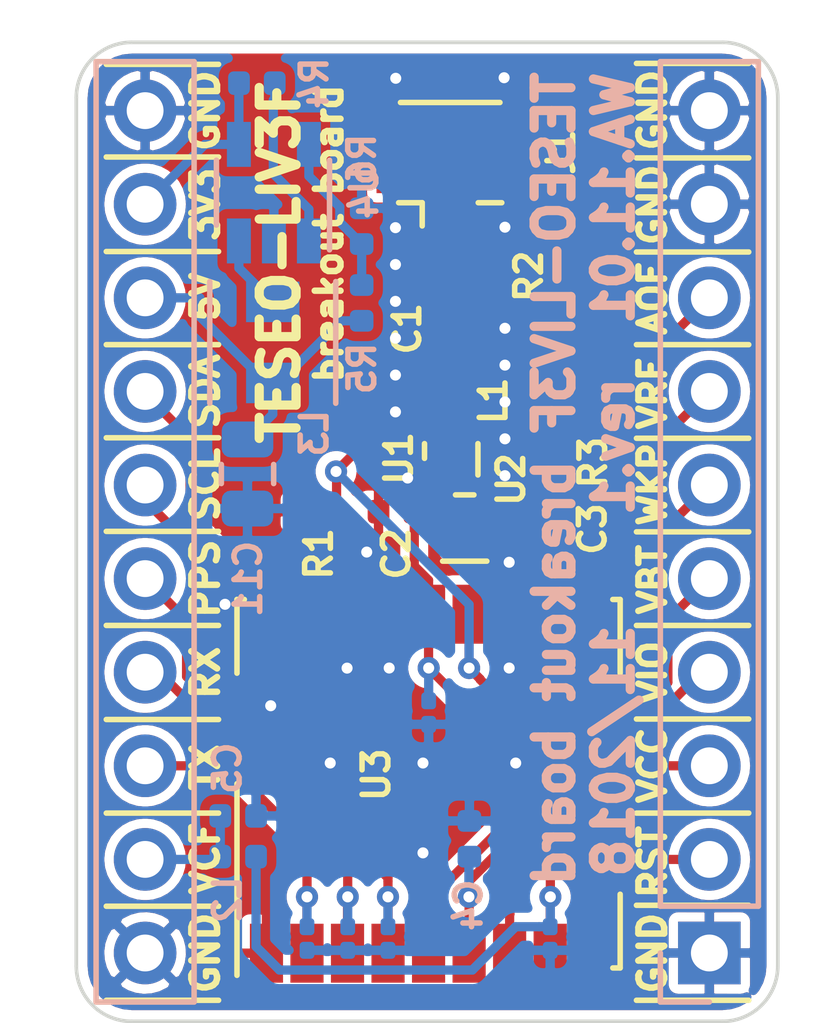
<source format=kicad_pcb>
(kicad_pcb (version 20171130) (host pcbnew "(5.1.4)-1")

  (general
    (thickness 1.6)
    (drawings 53)
    (tracks 208)
    (zones 0)
    (modules 28)
    (nets 29)
  )

  (page A4)
  (layers
    (0 F.Cu signal)
    (31 B.Cu signal)
    (32 B.Adhes user)
    (33 F.Adhes user)
    (34 B.Paste user)
    (35 F.Paste user)
    (36 B.SilkS user)
    (37 F.SilkS user)
    (38 B.Mask user)
    (39 F.Mask user)
    (40 Dwgs.User user)
    (41 Cmts.User user)
    (42 Eco1.User user)
    (43 Eco2.User user)
    (44 Edge.Cuts user)
    (45 Margin user)
    (46 B.CrtYd user)
    (47 F.CrtYd user)
    (48 B.Fab user)
    (49 F.Fab user)
  )

  (setup
    (last_trace_width 0.25)
    (user_trace_width 0.15)
    (user_trace_width 0.2)
    (user_trace_width 0.3)
    (user_trace_width 0.5)
    (trace_clearance 0.15)
    (zone_clearance 0.254)
    (zone_45_only no)
    (trace_min 0.1)
    (via_size 0.8)
    (via_drill 0.4)
    (via_min_size 0.4)
    (via_min_drill 0.3)
    (uvia_size 0.3)
    (uvia_drill 0.1)
    (uvias_allowed no)
    (uvia_min_size 0.2)
    (uvia_min_drill 0.1)
    (edge_width 0.1)
    (segment_width 0.2)
    (pcb_text_width 0.3)
    (pcb_text_size 1.5 1.5)
    (mod_edge_width 0.15)
    (mod_text_size 0.7 0.7)
    (mod_text_width 0.15)
    (pad_size 1.7 1.7)
    (pad_drill 1)
    (pad_to_mask_clearance 0.051)
    (solder_mask_min_width 0.25)
    (aux_axis_origin 0 0)
    (visible_elements 7FFFFFFF)
    (pcbplotparams
      (layerselection 0x010fc_ffffffff)
      (usegerberextensions true)
      (usegerberattributes false)
      (usegerberadvancedattributes false)
      (creategerberjobfile false)
      (excludeedgelayer true)
      (linewidth 0.100000)
      (plotframeref false)
      (viasonmask false)
      (mode 1)
      (useauxorigin false)
      (hpglpennumber 1)
      (hpglpenspeed 20)
      (hpglpendiameter 15.000000)
      (psnegative false)
      (psa4output false)
      (plotreference true)
      (plotvalue true)
      (plotinvisibletext false)
      (padsonsilk false)
      (subtractmaskfromsilk false)
      (outputformat 1)
      (mirror false)
      (drillshape 0)
      (scaleselection 1)
      (outputdirectory "gerber/"))
  )

  (net 0 "")
  (net 1 "Net-(U1-Pad3)")
  (net 2 GND)
  (net 3 /VCC)
  (net 4 /VCC_RF)
  (net 5 /1PPS)
  (net 6 /UART_RX)
  (net 7 /UART_TX)
  (net 8 /ANT_OFF)
  (net 9 /RF_IN)
  (net 10 /SDA)
  (net 11 /SCL)
  (net 12 /~RESET)
  (net 13 /WAKEUP)
  (net 14 /VCC_IO)
  (net 15 "Net-(C1-Pad1)")
  (net 16 "Net-(C1-Pad2)")
  (net 17 "Net-(C3-Pad2)")
  (net 18 "Net-(L1-Pad2)")
  (net 19 "Net-(U3-Pad15)")
  (net 20 "Net-(U3-Pad18)")
  (net 21 "Net-(R2-Pad1)")
  (net 22 +3V3)
  (net 23 "Net-(L3-Pad1)")
  (net 24 "Net-(R4-Pad1)")
  (net 25 +5V)
  (net 26 "Net-(R5-Pad2)")
  (net 27 /VCC_F)
  (net 28 /V_BATT)

  (net_class Default "This is the default net class."
    (clearance 0.15)
    (trace_width 0.25)
    (via_dia 0.8)
    (via_drill 0.4)
    (uvia_dia 0.3)
    (uvia_drill 0.1)
    (add_net +3V3)
    (add_net +5V)
    (add_net /1PPS)
    (add_net /ANT_OFF)
    (add_net /RF_IN)
    (add_net /SCL)
    (add_net /SDA)
    (add_net /UART_RX)
    (add_net /UART_TX)
    (add_net /VCC)
    (add_net /VCC_F)
    (add_net /VCC_IO)
    (add_net /VCC_RF)
    (add_net /V_BATT)
    (add_net /WAKEUP)
    (add_net /~RESET)
    (add_net GND)
    (add_net "Net-(C1-Pad1)")
    (add_net "Net-(C1-Pad2)")
    (add_net "Net-(C3-Pad2)")
    (add_net "Net-(L1-Pad2)")
    (add_net "Net-(L3-Pad1)")
    (add_net "Net-(R2-Pad1)")
    (add_net "Net-(R4-Pad1)")
    (add_net "Net-(R5-Pad2)")
    (add_net "Net-(U1-Pad3)")
    (add_net "Net-(U3-Pad15)")
    (add_net "Net-(U3-Pad18)")
  )

  (module lib_fp:Corner_90x0.5 (layer F.Cu) (tedit 5D666AAC) (tstamp 5D66C402)
    (at 152.95372 97.2312)
    (path /5D672435)
    (fp_text reference FID1 (at 0.01016 -2.05994) (layer F.SilkS) hide
      (effects (font (size 0.7 0.7) (thickness 0.15)))
    )
    (fp_text value Corner_90x0.5 (at 0 1.24714) (layer F.Fab)
      (effects (font (size 0.7 0.7) (thickness 0.15)))
    )
    (fp_arc (start 0 0) (end 1 0) (angle -90) (layer F.Cu) (width 0.2))
  )

  (module lib_fp:TESEO_LIV3F_SMD (layer F.Cu) (tedit 5BD79B83) (tstamp 5D664F17)
    (at 150.64704 109.9719 90)
    (tags "GNSS Module")
    (path /5D66A1A5)
    (attr smd)
    (fp_text reference U3 (at 0.2439 -1.42204 90) (layer F.SilkS)
      (effects (font (size 0.7 0.7) (thickness 0.15)))
    )
    (fp_text value TESEO-LIV3F (at 0 6.5 90) (layer F.Fab)
      (effects (font (size 0.7 0.7) (thickness 0.15)))
    )
    (fp_circle (center -3.117158 -4.4) (end -3.317158 -4.6) (layer F.Fab) (width 0.15))
    (fp_line (start -4.85 -5.05) (end 4.85 -5.05) (layer F.Fab) (width 0.15))
    (fp_line (start 4.85 5.05) (end 4.85 -5.05) (layer F.Fab) (width 0.15))
    (fp_line (start -4.85 5.05) (end 4.85 5.05) (layer F.Fab) (width 0.15))
    (fp_line (start -4.85 5.05) (end -4.85 -5.05) (layer F.Fab) (width 0.15))
    (fp_text user %R (at 0.2 0 90) (layer F.Fab)
      (effects (font (size 0.7 0.7) (thickness 0.15)))
    )
    (fp_line (start -5.2 -5.2) (end 0 -5.2) (layer F.SilkS) (width 0.15))
    (fp_line (start 3 5.2) (end 5 5.2) (layer F.SilkS) (width 0.15))
    (fp_line (start -5.8 -5.4) (end 5.8 -5.4) (layer F.CrtYd) (width 0.05))
    (fp_line (start 5.8 -5.4) (end 5.8 5.4) (layer F.CrtYd) (width 0.05))
    (fp_line (start -5.8 5.4) (end 5.8 5.4) (layer F.CrtYd) (width 0.05))
    (fp_line (start -5.8 5.4) (end -5.8 -5.4) (layer F.CrtYd) (width 0.05))
    (fp_line (start 5 5.2) (end 5 5) (layer F.SilkS) (width 0.15))
    (fp_line (start -5 5.2) (end -3 5.2) (layer F.SilkS) (width 0.15))
    (fp_line (start -5 5.2) (end -5 5) (layer F.SilkS) (width 0.15))
    (fp_line (start 3 -5.2) (end 5 -5.2) (layer F.SilkS) (width 0.15))
    (fp_line (start 5 -5.2) (end 5 -5) (layer F.SilkS) (width 0.15))
    (pad 1 smd rect (at -4.6 -4.4 90) (size 1.6 0.9) (layers F.Cu F.Paste F.Mask)
      (net 2 GND))
    (pad 2 smd rect (at -4.6 -3.3 90) (size 1.6 0.9) (layers F.Cu F.Paste F.Mask)
      (net 7 /UART_TX))
    (pad 3 smd rect (at -4.6 -2.2 90) (size 1.6 0.9) (layers F.Cu F.Paste F.Mask)
      (net 6 /UART_RX))
    (pad 4 smd rect (at -4.6 -1.1 90) (size 1.6 0.9) (layers F.Cu F.Paste F.Mask)
      (net 5 /1PPS))
    (pad 5 smd rect (at -4.6 0 90) (size 1.6 0.9) (layers F.Cu F.Paste F.Mask)
      (net 13 /WAKEUP))
    (pad 6 smd rect (at -4.6 1.1 90) (size 1.6 0.9) (layers F.Cu F.Paste F.Mask)
      (net 28 /V_BATT))
    (pad 7 smd rect (at -4.6 2.2 90) (size 1.6 0.9) (layers F.Cu F.Paste F.Mask)
      (net 14 /VCC_IO))
    (pad 8 smd rect (at -4.6 3.3 90) (size 1.6 0.9) (layers F.Cu F.Paste F.Mask)
      (net 3 /VCC))
    (pad 9 smd rect (at -4.6 4.4 90) (size 1.6 0.9) (layers F.Cu F.Paste F.Mask)
      (net 12 /~RESET))
    (pad 18 smd rect (at 4.6 -4.4 90) (size 1.6 0.9) (layers F.Cu F.Paste F.Mask)
      (net 20 "Net-(U3-Pad18)"))
    (pad 17 smd rect (at 4.6 -3.3 90) (size 1.6 0.9) (layers F.Cu F.Paste F.Mask)
      (net 11 /SCL))
    (pad 16 smd rect (at 4.6 -2.2 90) (size 1.6 0.9) (layers F.Cu F.Paste F.Mask)
      (net 10 /SDA))
    (pad 15 smd rect (at 4.6 -1.1 90) (size 1.6 0.9) (layers F.Cu F.Paste F.Mask)
      (net 19 "Net-(U3-Pad15)"))
    (pad 14 smd rect (at 4.6 0 90) (size 1.6 0.9) (layers F.Cu F.Paste F.Mask)
      (net 4 /VCC_RF))
    (pad 13 smd rect (at 4.6 1.1 90) (size 1.6 0.9) (layers F.Cu F.Paste F.Mask)
      (net 8 /ANT_OFF))
    (pad 12 smd rect (at 4.6 2.2 90) (size 1.6 0.9) (layers F.Cu F.Paste F.Mask)
      (net 2 GND))
    (pad 11 smd rect (at 4.6 3.3 90) (size 1.6 0.9) (layers F.Cu F.Paste F.Mask)
      (net 9 /RF_IN))
    (pad 10 smd rect (at 4.6 4.4 90) (size 1.6 0.9) (layers F.Cu F.Paste F.Mask)
      (net 2 GND))
    (model ${KISYS3DMOD}/RF_Module.3dshapes/HOPERF_RFM9XW_SMD.wrl
      (at (xyz 0 0 0))
      (scale (xyz 1 1 1))
      (rotate (xyz 0 0 0))
    )
    (model ${KIPRJMOD}/lib_3d/Teseo-LIV3F_3D-CAD_model.stp
      (at (xyz 0 0 0))
      (scale (xyz 1 1 1))
      (rotate (xyz -90 0 -90))
    )
  )

  (module Package_TO_SOT_SMD:TSOT-23-5 (layer B.Cu) (tedit 5A02FF57) (tstamp 5D66663E)
    (at 146.44878 93.93174 90)
    (descr "5-pin TSOT23 package, http://cds.linear.com/docs/en/packaging/SOT_5_05-08-1635.pdf")
    (tags TSOT-23-5)
    (path /5D676F93)
    (attr smd)
    (fp_text reference U4 (at 0 2.45 90) (layer B.SilkS)
      (effects (font (size 0.7 0.7) (thickness 0.15)) (justify mirror))
    )
    (fp_text value ST1S12GR (at 0 -2.5 90) (layer B.Fab)
      (effects (font (size 0.7 0.7) (thickness 0.15)) (justify mirror))
    )
    (fp_line (start 2.17 -1.7) (end -2.17 -1.7) (layer B.CrtYd) (width 0.05))
    (fp_line (start 2.17 -1.7) (end 2.17 1.7) (layer B.CrtYd) (width 0.05))
    (fp_line (start -2.17 1.7) (end -2.17 -1.7) (layer B.CrtYd) (width 0.05))
    (fp_line (start -2.17 1.7) (end 2.17 1.7) (layer B.CrtYd) (width 0.05))
    (fp_line (start 0.88 1.45) (end 0.88 -1.45) (layer B.Fab) (width 0.15))
    (fp_line (start 0.88 -1.45) (end -0.88 -1.45) (layer B.Fab) (width 0.15))
    (fp_line (start -0.88 1) (end -0.88 -1.45) (layer B.Fab) (width 0.15))
    (fp_line (start 0.88 1.45) (end -0.43 1.45) (layer B.Fab) (width 0.15))
    (fp_line (start -0.88 1) (end -0.43 1.45) (layer B.Fab) (width 0.15))
    (fp_line (start 0.88 1.51) (end -1.55 1.51) (layer B.SilkS) (width 0.15))
    (fp_line (start -0.88 -1.56) (end 0.88 -1.56) (layer B.SilkS) (width 0.15))
    (fp_text user %R (at 0 0 180) (layer B.Fab)
      (effects (font (size 0.7 0.7) (thickness 0.15)) (justify mirror))
    )
    (pad 5 smd rect (at 1.31 0.95 90) (size 1.22 0.65) (layers B.Cu B.Paste B.Mask)
      (net 26 "Net-(R5-Pad2)"))
    (pad 4 smd rect (at 1.31 -0.95 90) (size 1.22 0.65) (layers B.Cu B.Paste B.Mask)
      (net 25 +5V))
    (pad 3 smd rect (at -1.31 -0.95 90) (size 1.22 0.65) (layers B.Cu B.Paste B.Mask)
      (net 23 "Net-(L3-Pad1)"))
    (pad 2 smd rect (at -1.31 0 90) (size 1.22 0.65) (layers B.Cu B.Paste B.Mask)
      (net 2 GND))
    (pad 1 smd rect (at -1.31 0.95 90) (size 1.22 0.65) (layers B.Cu B.Paste B.Mask)
      (net 24 "Net-(R4-Pad1)"))
    (model ${KISYS3DMOD}/Package_TO_SOT_SMD.3dshapes/TSOT-23-5.wrl
      (at (xyz 0 0 0))
      (scale (xyz 1 1 1))
      (rotate (xyz 0 0 0))
    )
  )

  (module lib_fp:TSNP-6_0.8x0.7mm_P0.4mm_1 (layer F.Cu) (tedit 5B9DA20D) (tstamp 5D6640CD)
    (at 151.23668 101.1428 90)
    (descr "6-Lead Plastic TSNP (0.8mm x 0.7mm) ")
    (tags "TSNP 0.4")
    (path /5D666905)
    (attr smd)
    (fp_text reference U1 (at 0 -1.4 90) (layer F.SilkS)
      (effects (font (size 0.7 0.7) (thickness 0.15)))
    )
    (fp_text value BGA725L6 (at 0 1.5 90) (layer F.Fab)
      (effects (font (size 0.7 0.7) (thickness 0.15)))
    )
    (fp_line (start 0.55 0.75) (end -0.55 0.75) (layer F.CrtYd) (width 0.05))
    (fp_line (start 0.55 0.75) (end 0.55 -0.7) (layer F.CrtYd) (width 0.05))
    (fp_line (start -0.55 -0.7) (end -0.55 0.75) (layer F.CrtYd) (width 0.05))
    (fp_line (start -0.55 -0.7) (end 0.55 -0.7) (layer F.CrtYd) (width 0.05))
    (fp_line (start -0.4 -0.25) (end -0.4 0.6) (layer F.Fab) (width 0.15))
    (fp_line (start -0.1 -0.55) (end -0.4 -0.25) (layer F.Fab) (width 0.15))
    (fp_line (start 0.4 -0.55) (end -0.1 -0.55) (layer F.Fab) (width 0.15))
    (fp_line (start 0.4 0.6) (end 0.4 -0.55) (layer F.Fab) (width 0.15))
    (fp_line (start -0.4 0.6) (end 0.4 0.6) (layer F.Fab) (width 0.15))
    (fp_line (start -0.45 0.75) (end 0.4 0.75) (layer F.SilkS) (width 0.15))
    (fp_line (start 0 -0.7) (end 0.4 -0.7) (layer F.SilkS) (width 0.15))
    (fp_text user %R (at 0 0 180) (layer F.Fab)
      (effects (font (size 0.7 0.7) (thickness 0.15)))
    )
    (pad 6 smd rect (at 0.2 -0.4 90) (size 0.245 0.245) (layers F.Cu F.Paste F.Mask)
      (net 8 /ANT_OFF))
    (pad 5 smd rect (at 0.2 0 90) (size 0.245 0.245) (layers F.Cu F.Paste F.Mask)
      (net 18 "Net-(L1-Pad2)"))
    (pad 4 smd rect (at 0.2 0.4 90) (size 0.245 0.245) (layers F.Cu F.Paste F.Mask)
      (net 2 GND))
    (pad 3 smd rect (at -0.2 0.4 90) (size 0.245 0.245) (layers F.Cu F.Paste F.Mask)
      (net 1 "Net-(U1-Pad3)"))
    (pad 2 smd rect (at -0.2 0 90) (size 0.245 0.245) (layers F.Cu F.Paste F.Mask)
      (net 4 /VCC_RF))
    (pad 1 smd rect (at -0.2 -0.4 90) (size 0.245 0.245) (layers F.Cu F.Paste F.Mask)
      (net 2 GND))
    (model ${KISYS3DMOD}/Package_DFN_QFN.3dshapes/DFN-6_1.3x1.2mm_P0.4mm.wrl
      (at (xyz 0 0 0))
      (scale (xyz 1 1 1))
      (rotate (xyz 0 0 0))
    )
  )

  (module lib_fp:PinHeader_1x10_P2.54mm_Vertical_1 (layer B.Cu) (tedit 5BE05B7B) (tstamp 5D663C93)
    (at 142.95374 114.5659)
    (descr "Through hole straight pin header, 1x10, 2.54mm pitch, single row")
    (tags "Through hole pin header THT 1x10 2.54mm single row")
    (path /5D6679B0)
    (fp_text reference J3 (at 0 2.33) (layer B.SilkS) hide
      (effects (font (size 0.7 0.7) (thickness 0.15)) (justify mirror))
    )
    (fp_text value Conn_01x10_1 (at 0 -25.19) (layer B.Fab)
      (effects (font (size 0.7 0.7) (thickness 0.15)) (justify mirror))
    )
    (fp_line (start -0.635 1.27) (end 1.27 1.27) (layer B.Fab) (width 0.15))
    (fp_line (start 1.27 1.27) (end 1.27 -24.13) (layer B.Fab) (width 0.15))
    (fp_line (start 1.27 -24.13) (end -1.27 -24.13) (layer B.Fab) (width 0.15))
    (fp_line (start -1.27 -24.13) (end -1.27 0.635) (layer B.Fab) (width 0.15))
    (fp_line (start -1.27 0.635) (end -0.635 1.27) (layer B.Fab) (width 0.15))
    (fp_line (start -1.33 -24.19) (end 1.33 -24.19) (layer B.SilkS) (width 0.15))
    (fp_line (start -1.33 1.33) (end -1.33 -24.19) (layer B.SilkS) (width 0.15))
    (fp_line (start 1.33 1.33) (end 1.33 -24.19) (layer B.SilkS) (width 0.15))
    (fp_line (start -1.33 1.33) (end 1.33 1.33) (layer B.SilkS) (width 0.15))
    (fp_line (start -1.8 1.8) (end -1.8 -24.65) (layer B.CrtYd) (width 0.05))
    (fp_line (start -1.8 -24.65) (end 1.8 -24.65) (layer B.CrtYd) (width 0.05))
    (fp_line (start 1.8 -24.65) (end 1.8 1.8) (layer B.CrtYd) (width 0.05))
    (fp_line (start 1.8 1.8) (end -1.8 1.8) (layer B.CrtYd) (width 0.05))
    (fp_text user %R (at 0 -11.43 -90) (layer B.Fab)
      (effects (font (size 0.7 0.7) (thickness 0.15)) (justify mirror))
    )
    (pad 20 thru_hole circle (at 0 0) (size 1.7 1.7) (drill 1) (layers *.Cu *.Mask)
      (net 2 GND))
    (pad 19 thru_hole oval (at 0 -2.54) (size 1.7 1.7) (drill 1) (layers *.Cu *.Mask)
      (net 27 /VCC_F))
    (pad 18 thru_hole oval (at 0 -5.08) (size 1.7 1.7) (drill 1) (layers *.Cu *.Mask)
      (net 7 /UART_TX))
    (pad 17 thru_hole oval (at 0 -7.62) (size 1.7 1.7) (drill 1) (layers *.Cu *.Mask)
      (net 6 /UART_RX))
    (pad 16 thru_hole oval (at 0 -10.16) (size 1.7 1.7) (drill 1) (layers *.Cu *.Mask)
      (net 5 /1PPS))
    (pad 15 thru_hole oval (at 0 -12.7) (size 1.7 1.7) (drill 1) (layers *.Cu *.Mask)
      (net 11 /SCL))
    (pad 14 thru_hole oval (at 0 -15.24) (size 1.7 1.7) (drill 1) (layers *.Cu *.Mask)
      (net 10 /SDA))
    (pad 13 thru_hole oval (at 0 -17.78) (size 1.7 1.7) (drill 1) (layers *.Cu *.Mask)
      (net 22 +3V3))
    (pad 12 thru_hole oval (at 0 -20.32) (size 1.7 1.7) (drill 1) (layers *.Cu *.Mask)
      (net 25 +5V))
    (pad 11 thru_hole oval (at 0 -22.86) (size 1.7 1.7) (drill 1) (layers *.Cu *.Mask)
      (net 2 GND))
    (model ${KISYS3DMOD}/Connector_PinHeader_2.54mm.3dshapes/PinHeader_1x10_P2.54mm_Vertical.wrl
      (at (xyz 0 0 0))
      (scale (xyz 1 1 1))
      (rotate (xyz 0 0 0))
    )
  )

  (module Resistor_SMD:R_0402_1005Metric (layer B.Cu) (tedit 5BE04356) (tstamp 5C679C31)
    (at 145.9865 90.95994 180)
    (descr "Resistor SMD 0402 (1005 Metric), square (rectangular) end terminal, IPC_7351 nominal, (Body size source: http://www.tortai-tech.com/upload/download/2011102023233369053.pdf), generated with kicad-footprint-generator")
    (tags resistor)
    (path /5BE56A90)
    (attr smd)
    (fp_text reference R4 (at -1.55956 0 90) (layer B.SilkS)
      (effects (font (size 0.7 0.7) (thickness 0.15)) (justify mirror))
    )
    (fp_text value 1M (at 0 -1.17 180) (layer B.Fab)
      (effects (font (size 0.7 0.7) (thickness 0.15)) (justify mirror))
    )
    (fp_line (start -0.5 -0.25) (end -0.5 0.25) (layer B.Fab) (width 0.15))
    (fp_line (start -0.5 0.25) (end 0.5 0.25) (layer B.Fab) (width 0.15))
    (fp_line (start 0.5 0.25) (end 0.5 -0.25) (layer B.Fab) (width 0.15))
    (fp_line (start 0.5 -0.25) (end -0.5 -0.25) (layer B.Fab) (width 0.15))
    (fp_line (start -0.93 -0.47) (end -0.93 0.47) (layer B.CrtYd) (width 0.05))
    (fp_line (start -0.93 0.47) (end 0.93 0.47) (layer B.CrtYd) (width 0.05))
    (fp_line (start 0.93 0.47) (end 0.93 -0.47) (layer B.CrtYd) (width 0.05))
    (fp_line (start 0.93 -0.47) (end -0.93 -0.47) (layer B.CrtYd) (width 0.05))
    (fp_text user %R (at 0 0 180) (layer B.Fab)
      (effects (font (size 0.7 0.7) (thickness 0.15)) (justify mirror))
    )
    (pad 1 smd roundrect (at -0.485 0 180) (size 0.59 0.64) (layers B.Cu B.Paste B.Mask) (roundrect_rratio 0.25)
      (net 24 "Net-(R4-Pad1)"))
    (pad 2 smd roundrect (at 0.485 0 180) (size 0.59 0.64) (layers B.Cu B.Paste B.Mask) (roundrect_rratio 0.25)
      (net 25 +5V))
    (model ${KISYS3DMOD}/Resistor_SMD.3dshapes/R_0402_1005Metric.wrl
      (at (xyz 0 0 0))
      (scale (xyz 1 1 1))
      (rotate (xyz 0 0 0))
    )
  )

  (module Capacitor_SMD:C_0402_1005Metric (layer F.Cu) (tedit 5BDF7056) (tstamp 5BF81F74)
    (at 151.23414 97.6249 90)
    (descr "Capacitor SMD 0402 (1005 Metric), square (rectangular) end terminal, IPC_7351 nominal, (Body size source: http://www.tortai-tech.com/upload/download/2011102023233369053.pdf), generated with kicad-footprint-generator")
    (tags capacitor)
    (path /5BE22EE0)
    (attr smd)
    (fp_text reference C1 (at 0 -1.17 90) (layer F.SilkS)
      (effects (font (size 0.7 0.7) (thickness 0.15)))
    )
    (fp_text value 120p (at 0 1.17 90) (layer F.Fab)
      (effects (font (size 0.7 0.7) (thickness 0.15)))
    )
    (fp_line (start -0.5 0.25) (end -0.5 -0.25) (layer F.Fab) (width 0.15))
    (fp_line (start -0.5 -0.25) (end 0.5 -0.25) (layer F.Fab) (width 0.15))
    (fp_line (start 0.5 -0.25) (end 0.5 0.25) (layer F.Fab) (width 0.15))
    (fp_line (start 0.5 0.25) (end -0.5 0.25) (layer F.Fab) (width 0.15))
    (fp_line (start -0.93 0.47) (end -0.93 -0.47) (layer F.CrtYd) (width 0.05))
    (fp_line (start -0.93 -0.47) (end 0.93 -0.47) (layer F.CrtYd) (width 0.05))
    (fp_line (start 0.93 -0.47) (end 0.93 0.47) (layer F.CrtYd) (width 0.05))
    (fp_line (start 0.93 0.47) (end -0.93 0.47) (layer F.CrtYd) (width 0.05))
    (fp_text user %R (at 0 0 90) (layer F.Fab)
      (effects (font (size 0.7 0.7) (thickness 0.15)))
    )
    (pad 1 smd roundrect (at -0.485 0 90) (size 0.59 0.64) (layers F.Cu F.Paste F.Mask) (roundrect_rratio 0.25)
      (net 15 "Net-(C1-Pad1)"))
    (pad 2 smd roundrect (at 0.485 0 90) (size 0.59 0.64) (layers F.Cu F.Paste F.Mask) (roundrect_rratio 0.25)
      (net 16 "Net-(C1-Pad2)"))
    (model ${KISYS3DMOD}/Capacitor_SMD.3dshapes/C_0402_1005Metric.wrl
      (at (xyz 0 0 0))
      (scale (xyz 1 1 1))
      (rotate (xyz 0 0 0))
    )
  )

  (module Capacitor_SMD:C_0402_1005Metric (layer F.Cu) (tedit 5BDF7809) (tstamp 5BF81F83)
    (at 149.77364 102.5906)
    (descr "Capacitor SMD 0402 (1005 Metric), square (rectangular) end terminal, IPC_7351 nominal, (Body size source: http://www.tortai-tech.com/upload/download/2011102023233369053.pdf), generated with kicad-footprint-generator")
    (tags capacitor)
    (path /5BE27367)
    (attr smd)
    (fp_text reference C2 (at 0 1.143 90) (layer F.SilkS)
      (effects (font (size 0.7 0.7) (thickness 0.15)))
    )
    (fp_text value 1n (at 0 1.17) (layer F.Fab)
      (effects (font (size 0.7 0.7) (thickness 0.15)))
    )
    (fp_line (start -0.5 0.25) (end -0.5 -0.25) (layer F.Fab) (width 0.15))
    (fp_line (start -0.5 -0.25) (end 0.5 -0.25) (layer F.Fab) (width 0.15))
    (fp_line (start 0.5 -0.25) (end 0.5 0.25) (layer F.Fab) (width 0.15))
    (fp_line (start 0.5 0.25) (end -0.5 0.25) (layer F.Fab) (width 0.15))
    (fp_line (start -0.93 0.47) (end -0.93 -0.47) (layer F.CrtYd) (width 0.05))
    (fp_line (start -0.93 -0.47) (end 0.93 -0.47) (layer F.CrtYd) (width 0.05))
    (fp_line (start 0.93 -0.47) (end 0.93 0.47) (layer F.CrtYd) (width 0.05))
    (fp_line (start 0.93 0.47) (end -0.93 0.47) (layer F.CrtYd) (width 0.05))
    (fp_text user %R (at 0 0) (layer F.Fab)
      (effects (font (size 0.7 0.7) (thickness 0.15)))
    )
    (pad 1 smd roundrect (at -0.485 0) (size 0.59 0.64) (layers F.Cu F.Paste F.Mask) (roundrect_rratio 0.25)
      (net 2 GND))
    (pad 2 smd roundrect (at 0.485 0) (size 0.59 0.64) (layers F.Cu F.Paste F.Mask) (roundrect_rratio 0.25)
      (net 4 /VCC_RF))
    (model ${KISYS3DMOD}/Capacitor_SMD.3dshapes/C_0402_1005Metric.wrl
      (at (xyz 0 0 0))
      (scale (xyz 1 1 1))
      (rotate (xyz 0 0 0))
    )
  )

  (module Capacitor_SMD:C_0402_1005Metric (layer F.Cu) (tedit 5BDF7084) (tstamp 5BF81F92)
    (at 153.45664 103.0351 180)
    (descr "Capacitor SMD 0402 (1005 Metric), square (rectangular) end terminal, IPC_7351 nominal, (Body size source: http://www.tortai-tech.com/upload/download/2011102023233369053.pdf), generated with kicad-footprint-generator")
    (tags capacitor)
    (path /5BE24383)
    (attr smd)
    (fp_text reference C3 (at -1.6383 -0.0254 270) (layer F.SilkS)
      (effects (font (size 0.7 0.7) (thickness 0.15)))
    )
    (fp_text value 120p (at 0 1.17 180) (layer F.Fab)
      (effects (font (size 0.7 0.7) (thickness 0.15)))
    )
    (fp_text user %R (at 0 0 180) (layer F.Fab)
      (effects (font (size 0.7 0.7) (thickness 0.15)))
    )
    (fp_line (start 0.93 0.47) (end -0.93 0.47) (layer F.CrtYd) (width 0.05))
    (fp_line (start 0.93 -0.47) (end 0.93 0.47) (layer F.CrtYd) (width 0.05))
    (fp_line (start -0.93 -0.47) (end 0.93 -0.47) (layer F.CrtYd) (width 0.05))
    (fp_line (start -0.93 0.47) (end -0.93 -0.47) (layer F.CrtYd) (width 0.05))
    (fp_line (start 0.5 0.25) (end -0.5 0.25) (layer F.Fab) (width 0.15))
    (fp_line (start 0.5 -0.25) (end 0.5 0.25) (layer F.Fab) (width 0.15))
    (fp_line (start -0.5 -0.25) (end 0.5 -0.25) (layer F.Fab) (width 0.15))
    (fp_line (start -0.5 0.25) (end -0.5 -0.25) (layer F.Fab) (width 0.15))
    (pad 2 smd roundrect (at 0.485 0 180) (size 0.59 0.64) (layers F.Cu F.Paste F.Mask) (roundrect_rratio 0.25)
      (net 17 "Net-(C3-Pad2)"))
    (pad 1 smd roundrect (at -0.485 0 180) (size 0.59 0.64) (layers F.Cu F.Paste F.Mask) (roundrect_rratio 0.25)
      (net 9 /RF_IN))
    (model ${KISYS3DMOD}/Capacitor_SMD.3dshapes/C_0402_1005Metric.wrl
      (at (xyz 0 0 0))
      (scale (xyz 1 1 1))
      (rotate (xyz 0 0 0))
    )
  )

  (module Capacitor_SMD:C_0402_1005Metric (layer B.Cu) (tedit 5BE050AD) (tstamp 5BF81FA1)
    (at 151.75484 111.4665 270)
    (descr "Capacitor SMD 0402 (1005 Metric), square (rectangular) end terminal, IPC_7351 nominal, (Body size source: http://www.tortai-tech.com/upload/download/2011102023233369053.pdf), generated with kicad-footprint-generator")
    (tags capacitor)
    (path /5BDFDC49)
    (attr smd)
    (fp_text reference C4 (at 1.802 0.0254 90) (layer B.SilkS)
      (effects (font (size 0.7 0.7) (thickness 0.15)) (justify mirror))
    )
    (fp_text value 10n (at 0 -1.17 90) (layer B.Fab) hide
      (effects (font (size 0.7 0.7) (thickness 0.15)) (justify mirror))
    )
    (fp_line (start -0.5 -0.25) (end -0.5 0.25) (layer B.Fab) (width 0.15))
    (fp_line (start -0.5 0.25) (end 0.5 0.25) (layer B.Fab) (width 0.15))
    (fp_line (start 0.5 0.25) (end 0.5 -0.25) (layer B.Fab) (width 0.15))
    (fp_line (start 0.5 -0.25) (end -0.5 -0.25) (layer B.Fab) (width 0.15))
    (fp_line (start -0.93 -0.47) (end -0.93 0.47) (layer B.CrtYd) (width 0.05))
    (fp_line (start -0.93 0.47) (end 0.93 0.47) (layer B.CrtYd) (width 0.05))
    (fp_line (start 0.93 0.47) (end 0.93 -0.47) (layer B.CrtYd) (width 0.05))
    (fp_line (start 0.93 -0.47) (end -0.93 -0.47) (layer B.CrtYd) (width 0.05))
    (fp_text user %R (at 0 0 90) (layer B.Fab)
      (effects (font (size 0.7 0.7) (thickness 0.15)) (justify mirror))
    )
    (pad 1 smd roundrect (at -0.485 0 270) (size 0.59 0.64) (layers B.Cu B.Paste B.Mask) (roundrect_rratio 0.25)
      (net 2 GND))
    (pad 2 smd roundrect (at 0.485 0 270) (size 0.59 0.64) (layers B.Cu B.Paste B.Mask) (roundrect_rratio 0.25)
      (net 28 /V_BATT))
    (model ${KISYS3DMOD}/Capacitor_SMD.3dshapes/C_0402_1005Metric.wrl
      (at (xyz 0 0 0))
      (scale (xyz 1 1 1))
      (rotate (xyz 0 0 0))
    )
  )

  (module Capacitor_SMD:C_0402_1005Metric (layer B.Cu) (tedit 5BE0511E) (tstamp 5BF81FB0)
    (at 145.47964 110.8456)
    (descr "Capacitor SMD 0402 (1005 Metric), square (rectangular) end terminal, IPC_7351 nominal, (Body size source: http://www.tortai-tech.com/upload/download/2011102023233369053.pdf), generated with kicad-footprint-generator")
    (tags capacitor)
    (path /5BDFDC07)
    (attr smd)
    (fp_text reference C5 (at -0.2907 -1.2954 90) (layer B.SilkS)
      (effects (font (size 0.7 0.7) (thickness 0.15)) (justify mirror))
    )
    (fp_text value 10n (at 0 -1.17) (layer B.Fab) hide
      (effects (font (size 0.7 0.7) (thickness 0.15)) (justify mirror))
    )
    (fp_text user %R (at 0 0) (layer B.Fab)
      (effects (font (size 0.7 0.7) (thickness 0.15)) (justify mirror))
    )
    (fp_line (start 0.93 -0.47) (end -0.93 -0.47) (layer B.CrtYd) (width 0.05))
    (fp_line (start 0.93 0.47) (end 0.93 -0.47) (layer B.CrtYd) (width 0.05))
    (fp_line (start -0.93 0.47) (end 0.93 0.47) (layer B.CrtYd) (width 0.05))
    (fp_line (start -0.93 -0.47) (end -0.93 0.47) (layer B.CrtYd) (width 0.05))
    (fp_line (start 0.5 -0.25) (end -0.5 -0.25) (layer B.Fab) (width 0.15))
    (fp_line (start 0.5 0.25) (end 0.5 -0.25) (layer B.Fab) (width 0.15))
    (fp_line (start -0.5 0.25) (end 0.5 0.25) (layer B.Fab) (width 0.15))
    (fp_line (start -0.5 -0.25) (end -0.5 0.25) (layer B.Fab) (width 0.15))
    (pad 2 smd roundrect (at 0.485 0) (size 0.59 0.64) (layers B.Cu B.Paste B.Mask) (roundrect_rratio 0.25)
      (net 2 GND))
    (pad 1 smd roundrect (at -0.485 0) (size 0.59 0.64) (layers B.Cu B.Paste B.Mask) (roundrect_rratio 0.25)
      (net 27 /VCC_F))
    (model ${KISYS3DMOD}/Capacitor_SMD.3dshapes/C_0402_1005Metric.wrl
      (at (xyz 0 0 0))
      (scale (xyz 1 1 1))
      (rotate (xyz 0 0 0))
    )
  )

  (module Capacitor_SMD:C_0201_0603Metric (layer B.Cu) (tedit 5BDF81E2) (tstamp 5BF81FC1)
    (at 153.94686 114.173 270)
    (descr "Capacitor SMD 0201 (0603 Metric), square (rectangular) end terminal, IPC_7351 nominal, (Body size source: https://www.vishay.com/docs/20052/crcw0201e3.pdf), generated with kicad-footprint-generator")
    (tags capacitor)
    (path /5BDF53F4)
    (attr smd)
    (fp_text reference C6 (at 0 1.05 270) (layer B.SilkS) hide
      (effects (font (size 0.7 0.7) (thickness 0.15)) (justify mirror))
    )
    (fp_text value 56p (at 0 -1.05 270) (layer B.Fab)
      (effects (font (size 0.7 0.7) (thickness 0.15)) (justify mirror))
    )
    (fp_line (start -0.3 -0.15) (end -0.3 0.15) (layer B.Fab) (width 0.15))
    (fp_line (start -0.3 0.15) (end 0.3 0.15) (layer B.Fab) (width 0.15))
    (fp_line (start 0.3 0.15) (end 0.3 -0.15) (layer B.Fab) (width 0.15))
    (fp_line (start 0.3 -0.15) (end -0.3 -0.15) (layer B.Fab) (width 0.15))
    (fp_line (start -0.7 -0.35) (end -0.7 0.35) (layer B.CrtYd) (width 0.05))
    (fp_line (start -0.7 0.35) (end 0.7 0.35) (layer B.CrtYd) (width 0.05))
    (fp_line (start 0.7 0.35) (end 0.7 -0.35) (layer B.CrtYd) (width 0.05))
    (fp_line (start 0.7 -0.35) (end -0.7 -0.35) (layer B.CrtYd) (width 0.05))
    (fp_text user %R (at 0 0.68 270) (layer B.Fab)
      (effects (font (size 0.7 0.7) (thickness 0.15)) (justify mirror))
    )
    (pad "" smd roundrect (at -0.345 0 270) (size 0.318 0.36) (layers B.Paste) (roundrect_rratio 0.25))
    (pad "" smd roundrect (at 0.345 0 270) (size 0.318 0.36) (layers B.Paste) (roundrect_rratio 0.25))
    (pad 1 smd roundrect (at -0.32 0 270) (size 0.46 0.4) (layers B.Cu B.Mask) (roundrect_rratio 0.25)
      (net 3 /VCC))
    (pad 2 smd roundrect (at 0.32 0 270) (size 0.46 0.4) (layers B.Cu B.Mask) (roundrect_rratio 0.25)
      (net 2 GND))
    (model ${KISYS3DMOD}/Capacitor_SMD.3dshapes/C_0201_0603Metric.wrl
      (at (xyz 0 0 0))
      (scale (xyz 1 1 1))
      (rotate (xyz 0 0 0))
    )
  )

  (module Capacitor_SMD:C_0201_0603Metric (layer B.Cu) (tedit 5BDF825B) (tstamp 5BF81FD2)
    (at 150.64994 108.0414 270)
    (descr "Capacitor SMD 0201 (0603 Metric), square (rectangular) end terminal, IPC_7351 nominal, (Body size source: https://www.vishay.com/docs/20052/crcw0201e3.pdf), generated with kicad-footprint-generator")
    (tags capacitor)
    (path /5BDF6AC0)
    (attr smd)
    (fp_text reference C7 (at 0 1.05 270) (layer B.SilkS) hide
      (effects (font (size 0.7 0.7) (thickness 0.15)) (justify mirror))
    )
    (fp_text value 56p (at 0 -1.05 270) (layer B.Fab)
      (effects (font (size 0.7 0.7) (thickness 0.15)) (justify mirror))
    )
    (fp_text user %R (at 0 0.68 270) (layer B.Fab)
      (effects (font (size 0.7 0.7) (thickness 0.15)) (justify mirror))
    )
    (fp_line (start 0.7 -0.35) (end -0.7 -0.35) (layer B.CrtYd) (width 0.05))
    (fp_line (start 0.7 0.35) (end 0.7 -0.35) (layer B.CrtYd) (width 0.05))
    (fp_line (start -0.7 0.35) (end 0.7 0.35) (layer B.CrtYd) (width 0.05))
    (fp_line (start -0.7 -0.35) (end -0.7 0.35) (layer B.CrtYd) (width 0.05))
    (fp_line (start 0.3 -0.15) (end -0.3 -0.15) (layer B.Fab) (width 0.15))
    (fp_line (start 0.3 0.15) (end 0.3 -0.15) (layer B.Fab) (width 0.15))
    (fp_line (start -0.3 0.15) (end 0.3 0.15) (layer B.Fab) (width 0.15))
    (fp_line (start -0.3 -0.15) (end -0.3 0.15) (layer B.Fab) (width 0.15))
    (pad 2 smd roundrect (at 0.32 0 270) (size 0.46 0.4) (layers B.Cu B.Mask) (roundrect_rratio 0.25)
      (net 2 GND))
    (pad 1 smd roundrect (at -0.32 0 270) (size 0.46 0.4) (layers B.Cu B.Mask) (roundrect_rratio 0.25)
      (net 4 /VCC_RF))
    (pad "" smd roundrect (at 0.345 0 270) (size 0.318 0.36) (layers B.Paste) (roundrect_rratio 0.25))
    (pad "" smd roundrect (at -0.345 0 270) (size 0.318 0.36) (layers B.Paste) (roundrect_rratio 0.25))
    (model ${KISYS3DMOD}/Capacitor_SMD.3dshapes/C_0201_0603Metric.wrl
      (at (xyz 0 0 0))
      (scale (xyz 1 1 1))
      (rotate (xyz 0 0 0))
    )
  )

  (module Capacitor_SMD:C_0201_0603Metric (layer B.Cu) (tedit 5BDF81C8) (tstamp 5BF81FE3)
    (at 149.54504 114.173 270)
    (descr "Capacitor SMD 0201 (0603 Metric), square (rectangular) end terminal, IPC_7351 nominal, (Body size source: https://www.vishay.com/docs/20052/crcw0201e3.pdf), generated with kicad-footprint-generator")
    (tags capacitor)
    (path /5BDFFE28)
    (attr smd)
    (fp_text reference C8 (at 0 1.05 270) (layer B.SilkS) hide
      (effects (font (size 0.7 0.7) (thickness 0.15)) (justify mirror))
    )
    (fp_text value 56p (at 0 -1.05 270) (layer B.Fab) hide
      (effects (font (size 0.7 0.7) (thickness 0.15)) (justify mirror))
    )
    (fp_line (start -0.3 -0.15) (end -0.3 0.15) (layer B.Fab) (width 0.15))
    (fp_line (start -0.3 0.15) (end 0.3 0.15) (layer B.Fab) (width 0.15))
    (fp_line (start 0.3 0.15) (end 0.3 -0.15) (layer B.Fab) (width 0.15))
    (fp_line (start 0.3 -0.15) (end -0.3 -0.15) (layer B.Fab) (width 0.15))
    (fp_line (start -0.7 -0.35) (end -0.7 0.35) (layer B.CrtYd) (width 0.05))
    (fp_line (start -0.7 0.35) (end 0.7 0.35) (layer B.CrtYd) (width 0.05))
    (fp_line (start 0.7 0.35) (end 0.7 -0.35) (layer B.CrtYd) (width 0.05))
    (fp_line (start 0.7 -0.35) (end -0.7 -0.35) (layer B.CrtYd) (width 0.05))
    (fp_text user %R (at 0 0.68 270) (layer B.Fab)
      (effects (font (size 0.7 0.7) (thickness 0.15)) (justify mirror))
    )
    (pad "" smd roundrect (at -0.345 0 270) (size 0.318 0.36) (layers B.Paste) (roundrect_rratio 0.25))
    (pad "" smd roundrect (at 0.345 0 270) (size 0.318 0.36) (layers B.Paste) (roundrect_rratio 0.25))
    (pad 1 smd roundrect (at -0.32 0 270) (size 0.46 0.4) (layers B.Cu B.Mask) (roundrect_rratio 0.25)
      (net 5 /1PPS))
    (pad 2 smd roundrect (at 0.32 0 270) (size 0.46 0.4) (layers B.Cu B.Mask) (roundrect_rratio 0.25)
      (net 2 GND))
    (model ${KISYS3DMOD}/Capacitor_SMD.3dshapes/C_0201_0603Metric.wrl
      (at (xyz 0 0 0))
      (scale (xyz 1 1 1))
      (rotate (xyz 0 0 0))
    )
  )

  (module Capacitor_SMD:C_0201_0603Metric (layer B.Cu) (tedit 5BDF81B7) (tstamp 5BF81FF4)
    (at 148.45284 114.173 270)
    (descr "Capacitor SMD 0201 (0603 Metric), square (rectangular) end terminal, IPC_7351 nominal, (Body size source: https://www.vishay.com/docs/20052/crcw0201e3.pdf), generated with kicad-footprint-generator")
    (tags capacitor)
    (path /5BE01C2E)
    (attr smd)
    (fp_text reference C9 (at 0 1.05 270) (layer B.SilkS) hide
      (effects (font (size 0.7 0.7) (thickness 0.15)) (justify mirror))
    )
    (fp_text value 56p (at 0 -1.05 270) (layer B.Fab) hide
      (effects (font (size 0.7 0.7) (thickness 0.15)) (justify mirror))
    )
    (fp_text user %R (at 0 0.68 270) (layer B.Fab)
      (effects (font (size 0.7 0.7) (thickness 0.15)) (justify mirror))
    )
    (fp_line (start 0.7 -0.35) (end -0.7 -0.35) (layer B.CrtYd) (width 0.05))
    (fp_line (start 0.7 0.35) (end 0.7 -0.35) (layer B.CrtYd) (width 0.05))
    (fp_line (start -0.7 0.35) (end 0.7 0.35) (layer B.CrtYd) (width 0.05))
    (fp_line (start -0.7 -0.35) (end -0.7 0.35) (layer B.CrtYd) (width 0.05))
    (fp_line (start 0.3 -0.15) (end -0.3 -0.15) (layer B.Fab) (width 0.15))
    (fp_line (start 0.3 0.15) (end 0.3 -0.15) (layer B.Fab) (width 0.15))
    (fp_line (start -0.3 0.15) (end 0.3 0.15) (layer B.Fab) (width 0.15))
    (fp_line (start -0.3 -0.15) (end -0.3 0.15) (layer B.Fab) (width 0.15))
    (pad 2 smd roundrect (at 0.32 0 270) (size 0.46 0.4) (layers B.Cu B.Mask) (roundrect_rratio 0.25)
      (net 2 GND))
    (pad 1 smd roundrect (at -0.32 0 270) (size 0.46 0.4) (layers B.Cu B.Mask) (roundrect_rratio 0.25)
      (net 6 /UART_RX))
    (pad "" smd roundrect (at 0.345 0 270) (size 0.318 0.36) (layers B.Paste) (roundrect_rratio 0.25))
    (pad "" smd roundrect (at -0.345 0 270) (size 0.318 0.36) (layers B.Paste) (roundrect_rratio 0.25))
    (model ${KISYS3DMOD}/Capacitor_SMD.3dshapes/C_0201_0603Metric.wrl
      (at (xyz 0 0 0))
      (scale (xyz 1 1 1))
      (rotate (xyz 0 0 0))
    )
  )

  (module Capacitor_SMD:C_0201_0603Metric (layer B.Cu) (tedit 5BDF81AE) (tstamp 5BF82005)
    (at 147.34794 114.173 270)
    (descr "Capacitor SMD 0201 (0603 Metric), square (rectangular) end terminal, IPC_7351 nominal, (Body size source: https://www.vishay.com/docs/20052/crcw0201e3.pdf), generated with kicad-footprint-generator")
    (tags capacitor)
    (path /5BE01C5A)
    (attr smd)
    (fp_text reference C10 (at 0 1.05 270) (layer B.SilkS) hide
      (effects (font (size 0.7 0.7) (thickness 0.15)) (justify mirror))
    )
    (fp_text value 56p (at 0 -1.05 270) (layer B.Fab) hide
      (effects (font (size 0.7 0.7) (thickness 0.15)) (justify mirror))
    )
    (fp_line (start -0.3 -0.15) (end -0.3 0.15) (layer B.Fab) (width 0.15))
    (fp_line (start -0.3 0.15) (end 0.3 0.15) (layer B.Fab) (width 0.15))
    (fp_line (start 0.3 0.15) (end 0.3 -0.15) (layer B.Fab) (width 0.15))
    (fp_line (start 0.3 -0.15) (end -0.3 -0.15) (layer B.Fab) (width 0.15))
    (fp_line (start -0.7 -0.35) (end -0.7 0.35) (layer B.CrtYd) (width 0.05))
    (fp_line (start -0.7 0.35) (end 0.7 0.35) (layer B.CrtYd) (width 0.05))
    (fp_line (start 0.7 0.35) (end 0.7 -0.35) (layer B.CrtYd) (width 0.05))
    (fp_line (start 0.7 -0.35) (end -0.7 -0.35) (layer B.CrtYd) (width 0.05))
    (fp_text user %R (at 0 0.68 270) (layer B.Fab)
      (effects (font (size 0.7 0.7) (thickness 0.15)) (justify mirror))
    )
    (pad "" smd roundrect (at -0.345 0 270) (size 0.318 0.36) (layers B.Paste) (roundrect_rratio 0.25))
    (pad "" smd roundrect (at 0.345 0 270) (size 0.318 0.36) (layers B.Paste) (roundrect_rratio 0.25))
    (pad 1 smd roundrect (at -0.32 0 270) (size 0.46 0.4) (layers B.Cu B.Mask) (roundrect_rratio 0.25)
      (net 7 /UART_TX))
    (pad 2 smd roundrect (at 0.32 0 270) (size 0.46 0.4) (layers B.Cu B.Mask) (roundrect_rratio 0.25)
      (net 2 GND))
    (model ${KISYS3DMOD}/Capacitor_SMD.3dshapes/C_0201_0603Metric.wrl
      (at (xyz 0 0 0))
      (scale (xyz 1 1 1))
      (rotate (xyz 0 0 0))
    )
  )

  (module lib_fp:Connector_Coaxial_U.FL_Hirose_U.FL-R-SMT-1_Vertical (layer F.Cu) (tedit 5BE0B3AF) (tstamp 5BF82032)
    (at 151.23414 93.3196 90)
    (descr "Hirose U.FL Coaxial https://www.hirose.com/product/en/products/U.FL/U.FL-R-SMT-1%2810%29/")
    (tags "Hirose U.FL Coaxial")
    (path /5BE0C717)
    (attr smd)
    (fp_text reference J1 (at 0.49022 3.00736 90) (layer F.SilkS)
      (effects (font (size 0.7 0.7) (thickness 0.15)))
    )
    (fp_text value Conn_Coaxial (at 0.475 3.2 90) (layer F.Fab)
      (effects (font (size 0.7 0.7) (thickness 0.15)))
    )
    (fp_text user %R (at 0.475 0 180) (layer F.Fab)
      (effects (font (size 0.7 0.7) (thickness 0.15)))
    )
    (fp_line (start -2.02 1) (end -2.02 -1) (layer F.CrtYd) (width 0.05))
    (fp_line (start -1.32 1) (end -2.02 1) (layer F.CrtYd) (width 0.05))
    (fp_line (start 2.08 1.8) (end 2.28 1.8) (layer F.CrtYd) (width 0.05))
    (fp_line (start 2.08 2.5) (end 2.08 1.8) (layer F.CrtYd) (width 0.05))
    (fp_line (start 2.28 1.8) (end 2.28 -1.8) (layer F.CrtYd) (width 0.05))
    (fp_line (start -1.32 1.8) (end -1.12 1.8) (layer F.CrtYd) (width 0.05))
    (fp_line (start -1.12 2.5) (end -1.12 1.8) (layer F.CrtYd) (width 0.05))
    (fp_line (start 2.08 2.5) (end -1.12 2.5) (layer F.CrtYd) (width 0.05))
    (fp_line (start 1.835 -1.35) (end 1.835 1.35) (layer F.SilkS) (width 0.15))
    (fp_line (start -0.885 -0.76) (end -1.515 -0.76) (layer F.SilkS) (width 0.15))
    (fp_line (start -0.885 1.4) (end -0.885 0.76) (layer F.SilkS) (width 0.15))
    (fp_line (start -0.925 -0.3) (end -1.075 -0.15) (layer F.Fab) (width 0.15))
    (fp_line (start 1.775 -1.3) (end 1.375 -1.3) (layer F.Fab) (width 0.15))
    (fp_line (start 1.375 -1.5) (end 1.375 -1.3) (layer F.Fab) (width 0.15))
    (fp_line (start -0.425 -1.5) (end 1.375 -1.5) (layer F.Fab) (width 0.15))
    (fp_line (start 1.775 -1.3) (end 1.775 1.3) (layer F.Fab) (width 0.15))
    (fp_line (start 1.775 1.3) (end 1.375 1.3) (layer F.Fab) (width 0.15))
    (fp_line (start 1.375 1.5) (end 1.375 1.3) (layer F.Fab) (width 0.15))
    (fp_line (start -0.425 1.5) (end 1.375 1.5) (layer F.Fab) (width 0.15))
    (fp_line (start -0.425 -1.3) (end -0.825 -1.3) (layer F.Fab) (width 0.15))
    (fp_line (start -0.425 -1.5) (end -0.425 -1.3) (layer F.Fab) (width 0.15))
    (fp_line (start -0.825 -0.3) (end -0.825 -1.3) (layer F.Fab) (width 0.15))
    (fp_line (start -0.925 -0.3) (end -0.825 -0.3) (layer F.Fab) (width 0.15))
    (fp_line (start -1.075 0.3) (end -1.075 -0.15) (layer F.Fab) (width 0.15))
    (fp_line (start -1.075 0.3) (end -0.825 0.3) (layer F.Fab) (width 0.15))
    (fp_line (start -0.825 0.3) (end -0.825 1.3) (layer F.Fab) (width 0.15))
    (fp_line (start -0.425 1.3) (end -0.825 1.3) (layer F.Fab) (width 0.15))
    (fp_line (start -0.425 1.5) (end -0.425 1.3) (layer F.Fab) (width 0.15))
    (fp_line (start -0.885 -1.4) (end -0.885 -0.76) (layer F.SilkS) (width 0.15))
    (fp_line (start 2.08 -1.8) (end 2.28 -1.8) (layer F.CrtYd) (width 0.05))
    (fp_line (start 2.08 -1.8) (end 2.08 -2.5) (layer F.CrtYd) (width 0.05))
    (fp_line (start -1.32 -1) (end -1.32 -1.8) (layer F.CrtYd) (width 0.05))
    (fp_line (start 2.08 -2.5) (end -1.12 -2.5) (layer F.CrtYd) (width 0.05))
    (fp_line (start -1.12 -1.8) (end -1.12 -2.5) (layer F.CrtYd) (width 0.05))
    (fp_line (start -1.32 -1.8) (end -1.12 -1.8) (layer F.CrtYd) (width 0.05))
    (fp_line (start -1.32 1.8) (end -1.32 1) (layer F.CrtYd) (width 0.05))
    (fp_line (start -1.32 -1) (end -2.02 -1) (layer F.CrtYd) (width 0.05))
    (pad 2 smd rect (at 0.475 1.475 90) (size 2.2 1.05) (layers F.Cu F.Paste F.Mask)
      (net 2 GND))
    (pad 1 smd rect (at -1.05 0 90) (size 1.05 1) (layers F.Cu F.Paste F.Mask)
      (net 16 "Net-(C1-Pad2)"))
    (pad 2 smd rect (at 0.475 -1.475 90) (size 2.2 1.05) (layers F.Cu F.Paste F.Mask)
      (net 2 GND))
    (model ${KISYS3DMOD}/Connector_Coaxial.3dshapes/U.FL_Hirose_U.FL-R-SMT-1_Vertical.wrl
      (offset (xyz 0.4750053928661346 0 0))
      (scale (xyz 1 1 1))
      (rotate (xyz 0 0 0))
    )
    (model "C:/_attexx/_wa/electronics/_projects/_in_production/20180422.3  LoRaWAN Node 1 rev. 2/KiCAD/lib_3d/U.FL_Hirose_U.FL-R-SMT-1_Vertical.wrl"
      (at (xyz 0 0 0))
      (scale (xyz 1 1 1))
      (rotate (xyz 0 0 0))
    )
  )

  (module Inductor_SMD:L_0402_1005Metric (layer F.Cu) (tedit 5BDF7046) (tstamp 5BF8207B)
    (at 151.23414 99.5807 270)
    (descr "Inductor SMD 0402 (1005 Metric), square (rectangular) end terminal, IPC_7351 nominal, (Body size source: http://www.tortai-tech.com/upload/download/2011102023233369053.pdf), generated with kicad-footprint-generator")
    (tags inductor)
    (path /5BE22FE0)
    (attr smd)
    (fp_text reference L1 (at 0 -1.17 270) (layer F.SilkS)
      (effects (font (size 0.7 0.7) (thickness 0.15)))
    )
    (fp_text value 5n6 (at 0 1.17 270) (layer F.Fab)
      (effects (font (size 0.7 0.7) (thickness 0.15)))
    )
    (fp_line (start -0.5 0.25) (end -0.5 -0.25) (layer F.Fab) (width 0.15))
    (fp_line (start -0.5 -0.25) (end 0.5 -0.25) (layer F.Fab) (width 0.15))
    (fp_line (start 0.5 -0.25) (end 0.5 0.25) (layer F.Fab) (width 0.15))
    (fp_line (start 0.5 0.25) (end -0.5 0.25) (layer F.Fab) (width 0.15))
    (fp_line (start -0.93 0.47) (end -0.93 -0.47) (layer F.CrtYd) (width 0.05))
    (fp_line (start -0.93 -0.47) (end 0.93 -0.47) (layer F.CrtYd) (width 0.05))
    (fp_line (start 0.93 -0.47) (end 0.93 0.47) (layer F.CrtYd) (width 0.05))
    (fp_line (start 0.93 0.47) (end -0.93 0.47) (layer F.CrtYd) (width 0.05))
    (fp_text user %R (at 0 0 270) (layer F.Fab)
      (effects (font (size 0.7 0.7) (thickness 0.15)))
    )
    (pad 1 smd roundrect (at -0.485 0 270) (size 0.59 0.64) (layers F.Cu F.Paste F.Mask) (roundrect_rratio 0.25)
      (net 15 "Net-(C1-Pad1)"))
    (pad 2 smd roundrect (at 0.485 0 270) (size 0.59 0.64) (layers F.Cu F.Paste F.Mask) (roundrect_rratio 0.25)
      (net 18 "Net-(L1-Pad2)"))
    (model ${KISYS3DMOD}/Inductor_SMD.3dshapes/L_0402_1005Metric.wrl
      (at (xyz 0 0 0))
      (scale (xyz 1 1 1))
      (rotate (xyz 0 0 0))
    )
  )

  (module Inductor_SMD:L_0402_1005Metric (layer B.Cu) (tedit 5BE05180) (tstamp 5BF8208A)
    (at 145.47964 111.9505)
    (descr "Inductor SMD 0402 (1005 Metric), square (rectangular) end terminal, IPC_7351 nominal, (Body size source: http://www.tortai-tech.com/upload/download/2011102023233369053.pdf), generated with kicad-footprint-generator")
    (tags inductor)
    (path /5BDF5481)
    (attr smd)
    (fp_text reference L2 (at -0.2907 1.17 90) (layer B.SilkS)
      (effects (font (size 0.7 0.7) (thickness 0.15)) (justify mirror))
    )
    (fp_text value 27n (at 0 -1.17) (layer B.Fab)
      (effects (font (size 0.7 0.7) (thickness 0.15)) (justify mirror))
    )
    (fp_text user %R (at 0 0) (layer B.Fab)
      (effects (font (size 0.7 0.7) (thickness 0.15)) (justify mirror))
    )
    (fp_line (start 0.93 -0.47) (end -0.93 -0.47) (layer B.CrtYd) (width 0.05))
    (fp_line (start 0.93 0.47) (end 0.93 -0.47) (layer B.CrtYd) (width 0.05))
    (fp_line (start -0.93 0.47) (end 0.93 0.47) (layer B.CrtYd) (width 0.05))
    (fp_line (start -0.93 -0.47) (end -0.93 0.47) (layer B.CrtYd) (width 0.05))
    (fp_line (start 0.5 -0.25) (end -0.5 -0.25) (layer B.Fab) (width 0.15))
    (fp_line (start 0.5 0.25) (end 0.5 -0.25) (layer B.Fab) (width 0.15))
    (fp_line (start -0.5 0.25) (end 0.5 0.25) (layer B.Fab) (width 0.15))
    (fp_line (start -0.5 -0.25) (end -0.5 0.25) (layer B.Fab) (width 0.15))
    (pad 2 smd roundrect (at 0.485 0) (size 0.59 0.64) (layers B.Cu B.Paste B.Mask) (roundrect_rratio 0.25)
      (net 3 /VCC))
    (pad 1 smd roundrect (at -0.485 0) (size 0.59 0.64) (layers B.Cu B.Paste B.Mask) (roundrect_rratio 0.25)
      (net 27 /VCC_F))
    (model ${KISYS3DMOD}/Inductor_SMD.3dshapes/L_0402_1005Metric.wrl
      (at (xyz 0 0 0))
      (scale (xyz 1 1 1))
      (rotate (xyz 0 0 0))
    )
  )

  (module Resistor_SMD:R_0402_1005Metric (layer F.Cu) (tedit 5BDF77F8) (tstamp 5BF82099)
    (at 147.66544 102.5906 180)
    (descr "Resistor SMD 0402 (1005 Metric), square (rectangular) end terminal, IPC_7351 nominal, (Body size source: http://www.tortai-tech.com/upload/download/2011102023233369053.pdf), generated with kicad-footprint-generator")
    (tags resistor)
    (path /5BDFD726)
    (attr smd)
    (fp_text reference R1 (at 0 -1.143 270) (layer F.SilkS)
      (effects (font (size 0.7 0.7) (thickness 0.15)))
    )
    (fp_text value 10k (at 0 1.17 180) (layer F.Fab)
      (effects (font (size 0.7 0.7) (thickness 0.15)))
    )
    (fp_line (start -0.5 0.25) (end -0.5 -0.25) (layer F.Fab) (width 0.15))
    (fp_line (start -0.5 -0.25) (end 0.5 -0.25) (layer F.Fab) (width 0.15))
    (fp_line (start 0.5 -0.25) (end 0.5 0.25) (layer F.Fab) (width 0.15))
    (fp_line (start 0.5 0.25) (end -0.5 0.25) (layer F.Fab) (width 0.15))
    (fp_line (start -0.93 0.47) (end -0.93 -0.47) (layer F.CrtYd) (width 0.05))
    (fp_line (start -0.93 -0.47) (end 0.93 -0.47) (layer F.CrtYd) (width 0.05))
    (fp_line (start 0.93 -0.47) (end 0.93 0.47) (layer F.CrtYd) (width 0.05))
    (fp_line (start 0.93 0.47) (end -0.93 0.47) (layer F.CrtYd) (width 0.05))
    (fp_text user %R (at 0 0 180) (layer F.Fab)
      (effects (font (size 0.7 0.7) (thickness 0.15)))
    )
    (pad 1 smd roundrect (at -0.485 0 180) (size 0.59 0.64) (layers F.Cu F.Paste F.Mask) (roundrect_rratio 0.25)
      (net 8 /ANT_OFF))
    (pad 2 smd roundrect (at 0.485 0 180) (size 0.59 0.64) (layers F.Cu F.Paste F.Mask) (roundrect_rratio 0.25)
      (net 2 GND))
    (model ${KISYS3DMOD}/Resistor_SMD.3dshapes/R_0402_1005Metric.wrl
      (at (xyz 0 0 0))
      (scale (xyz 1 1 1))
      (rotate (xyz 0 0 0))
    )
  )

  (module lib_fp:Filter_1411-5_1.4x1.1mm_1 (layer F.Cu) (tedit 5BE018CA) (tstamp 5C2916DF)
    (at 151.62784 103.0351 270)
    (descr "5-pin filter package - 1.4x1.1 mm Body; (see https://www.mouser.com/ds/2/40/AVX_140127%20Connectivity-1158389.pdf)")
    (tags "Filter 5")
    (path /5D66B93E)
    (attr smd)
    (fp_text reference U2 (at -1.3208 -1.2573 270) (layer F.SilkS)
      (effects (font (size 0.7 0.7) (thickness 0.15)))
    )
    (fp_text value B4327 (at 0 -1.4 270) (layer F.Fab)
      (effects (font (size 0.7 0.7) (thickness 0.15)))
    )
    (fp_line (start -0.7 0.15) (end -0.7 0.55) (layer F.Fab) (width 0.15))
    (fp_line (start -0.55 0) (end -0.7 0.15) (layer F.Fab) (width 0.15))
    (fp_line (start -0.7 -0.15) (end -0.55 0) (layer F.Fab) (width 0.15))
    (fp_line (start -0.7 -0.55) (end -0.7 -0.15) (layer F.Fab) (width 0.15))
    (fp_text user %R (at 0 0 270) (layer F.Fab)
      (effects (font (size 0.7 0.7) (thickness 0.15)))
    )
    (fp_line (start -0.9 0.7) (end -0.9 -0.7) (layer F.CrtYd) (width 0.05))
    (fp_line (start 0.9 0.7) (end -0.9 0.7) (layer F.CrtYd) (width 0.05))
    (fp_line (start 0.9 -0.7) (end 0.9 0.7) (layer F.CrtYd) (width 0.05))
    (fp_line (start -0.9 -0.7) (end 0.9 -0.7) (layer F.CrtYd) (width 0.05))
    (fp_line (start 0.7 0.55) (end -0.7 0.55) (layer F.Fab) (width 0.15))
    (fp_line (start 0.7 -0.55) (end 0.7 0.55) (layer F.Fab) (width 0.15))
    (fp_line (start -0.7 -0.55) (end 0.7 -0.55) (layer F.Fab) (width 0.15))
    (fp_line (start 0.89662 0.6) (end 0.89662 -0.6) (layer F.SilkS) (width 0.15))
    (fp_line (start -0.9017 -0.25) (end -0.9017 0.25) (layer F.SilkS) (width 0.15))
    (pad 5 smd rect (at 0 -0.2875) (size 0.325 0.25) (layers F.Cu F.Paste F.Mask)
      (net 17 "Net-(C3-Pad2)"))
    (pad 4 smd rect (at 0.5 -0.2875) (size 0.325 0.25) (layers F.Cu F.Paste F.Mask)
      (net 2 GND))
    (pad 3 smd rect (at 0.5 0.2875) (size 0.325 0.25) (layers F.Cu F.Paste F.Mask)
      (net 2 GND))
    (pad 2 smd rect (at 0 0.2875) (size 0.325 0.25) (layers F.Cu F.Paste F.Mask)
      (net 2 GND))
    (pad 1 smd rect (at -0.5 0) (size 0.325 0.25) (layers F.Cu F.Paste F.Mask)
      (net 1 "Net-(U1-Pad3)"))
    (model ${KISYS3DMOD}/Filter.3dshapes/Filter_1411-5_1.4x1.1mm.wrl
      (at (xyz 0 0 0))
      (scale (xyz 1 1 1))
      (rotate (xyz 0 0 0))
    )
  )

  (module Resistor_SMD:R_0402_1005Metric (layer F.Cu) (tedit 5BE02036) (tstamp 5C3548AD)
    (at 151.71674 96.2279 180)
    (descr "Resistor SMD 0402 (1005 Metric), square (rectangular) end terminal, IPC_7351 nominal, (Body size source: http://www.tortai-tech.com/upload/download/2011102023233369053.pdf), generated with kicad-footprint-generator")
    (tags resistor)
    (path /5BE461F6)
    (attr smd)
    (fp_text reference R2 (at -1.651 0.0254 270) (layer F.SilkS)
      (effects (font (size 0.7 0.7) (thickness 0.15)))
    )
    (fp_text value DNP (at 0 1.17 180) (layer F.Fab)
      (effects (font (size 0.7 0.7) (thickness 0.15)))
    )
    (fp_text user %R (at 0 0 180) (layer F.Fab)
      (effects (font (size 0.7 0.7) (thickness 0.15)))
    )
    (fp_line (start 0.93 0.47) (end -0.93 0.47) (layer F.CrtYd) (width 0.05))
    (fp_line (start 0.93 -0.47) (end 0.93 0.47) (layer F.CrtYd) (width 0.05))
    (fp_line (start -0.93 -0.47) (end 0.93 -0.47) (layer F.CrtYd) (width 0.05))
    (fp_line (start -0.93 0.47) (end -0.93 -0.47) (layer F.CrtYd) (width 0.05))
    (fp_line (start 0.5 0.25) (end -0.5 0.25) (layer F.Fab) (width 0.15))
    (fp_line (start 0.5 -0.25) (end 0.5 0.25) (layer F.Fab) (width 0.15))
    (fp_line (start -0.5 -0.25) (end 0.5 -0.25) (layer F.Fab) (width 0.15))
    (fp_line (start -0.5 0.25) (end -0.5 -0.25) (layer F.Fab) (width 0.15))
    (pad 2 smd roundrect (at 0.485 0 180) (size 0.59 0.64) (layers F.Cu F.Paste F.Mask) (roundrect_rratio 0.25)
      (net 16 "Net-(C1-Pad2)"))
    (pad 1 smd roundrect (at -0.485 0 180) (size 0.59 0.64) (layers F.Cu F.Paste F.Mask) (roundrect_rratio 0.25)
      (net 21 "Net-(R2-Pad1)"))
    (model ${KISYS3DMOD}/Resistor_SMD.3dshapes/R_0402_1005Metric.wrl
      (at (xyz 0 0 0))
      (scale (xyz 1 1 1))
      (rotate (xyz 0 0 0))
    )
  )

  (module Resistor_SMD:R_0402_1005Metric (layer F.Cu) (tedit 5BE02050) (tstamp 5C3548BC)
    (at 153.93924 101.2571 270)
    (descr "Resistor SMD 0402 (1005 Metric), square (rectangular) end terminal, IPC_7351 nominal, (Body size source: http://www.tortai-tech.com/upload/download/2011102023233369053.pdf), generated with kicad-footprint-generator")
    (tags resistor)
    (path /5BE462C5)
    (attr smd)
    (fp_text reference R3 (at 0 -1.17 270) (layer F.SilkS)
      (effects (font (size 0.7 0.7) (thickness 0.15)))
    )
    (fp_text value DNP (at 0 1.17 270) (layer F.Fab)
      (effects (font (size 0.7 0.7) (thickness 0.15)))
    )
    (fp_line (start -0.5 0.25) (end -0.5 -0.25) (layer F.Fab) (width 0.15))
    (fp_line (start -0.5 -0.25) (end 0.5 -0.25) (layer F.Fab) (width 0.15))
    (fp_line (start 0.5 -0.25) (end 0.5 0.25) (layer F.Fab) (width 0.15))
    (fp_line (start 0.5 0.25) (end -0.5 0.25) (layer F.Fab) (width 0.15))
    (fp_line (start -0.93 0.47) (end -0.93 -0.47) (layer F.CrtYd) (width 0.05))
    (fp_line (start -0.93 -0.47) (end 0.93 -0.47) (layer F.CrtYd) (width 0.05))
    (fp_line (start 0.93 -0.47) (end 0.93 0.47) (layer F.CrtYd) (width 0.05))
    (fp_line (start 0.93 0.47) (end -0.93 0.47) (layer F.CrtYd) (width 0.05))
    (fp_text user %R (at 0 0 270) (layer F.Fab)
      (effects (font (size 0.7 0.7) (thickness 0.15)))
    )
    (pad 1 smd roundrect (at -0.485 0 270) (size 0.59 0.64) (layers F.Cu F.Paste F.Mask) (roundrect_rratio 0.25)
      (net 21 "Net-(R2-Pad1)"))
    (pad 2 smd roundrect (at 0.485 0 270) (size 0.59 0.64) (layers F.Cu F.Paste F.Mask) (roundrect_rratio 0.25)
      (net 9 /RF_IN))
    (model ${KISYS3DMOD}/Resistor_SMD.3dshapes/R_0402_1005Metric.wrl
      (at (xyz 0 0 0))
      (scale (xyz 1 1 1))
      (rotate (xyz 0 0 0))
    )
  )

  (module Resistor_SMD:R_0402_1005Metric (layer B.Cu) (tedit 5BE04396) (tstamp 5C4DD2AC)
    (at 148.8313 96.92386 90)
    (descr "Resistor SMD 0402 (1005 Metric), square (rectangular) end terminal, IPC_7351 nominal, (Body size source: http://www.tortai-tech.com/upload/download/2011102023233369053.pdf), generated with kicad-footprint-generator")
    (tags resistor)
    (path /5BE5C489)
    (attr smd)
    (fp_text reference R5 (at -1.778 0.01016 270) (layer B.SilkS)
      (effects (font (size 0.7 0.7) (thickness 0.15)) (justify mirror))
    )
    (fp_text value 68k (at 0 -1.17 90) (layer B.Fab)
      (effects (font (size 0.7 0.7) (thickness 0.15)) (justify mirror))
    )
    (fp_text user %R (at 0 0 90) (layer B.Fab)
      (effects (font (size 0.7 0.7) (thickness 0.15)) (justify mirror))
    )
    (fp_line (start 0.93 -0.47) (end -0.93 -0.47) (layer B.CrtYd) (width 0.05))
    (fp_line (start 0.93 0.47) (end 0.93 -0.47) (layer B.CrtYd) (width 0.05))
    (fp_line (start -0.93 0.47) (end 0.93 0.47) (layer B.CrtYd) (width 0.05))
    (fp_line (start -0.93 -0.47) (end -0.93 0.47) (layer B.CrtYd) (width 0.05))
    (fp_line (start 0.5 -0.25) (end -0.5 -0.25) (layer B.Fab) (width 0.15))
    (fp_line (start 0.5 0.25) (end 0.5 -0.25) (layer B.Fab) (width 0.15))
    (fp_line (start -0.5 0.25) (end 0.5 0.25) (layer B.Fab) (width 0.15))
    (fp_line (start -0.5 -0.25) (end -0.5 0.25) (layer B.Fab) (width 0.15))
    (pad 2 smd roundrect (at 0.485 0 90) (size 0.59 0.64) (layers B.Cu B.Paste B.Mask) (roundrect_rratio 0.25)
      (net 26 "Net-(R5-Pad2)"))
    (pad 1 smd roundrect (at -0.485 0 90) (size 0.59 0.64) (layers B.Cu B.Paste B.Mask) (roundrect_rratio 0.25)
      (net 22 +3V3))
    (model ${KISYS3DMOD}/Resistor_SMD.3dshapes/R_0402_1005Metric.wrl
      (at (xyz 0 0 0))
      (scale (xyz 1 1 1))
      (rotate (xyz 0 0 0))
    )
  )

  (module Resistor_SMD:R_0402_1005Metric (layer B.Cu) (tedit 5BE043C3) (tstamp 5C4DD2BB)
    (at 148.8313 94.84106 90)
    (descr "Resistor SMD 0402 (1005 Metric), square (rectangular) end terminal, IPC_7351 nominal, (Body size source: http://www.tortai-tech.com/upload/download/2011102023233369053.pdf), generated with kicad-footprint-generator")
    (tags resistor)
    (path /5BE5C541)
    (attr smd)
    (fp_text reference R6 (at 1.80848 0.00508 270) (layer B.SilkS)
      (effects (font (size 0.7 0.7) (thickness 0.15)) (justify mirror))
    )
    (fp_text value 15k (at 0 -1.17 90) (layer B.Fab)
      (effects (font (size 0.7 0.7) (thickness 0.15)) (justify mirror))
    )
    (fp_line (start -0.5 -0.25) (end -0.5 0.25) (layer B.Fab) (width 0.15))
    (fp_line (start -0.5 0.25) (end 0.5 0.25) (layer B.Fab) (width 0.15))
    (fp_line (start 0.5 0.25) (end 0.5 -0.25) (layer B.Fab) (width 0.15))
    (fp_line (start 0.5 -0.25) (end -0.5 -0.25) (layer B.Fab) (width 0.15))
    (fp_line (start -0.93 -0.47) (end -0.93 0.47) (layer B.CrtYd) (width 0.05))
    (fp_line (start -0.93 0.47) (end 0.93 0.47) (layer B.CrtYd) (width 0.05))
    (fp_line (start 0.93 0.47) (end 0.93 -0.47) (layer B.CrtYd) (width 0.05))
    (fp_line (start 0.93 -0.47) (end -0.93 -0.47) (layer B.CrtYd) (width 0.05))
    (fp_text user %R (at 0 0 90) (layer B.Fab)
      (effects (font (size 0.7 0.7) (thickness 0.15)) (justify mirror))
    )
    (pad 1 smd roundrect (at -0.485 0 90) (size 0.59 0.64) (layers B.Cu B.Paste B.Mask) (roundrect_rratio 0.25)
      (net 26 "Net-(R5-Pad2)"))
    (pad 2 smd roundrect (at 0.485 0 90) (size 0.59 0.64) (layers B.Cu B.Paste B.Mask) (roundrect_rratio 0.25)
      (net 2 GND))
    (model ${KISYS3DMOD}/Resistor_SMD.3dshapes/R_0402_1005Metric.wrl
      (at (xyz 0 0 0))
      (scale (xyz 1 1 1))
      (rotate (xyz 0 0 0))
    )
  )

  (module Connector_PinHeader_2.54mm:PinHeader_1x10_P2.54mm_Vertical (layer B.Cu) (tedit 5BE0522E) (tstamp 5C5B256A)
    (at 158.26704 114.5659)
    (descr "Through hole straight pin header, 1x10, 2.54mm pitch, single row")
    (tags "Through hole pin header THT 1x10 2.54mm single row")
    (path /5BEBB6F4)
    (fp_text reference J2 (at 0 2.33) (layer B.SilkS) hide
      (effects (font (size 0.7 0.7) (thickness 0.15)) (justify mirror))
    )
    (fp_text value Conn_01x10 (at 0 -25.19) (layer B.Fab)
      (effects (font (size 0.7 0.7) (thickness 0.15)) (justify mirror))
    )
    (fp_text user %R (at 0 -11.43 -90) (layer B.Fab)
      (effects (font (size 0.7 0.7) (thickness 0.15)) (justify mirror))
    )
    (fp_line (start 1.8 1.8) (end -1.8 1.8) (layer B.CrtYd) (width 0.05))
    (fp_line (start 1.8 -24.65) (end 1.8 1.8) (layer B.CrtYd) (width 0.05))
    (fp_line (start -1.8 -24.65) (end 1.8 -24.65) (layer B.CrtYd) (width 0.05))
    (fp_line (start -1.8 1.8) (end -1.8 -24.65) (layer B.CrtYd) (width 0.05))
    (fp_line (start -1.33 1.33) (end 0 1.33) (layer B.SilkS) (width 0.15))
    (fp_line (start -1.33 0) (end -1.33 1.33) (layer B.SilkS) (width 0.15))
    (fp_line (start -1.33 -1.27) (end 1.33 -1.27) (layer B.SilkS) (width 0.15))
    (fp_line (start 1.33 -1.27) (end 1.33 -24.19) (layer B.SilkS) (width 0.15))
    (fp_line (start -1.33 -1.27) (end -1.33 -24.19) (layer B.SilkS) (width 0.15))
    (fp_line (start -1.33 -24.19) (end 1.33 -24.19) (layer B.SilkS) (width 0.15))
    (fp_line (start -1.27 0.635) (end -0.635 1.27) (layer B.Fab) (width 0.15))
    (fp_line (start -1.27 -24.13) (end -1.27 0.635) (layer B.Fab) (width 0.15))
    (fp_line (start 1.27 -24.13) (end -1.27 -24.13) (layer B.Fab) (width 0.15))
    (fp_line (start 1.27 1.27) (end 1.27 -24.13) (layer B.Fab) (width 0.15))
    (fp_line (start -0.635 1.27) (end 1.27 1.27) (layer B.Fab) (width 0.15))
    (pad 10 thru_hole oval (at 0 -22.86) (size 1.7 1.7) (drill 1) (layers *.Cu *.Mask)
      (net 2 GND))
    (pad 9 thru_hole oval (at 0 -20.32) (size 1.7 1.7) (drill 1) (layers *.Cu *.Mask)
      (net 2 GND))
    (pad 8 thru_hole oval (at 0 -17.78) (size 1.7 1.7) (drill 1) (layers *.Cu *.Mask)
      (net 8 /ANT_OFF))
    (pad 7 thru_hole oval (at 0 -15.24) (size 1.7 1.7) (drill 1) (layers *.Cu *.Mask)
      (net 4 /VCC_RF))
    (pad 6 thru_hole oval (at 0 -12.7) (size 1.7 1.7) (drill 1) (layers *.Cu *.Mask)
      (net 13 /WAKEUP))
    (pad 5 thru_hole oval (at 0 -10.16) (size 1.7 1.7) (drill 1) (layers *.Cu *.Mask)
      (net 28 /V_BATT))
    (pad 4 thru_hole oval (at 0 -7.62) (size 1.7 1.7) (drill 1) (layers *.Cu *.Mask)
      (net 14 /VCC_IO))
    (pad 3 thru_hole oval (at 0 -5.08) (size 1.7 1.7) (drill 1) (layers *.Cu *.Mask)
      (net 3 /VCC))
    (pad 2 thru_hole oval (at 0 -2.54) (size 1.7 1.7) (drill 1) (layers *.Cu *.Mask)
      (net 12 /~RESET))
    (pad 1 thru_hole rect (at 0 0) (size 1.7 1.7) (drill 1) (layers *.Cu *.Mask)
      (net 2 GND))
    (model ${KISYS3DMOD}/Connector_PinHeader_2.54mm.3dshapes/PinHeader_1x10_P2.54mm_Vertical.wrl
      (at (xyz 0 0 0))
      (scale (xyz 1 1 1))
      (rotate (xyz 0 0 0))
    )
  )

  (module lib_fp:Bourns_SRP3020TA_1 (layer B.Cu) (tedit 5BE0B782) (tstamp 5C676D5A)
    (at 146.4183 97.99574 270)
    (path /5BE5C39F)
    (fp_text reference L3 (at 2.4638 -1.12776 270) (layer B.SilkS)
      (effects (font (size 0.7 0.7) (thickness 0.15)) (justify mirror))
    )
    (fp_text value "10uH 1.4A" (at 0.03302 -2.82956 270) (layer B.Fab)
      (effects (font (size 0.7 0.7) (thickness 0.15)) (justify mirror))
    )
    (fp_line (start -1.75 1.6) (end 1.75 1.6) (layer B.CrtYd) (width 0.05))
    (fp_line (start -1.75 -1.6) (end 1.75 -1.6) (layer B.CrtYd) (width 0.05))
    (fp_line (start -1.75 1.6) (end -1.75 -1.6) (layer B.CrtYd) (width 0.05))
    (fp_line (start 1.75 1.6) (end 1.75 -1.6) (layer B.CrtYd) (width 0.05))
    (fp_line (start -1.65 1.70942) (end 1.65 1.70942) (layer B.SilkS) (width 0.15))
    (fp_line (start -1.65 -1.70942) (end 1.65 -1.70942) (layer B.SilkS) (width 0.15))
    (pad 2 smd rect (at 1.1 0 270) (size 1.1 1.45) (layers B.Cu B.Paste B.Mask)
      (net 22 +3V3))
    (pad 1 smd rect (at -1.1 0 270) (size 1.1 1.45) (layers B.Cu B.Paste B.Mask)
      (net 23 "Net-(L3-Pad1)"))
    (model ${KIPRJMOD}/lib_3D/SRP3020TA.stp
      (offset (xyz 0 0 1.52))
      (scale (xyz 1 1 1))
      (rotate (xyz 0 180 0))
    )
  )

  (module Capacitor_SMD:C_0805_2012Metric (layer B.Cu) (tedit 5BE0A18D) (tstamp 5C67A0DC)
    (at 145.7325 101.56698 270)
    (descr "Capacitor SMD 0805 (2012 Metric), square (rectangular) end terminal, IPC_7351 nominal, (Body size source: https://docs.google.com/spreadsheets/d/1BsfQQcO9C6DZCsRaXUlFlo91Tg2WpOkGARC1WS5S8t0/edit?usp=sharing), generated with kicad-footprint-generator")
    (tags capacitor)
    (path /5BE5C612)
    (attr smd)
    (fp_text reference C11 (at 2.8448 -0.01524 270) (layer B.SilkS)
      (effects (font (size 0.7 0.7) (thickness 0.15)) (justify mirror))
    )
    (fp_text value 22u (at 0 -1.65 270) (layer B.Fab)
      (effects (font (size 0.7 0.7) (thickness 0.15)) (justify mirror))
    )
    (fp_line (start -1 -0.6) (end -1 0.6) (layer B.Fab) (width 0.15))
    (fp_line (start -1 0.6) (end 1 0.6) (layer B.Fab) (width 0.15))
    (fp_line (start 1 0.6) (end 1 -0.6) (layer B.Fab) (width 0.15))
    (fp_line (start 1 -0.6) (end -1 -0.6) (layer B.Fab) (width 0.15))
    (fp_line (start -0.258578 0.71) (end 0.258578 0.71) (layer B.SilkS) (width 0.15))
    (fp_line (start -0.258578 -0.71) (end 0.258578 -0.71) (layer B.SilkS) (width 0.15))
    (fp_line (start -1.68 -0.95) (end -1.68 0.95) (layer B.CrtYd) (width 0.05))
    (fp_line (start -1.68 0.95) (end 1.68 0.95) (layer B.CrtYd) (width 0.05))
    (fp_line (start 1.68 0.95) (end 1.68 -0.95) (layer B.CrtYd) (width 0.05))
    (fp_line (start 1.68 -0.95) (end -1.68 -0.95) (layer B.CrtYd) (width 0.05))
    (fp_text user %R (at 0 0 270) (layer B.Fab)
      (effects (font (size 0.7 0.7) (thickness 0.15)) (justify mirror))
    )
    (pad 1 smd roundrect (at -0.9375 0 270) (size 0.975 1.4) (layers B.Cu B.Paste B.Mask) (roundrect_rratio 0.25)
      (net 22 +3V3))
    (pad 2 smd roundrect (at 0.9375 0 270) (size 0.975 1.4) (layers B.Cu B.Paste B.Mask) (roundrect_rratio 0.25)
      (net 2 GND))
    (model ${KISYS3DMOD}/Capacitor_SMD.3dshapes/C_0805_2012Metric.wrl
      (at (xyz 0 0 0))
      (scale (xyz 1 1 1))
      (rotate (xyz 0 0 0))
    )
  )

  (gr_text "breakout board" (at 147.9423 99.1743 90) (layer F.SilkS)
    (effects (font (size 0.7 0.7) (thickness 0.175)) (justify left))
  )
  (gr_text TESEO-LIV3F (at 146.60118 100.86086 90) (layer F.SilkS)
    (effects (font (size 1 1) (thickness 0.25)) (justify left))
  )
  (gr_text GND (at 156.72562 94.26194 90) (layer F.SilkS) (tstamp 5C67B184)
    (effects (font (size 0.7 0.7) (thickness 0.175)))
  )
  (gr_text AOF (at 156.72562 96.79686 90) (layer F.SilkS)
    (effects (font (size 0.7 0.7) (thickness 0.175)))
  )
  (gr_text VRF (at 156.72562 99.3775 90) (layer F.SilkS)
    (effects (font (size 0.7 0.7) (thickness 0.175)))
  )
  (gr_text GND (at 156.72562 114.57178 90) (layer F.SilkS) (tstamp 5C67B169)
    (effects (font (size 0.7 0.7) (thickness 0.175)))
  )
  (gr_text GND (at 156.72562 91.69146 90) (layer F.SilkS) (tstamp 5C67AA1F)
    (effects (font (size 0.7 0.7) (thickness 0.175)))
  )
  (gr_text WKP (at 156.72562 101.84638 90) (layer F.SilkS)
    (effects (font (size 0.7 0.7) (thickness 0.175)))
  )
  (gr_text VBT (at 156.72562 104.4321 90) (layer F.SilkS)
    (effects (font (size 0.7 0.7) (thickness 0.175)))
  )
  (gr_text VIO (at 156.72562 106.95686 90) (layer F.SilkS)
    (effects (font (size 0.7 0.7) (thickness 0.175)))
  )
  (gr_text VCC (at 156.72562 109.47146 90) (layer F.SilkS)
    (effects (font (size 0.7 0.7) (thickness 0.175)))
  )
  (gr_text RST (at 156.72562 112.09782 90) (layer F.SilkS)
    (effects (font (size 0.7 0.7) (thickness 0.175)))
  )
  (gr_line (start 156.28874 90.424) (end 159.33674 90.424) (layer F.SilkS) (width 0.15) (tstamp 5C5B1A58))
  (gr_line (start 156.28874 92.9894) (end 159.33674 92.9894) (layer F.SilkS) (width 0.15) (tstamp 5C5B1A56))
  (gr_line (start 156.28874 95.5421) (end 159.33674 95.5421) (layer F.SilkS) (width 0.15) (tstamp 5C5B1A54))
  (gr_line (start 156.28874 98.0567) (end 159.33674 98.0567) (layer F.SilkS) (width 0.15) (tstamp 5C5B1A52))
  (gr_line (start 156.28874 100.5967) (end 159.33674 100.5967) (layer F.SilkS) (width 0.15) (tstamp 5C5B1A50))
  (gr_line (start 156.28874 103.1367) (end 159.33674 103.1367) (layer F.SilkS) (width 0.15) (tstamp 5C5B1A4A))
  (gr_line (start 156.28874 105.6767) (end 159.33674 105.6767) (layer F.SilkS) (width 0.15) (tstamp 5C5B1A48))
  (gr_line (start 156.28874 108.2167) (end 159.33674 108.2167) (layer F.SilkS) (width 0.15) (tstamp 5C5B1A46))
  (gr_line (start 156.28874 115.8494) (end 159.33674 115.8494) (layer F.SilkS) (width 0.15) (tstamp 5C5B1A43))
  (gr_line (start 156.28874 113.2713) (end 159.33674 113.2713) (layer F.SilkS) (width 0.15) (tstamp 5C5B1A41))
  (gr_line (start 156.28874 110.7694) (end 159.33674 110.7694) (layer F.SilkS) (width 0.15) (tstamp 5C5B1A3F))
  (gr_text TX (at 144.59204 109.5248 90) (layer F.SilkS)
    (effects (font (size 0.7 0.7) (thickness 0.175)))
  )
  (gr_text RX (at 144.59204 106.9594 90) (layer F.SilkS)
    (effects (font (size 0.7 0.7) (thickness 0.175)))
  )
  (gr_text PPS (at 144.59204 104.4067 90) (layer F.SilkS)
    (effects (font (size 0.7 0.7) (thickness 0.175)))
  )
  (gr_text SCL (at 144.59204 101.854 90) (layer F.SilkS)
    (effects (font (size 0.7 0.7) (thickness 0.175)))
  )
  (gr_text SDA (at 144.59204 99.3267 90) (layer F.SilkS)
    (effects (font (size 0.7 0.7) (thickness 0.175)))
  )
  (gr_text 5V (at 144.59204 96.7613 90) (layer F.SilkS)
    (effects (font (size 0.7 0.7) (thickness 0.175)))
  )
  (gr_text 3V3 (at 144.59204 94.2467 90) (layer F.SilkS)
    (effects (font (size 0.7 0.7) (thickness 0.175)))
  )
  (gr_text "GND\n" (at 144.59204 91.7067 90) (layer F.SilkS)
    (effects (font (size 0.7 0.7) (thickness 0.175)))
  )
  (gr_line (start 141.89964 90.4494) (end 144.94764 90.4494) (layer F.SilkS) (width 0.15) (tstamp 5C5B1953))
  (gr_line (start 141.89964 92.964) (end 144.94764 92.964) (layer F.SilkS) (width 0.15) (tstamp 5C5B18FD))
  (gr_line (start 141.89964 95.5294) (end 144.94764 95.5294) (layer F.SilkS) (width 0.15) (tstamp 5C5B18FB))
  (gr_line (start 141.89964 98.0567) (end 144.94764 98.0567) (layer F.SilkS) (width 0.15) (tstamp 5C5B18F9))
  (gr_line (start 141.89964 100.584) (end 144.94764 100.584) (layer F.SilkS) (width 0.15) (tstamp 5C5B18F7))
  (gr_line (start 141.89964 103.124) (end 144.94764 103.124) (layer F.SilkS) (width 0.15) (tstamp 5C5B18F5))
  (gr_line (start 141.89964 105.6767) (end 144.94764 105.6767) (layer F.SilkS) (width 0.15) (tstamp 5C5B18F3))
  (gr_line (start 141.89964 108.2294) (end 144.94764 108.2294) (layer F.SilkS) (width 0.15) (tstamp 5C5B18F1))
  (gr_text VCF (at 144.59204 112.0013 90) (layer F.SilkS)
    (effects (font (size 0.7 0.7) (thickness 0.175)))
  )
  (gr_text GND (at 144.59204 114.5667 90) (layer F.SilkS)
    (effects (font (size 0.7 0.7) (thickness 0.175)))
  )
  (gr_line (start 141.89964 115.8494) (end 144.94764 115.8494) (layer F.SilkS) (width 0.15) (tstamp 5C5B176A))
  (gr_line (start 141.89964 110.7694) (end 144.94764 110.7694) (layer F.SilkS) (width 0.15) (tstamp 5C5B1768))
  (gr_line (start 141.89964 113.2967) (end 144.94764 113.2967) (layer F.SilkS) (width 0.15))
  (gr_arc (start 142.58544 114.9223) (end 141.08684 114.9223) (angle -90) (layer Edge.Cuts) (width 0.1) (tstamp 5C4DFD4B))
  (gr_arc (start 158.62554 114.9223) (end 158.62554 116.4209) (angle -90) (layer Edge.Cuts) (width 0.1) (tstamp 5C4DFD3A))
  (gr_arc (start 158.62554 91.3511) (end 160.12414 91.3511) (angle -90) (layer Edge.Cuts) (width 0.1) (tstamp 5C4DFD28))
  (gr_arc (start 142.58544 91.3511) (end 142.58544 89.8525) (angle -90) (layer Edge.Cuts) (width 0.1))
  (gr_line (start 158.62554 89.8525) (end 142.58544 89.8525) (layer Edge.Cuts) (width 0.1))
  (gr_line (start 160.12414 114.9223) (end 160.12414 91.3511) (layer Edge.Cuts) (width 0.1))
  (gr_line (start 142.58544 116.4209) (end 158.62554 116.4209) (layer Edge.Cuts) (width 0.1))
  (gr_line (start 141.08684 91.3511) (end 141.08684 114.9223) (layer Edge.Cuts) (width 0.1))
  (gr_text "TESEO-LIV3F breakout board\nWA.11.01  rev.1    11/2018" (at 154.86634 90.5383 90) (layer B.SilkS)
    (effects (font (size 1 1) (thickness 0.25)) (justify left mirror))
  )

  (segment (start 151.63414 102.5288) (end 151.62784 102.5351) (width 0.25) (layer F.Cu) (net 1))
  (segment (start 151.63414 101.3301) (end 151.63414 102.5288) (width 0.25) (layer F.Cu) (net 1))
  (via (at 150.07844 101.6762) (size 0.6) (drill 0.3) (layers F.Cu B.Cu) (net 2))
  (via (at 152.72004 97.6122) (size 0.6) (drill 0.3) (layers F.Cu B.Cu) (net 2) (tstamp 5C354C65))
  (via (at 152.72004 94.869) (size 0.6) (drill 0.3) (layers F.Cu B.Cu) (net 2) (tstamp 5C354C73))
  (via (at 149.74824 94.8817) (size 0.6) (drill 0.3) (layers F.Cu B.Cu) (net 2) (tstamp 5C354E0F))
  (via (at 149.74824 95.8817) (size 0.6) (drill 0.3) (layers F.Cu B.Cu) (net 2) (tstamp 5C354E44))
  (via (at 149.74824 96.8817) (size 0.6) (drill 0.3) (layers F.Cu B.Cu) (net 2) (tstamp 5C354E45))
  (via (at 149.74824 97.8817) (size 0.6) (drill 0.3) (layers F.Cu B.Cu) (net 2) (tstamp 5C354E46))
  (via (at 149.74824 98.8817) (size 0.6) (drill 0.3) (layers F.Cu B.Cu) (net 2) (tstamp 5C354E47))
  (via (at 149.74824 99.8817) (size 0.6) (drill 0.3) (layers F.Cu B.Cu) (net 2) (tstamp 5C354E48))
  (via (at 152.72004 98.6122) (size 0.6) (drill 0.3) (layers F.Cu B.Cu) (net 2) (tstamp 5C354EF1))
  (via (at 152.72004 99.6122) (size 0.6) (drill 0.3) (layers F.Cu B.Cu) (net 2) (tstamp 5C354EF2))
  (via (at 152.72004 100.6122) (size 0.6) (drill 0.3) (layers F.Cu B.Cu) (net 2) (tstamp 5C354EF3))
  (via (at 152.72004 101.6122) (size 0.6) (drill 0.3) (layers F.Cu B.Cu) (net 2) (tstamp 5C354EF4))
  (segment (start 152.32784 103.5351) (end 152.69144 103.8987) (width 0.25) (layer F.Cu) (net 2))
  (segment (start 151.91534 103.5351) (end 152.32784 103.5351) (width 0.25) (layer F.Cu) (net 2))
  (via (at 152.83434 103.9622) (size 0.6) (drill 0.3) (layers F.Cu B.Cu) (net 2) (tstamp 5C418202))
  (segment (start 151.34034 103.5351) (end 151.91534 103.5351) (width 0.25) (layer F.Cu) (net 2))
  (segment (start 151.34034 103.0351) (end 151.34034 103.5351) (width 0.25) (layer F.Cu) (net 2))
  (via (at 148.96846 103.68534) (size 0.6) (drill 0.3) (layers F.Cu B.Cu) (net 2))
  (segment (start 152.56764 103.9622) (end 152.83434 103.9622) (width 0.25) (layer F.Cu) (net 2))
  (segment (start 150.92784 103.0351) (end 150.77694 103.186) (width 0.25) (layer F.Cu) (net 2))
  (segment (start 151.34034 103.0351) (end 150.92784 103.0351) (width 0.25) (layer F.Cu) (net 2))
  (segment (start 150.77694 103.186) (end 150.77694 104.013) (width 0.25) (layer F.Cu) (net 2))
  (segment (start 150.95474 104.1908) (end 152.33904 104.1908) (width 0.25) (layer F.Cu) (net 2))
  (segment (start 150.77694 104.013) (end 150.95474 104.1908) (width 0.25) (layer F.Cu) (net 2))
  (segment (start 152.33904 104.1908) (end 152.56764 103.9622) (width 0.25) (layer F.Cu) (net 2))
  (via (at 152.83434 106.8324) (size 0.6) (drill 0.3) (layers F.Cu B.Cu) (net 2) (tstamp 5C418C22))
  (segment (start 146.24104 114.5659) (end 146.24704 114.5719) (width 0.25) (layer F.Cu) (net 2))
  (segment (start 158.26104 114.5719) (end 158.26704 114.5659) (width 0.25) (layer F.Cu) (net 2))
  (via (at 148.43506 106.83494) (size 0.6) (drill 0.3) (layers F.Cu B.Cu) (net 2) (tstamp 5C67B061))
  (via (at 149.57806 106.8324) (size 0.6) (drill 0.3) (layers F.Cu B.Cu) (net 2) (tstamp 5C67B063))
  (via (at 145.1229 105.10266) (size 0.6) (drill 0.3) (layers F.Cu B.Cu) (net 2) (tstamp 5C67B4A9))
  (via (at 146.36242 107.85602) (size 0.6) (drill 0.3) (layers F.Cu B.Cu) (net 2) (tstamp 5C67B4DC))
  (via (at 150.495 111.8489) (size 0.6) (drill 0.3) (layers F.Cu B.Cu) (net 2) (tstamp 5C67B4DE))
  (via (at 153.01214 109.4105) (size 0.6) (drill 0.3) (layers F.Cu B.Cu) (net 2) (tstamp 5C67B4E4))
  (via (at 147.97786 109.4105) (size 0.6) (drill 0.3) (layers F.Cu B.Cu) (net 2) (tstamp 5C67B4E6))
  (via (at 150.495 109.4105) (size 0.6) (drill 0.3) (layers F.Cu B.Cu) (net 2) (tstamp 5C67B4E8))
  (segment (start 150.42454 101.3301) (end 150.07844 101.6762) (width 0.25) (layer F.Cu) (net 2))
  (segment (start 150.83414 101.3301) (end 150.42454 101.3301) (width 0.25) (layer F.Cu) (net 2))
  (segment (start 152.40214 100.9301) (end 152.72004 100.6122) (width 0.25) (layer F.Cu) (net 2))
  (segment (start 151.63414 100.9301) (end 152.40214 100.9301) (width 0.25) (layer F.Cu) (net 2))
  (via (at 149.75586 90.82786) (size 0.6) (drill 0.3) (layers F.Cu B.Cu) (net 2) (tstamp 5C73FD67))
  (via (at 152.69718 90.81262) (size 0.6) (drill 0.3) (layers F.Cu B.Cu) (net 2) (tstamp 5C73FD6A))
  (via (at 153.95194 113.0427) (size 0.6) (drill 0.3) (layers F.Cu B.Cu) (net 3))
  (segment (start 153.94704 114.5719) (end 153.94704 113.0476) (width 0.25) (layer F.Cu) (net 3))
  (segment (start 153.94704 113.0476) (end 153.95194 113.0427) (width 0.25) (layer F.Cu) (net 3))
  (segment (start 153.95194 113.0427) (end 153.94686 113.04778) (width 0.25) (layer B.Cu) (net 3))
  (segment (start 153.95194 113.84792) (end 153.94686 113.853) (width 0.25) (layer B.Cu) (net 3))
  (segment (start 153.95194 113.0427) (end 153.95194 113.84792) (width 0.25) (layer B.Cu) (net 3))
  (segment (start 145.96464 111.9505) (end 145.96464 114.39244) (width 0.25) (layer B.Cu) (net 3))
  (segment (start 145.96464 114.39244) (end 146.60118 115.02898) (width 0.25) (layer B.Cu) (net 3))
  (segment (start 146.60118 115.02898) (end 151.83358 115.02898) (width 0.25) (layer B.Cu) (net 3))
  (segment (start 153.64686 113.853) (end 153.94686 113.853) (width 0.25) (layer B.Cu) (net 3))
  (segment (start 153.00956 113.853) (end 153.64686 113.853) (width 0.25) (layer B.Cu) (net 3))
  (segment (start 151.83358 115.02898) (end 153.00956 113.853) (width 0.25) (layer B.Cu) (net 3))
  (segment (start 156.08634 109.4859) (end 158.26704 109.4859) (width 0.25) (layer F.Cu) (net 3))
  (segment (start 153.95194 113.0427) (end 153.95194 111.6203) (width 0.25) (layer F.Cu) (net 3))
  (segment (start 153.95194 111.6203) (end 156.08634 109.4859) (width 0.25) (layer F.Cu) (net 3))
  (segment (start 151.23414 101.6151) (end 150.25864 102.5906) (width 0.25) (layer F.Cu) (net 4))
  (segment (start 151.23414 101.3301) (end 151.23414 101.6151) (width 0.25) (layer F.Cu) (net 4))
  (segment (start 150.25864 104.0604) (end 150.64704 104.4488) (width 0.25) (layer F.Cu) (net 4))
  (segment (start 150.64704 104.4488) (end 150.64704 105.3719) (width 0.25) (layer F.Cu) (net 4))
  (segment (start 150.25864 102.5906) (end 150.25864 104.0604) (width 0.25) (layer F.Cu) (net 4))
  (via (at 150.64994 106.8324) (size 0.6) (drill 0.3) (layers F.Cu B.Cu) (net 4))
  (segment (start 150.64704 105.3719) (end 150.64704 106.8295) (width 0.25) (layer F.Cu) (net 4))
  (segment (start 150.64704 106.8295) (end 150.64994 106.8324) (width 0.25) (layer F.Cu) (net 4))
  (segment (start 150.64994 106.8324) (end 150.64994 107.7214) (width 0.25) (layer B.Cu) (net 4))
  (segment (start 156.328071 106.716149) (end 156.328071 101.264869) (width 0.25) (layer F.Cu) (net 4))
  (segment (start 156.328071 101.264869) (end 157.417041 100.175899) (width 0.25) (layer F.Cu) (net 4))
  (segment (start 154.681509 108.362711) (end 156.328071 106.716149) (width 0.25) (layer F.Cu) (net 4))
  (segment (start 152.180251 108.362711) (end 154.681509 108.362711) (width 0.25) (layer F.Cu) (net 4))
  (segment (start 157.417041 100.175899) (end 158.26704 99.3259) (width 0.25) (layer F.Cu) (net 4))
  (segment (start 150.64994 106.8324) (end 152.180251 108.362711) (width 0.25) (layer F.Cu) (net 4))
  (via (at 149.54504 113.0427) (size 0.6) (drill 0.3) (layers F.Cu B.Cu) (net 5))
  (segment (start 149.54704 114.5719) (end 149.54704 113.0447) (width 0.25) (layer F.Cu) (net 5))
  (segment (start 149.54704 113.0447) (end 149.54504 113.0427) (width 0.25) (layer F.Cu) (net 5))
  (segment (start 149.54504 113.0427) (end 149.54504 113.853) (width 0.25) (layer B.Cu) (net 5))
  (segment (start 149.54504 112.618436) (end 149.54504 113.0427) (width 0.25) (layer F.Cu) (net 5))
  (segment (start 149.54504 112.52708) (end 149.54504 112.618436) (width 0.25) (layer F.Cu) (net 5))
  (segment (start 144.078741 105.530901) (end 144.078741 107.060781) (width 0.25) (layer F.Cu) (net 5))
  (segment (start 142.95374 104.4059) (end 144.078741 105.530901) (width 0.25) (layer F.Cu) (net 5))
  (segment (start 144.078741 107.060781) (end 149.54504 112.52708) (width 0.25) (layer F.Cu) (net 5))
  (via (at 148.45284 113.0427) (size 0.6) (drill 0.3) (layers F.Cu B.Cu) (net 6))
  (segment (start 148.44704 114.5719) (end 148.44704 113.0485) (width 0.25) (layer F.Cu) (net 6))
  (segment (start 148.44704 113.0485) (end 148.45284 113.0427) (width 0.25) (layer F.Cu) (net 6))
  (segment (start 148.45284 113.0427) (end 148.45284 113.853) (width 0.25) (layer B.Cu) (net 6))
  (segment (start 148.45284 112.06988) (end 148.45284 113.0427) (width 0.25) (layer F.Cu) (net 6))
  (segment (start 142.95374 106.9459) (end 143.32886 106.9459) (width 0.25) (layer F.Cu) (net 6))
  (segment (start 143.32886 106.9459) (end 148.45284 112.06988) (width 0.25) (layer F.Cu) (net 6))
  (via (at 147.34794 113.0427) (size 0.6) (drill 0.3) (layers F.Cu B.Cu) (net 7))
  (segment (start 147.34704 114.5719) (end 147.34704 113.0436) (width 0.25) (layer F.Cu) (net 7))
  (segment (start 147.34704 113.0436) (end 147.34794 113.0427) (width 0.25) (layer F.Cu) (net 7))
  (segment (start 147.34794 113.0427) (end 147.34794 113.853) (width 0.25) (layer B.Cu) (net 7))
  (segment (start 147.34794 111.61014) (end 147.34794 113.0427) (width 0.25) (layer F.Cu) (net 7))
  (segment (start 142.95374 109.4859) (end 145.2237 109.4859) (width 0.25) (layer F.Cu) (net 7))
  (segment (start 145.2237 109.4859) (end 147.34794 111.61014) (width 0.25) (layer F.Cu) (net 7))
  (via (at 148.135334 101.4984) (size 0.6) (drill 0.3) (layers F.Cu B.Cu) (net 8))
  (segment (start 148.15044 102.5906) (end 148.15044 101.513506) (width 0.25) (layer F.Cu) (net 8))
  (segment (start 148.15044 101.513506) (end 148.135334 101.4984) (width 0.25) (layer F.Cu) (net 8))
  (via (at 151.74704 106.8324) (size 0.6) (drill 0.3) (layers F.Cu B.Cu) (net 8))
  (segment (start 148.135334 101.4984) (end 151.74704 105.110106) (width 0.25) (layer B.Cu) (net 8))
  (segment (start 151.74704 105.110106) (end 151.74704 106.306558) (width 0.25) (layer B.Cu) (net 8))
  (segment (start 151.74704 106.306558) (end 151.74704 106.8324) (width 0.25) (layer B.Cu) (net 8))
  (segment (start 151.74704 105.3719) (end 151.74704 106.8324) (width 0.25) (layer F.Cu) (net 8))
  (segment (start 152.047039 107.132399) (end 152.047039 107.144919) (width 0.25) (layer F.Cu) (net 8))
  (segment (start 151.74704 106.8324) (end 152.047039 107.132399) (width 0.25) (layer F.Cu) (net 8))
  (segment (start 152.047039 107.144919) (end 152.86482 107.9627) (width 0.25) (layer F.Cu) (net 8))
  (segment (start 152.86482 107.9627) (end 154.51582 107.9627) (width 0.25) (layer F.Cu) (net 8))
  (segment (start 154.51582 107.9627) (end 155.92806 106.55046) (width 0.25) (layer F.Cu) (net 8))
  (segment (start 155.92806 99.12488) (end 158.26704 96.7859) (width 0.25) (layer F.Cu) (net 8))
  (segment (start 155.92806 106.55046) (end 155.92806 99.12488) (width 0.25) (layer F.Cu) (net 8))
  (segment (start 148.703634 100.9301) (end 148.135334 101.4984) (width 0.25) (layer F.Cu) (net 8))
  (segment (start 150.83414 100.9301) (end 148.703634 100.9301) (width 0.25) (layer F.Cu) (net 8))
  (segment (start 153.94704 103.0405) (end 153.94164 103.0351) (width 0.5) (layer F.Cu) (net 9))
  (segment (start 153.94704 105.3719) (end 153.94704 103.0405) (width 0.5) (layer F.Cu) (net 9))
  (segment (start 153.93924 103.0327) (end 153.94164 103.0351) (width 0.5) (layer F.Cu) (net 9))
  (segment (start 153.93924 101.7421) (end 153.93924 103.0327) (width 0.5) (layer F.Cu) (net 9))
  (segment (start 148.44704 105.1629) (end 148.44704 105.3719) (width 0.25) (layer F.Cu) (net 10))
  (segment (start 148.46554 105.1444) (end 148.44704 105.1629) (width 0.25) (layer F.Cu) (net 10))
  (segment (start 148.46554 104.2543) (end 148.46554 105.1444) (width 0.25) (layer F.Cu) (net 10))
  (segment (start 144.83588 104.14) (end 148.35124 104.14) (width 0.25) (layer F.Cu) (net 10))
  (segment (start 148.35124 104.14) (end 148.46554 104.2543) (width 0.25) (layer F.Cu) (net 10))
  (segment (start 142.95374 99.38766) (end 144.17294 100.60686) (width 0.25) (layer F.Cu) (net 10))
  (segment (start 142.95374 99.3259) (end 142.95374 99.38766) (width 0.25) (layer F.Cu) (net 10))
  (segment (start 144.17294 100.60686) (end 144.17294 102.90302) (width 0.25) (layer F.Cu) (net 10))
  (segment (start 144.17294 102.90302) (end 144.75075 103.48083) (width 0.25) (layer F.Cu) (net 10))
  (segment (start 144.75075 103.48083) (end 144.75075 104.05487) (width 0.25) (layer F.Cu) (net 10))
  (segment (start 144.75075 104.05487) (end 144.83588 104.14) (width 0.25) (layer F.Cu) (net 10))
  (segment (start 146.92384 106.8451) (end 147.34704 106.4219) (width 0.25) (layer F.Cu) (net 11))
  (segment (start 144.35074 105.2372) (end 145.95864 106.8451) (width 0.25) (layer F.Cu) (net 11))
  (segment (start 147.34704 106.4219) (end 147.34704 105.3719) (width 0.25) (layer F.Cu) (net 11))
  (segment (start 144.35074 103.6828) (end 144.35074 105.2372) (width 0.25) (layer F.Cu) (net 11))
  (segment (start 142.95454 102.2866) (end 144.35074 103.6828) (width 0.25) (layer F.Cu) (net 11))
  (segment (start 142.95454 101.8667) (end 142.95454 102.2866) (width 0.25) (layer F.Cu) (net 11))
  (segment (start 142.95374 101.8659) (end 142.95454 101.8667) (width 0.25) (layer F.Cu) (net 11))
  (segment (start 145.95864 106.8451) (end 146.92384 106.8451) (width 0.25) (layer F.Cu) (net 11))
  (segment (start 157.40634 112.0259) (end 158.26704 112.0259) (width 0.25) (layer F.Cu) (net 12))
  (segment (start 156.76198 112.0259) (end 158.26704 112.0259) (width 0.25) (layer F.Cu) (net 12))
  (segment (start 155.04704 114.5719) (end 155.04704 113.74084) (width 0.25) (layer F.Cu) (net 12))
  (segment (start 155.04704 113.74084) (end 156.76198 112.0259) (width 0.25) (layer F.Cu) (net 12))
  (segment (start 156.742028 103.390912) (end 157.417041 102.715899) (width 0.25) (layer F.Cu) (net 13))
  (segment (start 157.417041 102.715899) (end 158.26704 101.8659) (width 0.25) (layer F.Cu) (net 13))
  (segment (start 156.742028 107.055472) (end 156.742028 103.390912) (width 0.25) (layer F.Cu) (net 13))
  (segment (start 150.64704 113.15046) (end 156.742028 107.055472) (width 0.25) (layer F.Cu) (net 13))
  (segment (start 150.64704 114.5719) (end 150.64704 113.15046) (width 0.25) (layer F.Cu) (net 13))
  (segment (start 157.85164 106.9459) (end 158.26704 106.9459) (width 0.25) (layer F.Cu) (net 14))
  (segment (start 158.04722 106.9459) (end 158.26704 106.9459) (width 0.25) (layer F.Cu) (net 14))
  (segment (start 152.85466 112.13846) (end 158.04722 106.9459) (width 0.25) (layer F.Cu) (net 14))
  (segment (start 152.85466 113.51428) (end 152.85466 112.13846) (width 0.25) (layer F.Cu) (net 14))
  (segment (start 152.84704 114.5719) (end 152.84704 113.5219) (width 0.25) (layer F.Cu) (net 14))
  (segment (start 152.84704 113.5219) (end 152.85466 113.51428) (width 0.25) (layer F.Cu) (net 14))
  (segment (start 151.23414 98.1099) (end 151.23414 99.0957) (width 0.5) (layer F.Cu) (net 15))
  (segment (start 151.23414 96.2303) (end 151.23174 96.2279) (width 0.5) (layer F.Cu) (net 16))
  (segment (start 151.23414 97.1399) (end 151.23414 96.2303) (width 0.5) (layer F.Cu) (net 16))
  (segment (start 151.23174 94.372) (end 151.23414 94.3696) (width 0.5) (layer F.Cu) (net 16))
  (segment (start 151.23174 96.2279) (end 151.23174 94.372) (width 0.5) (layer F.Cu) (net 16))
  (segment (start 151.91534 103.0351) (end 152.97164 103.0351) (width 0.25) (layer F.Cu) (net 17))
  (segment (start 151.23414 100.0657) (end 151.23414 100.407599) (width 0.5) (layer F.Cu) (net 18))
  (segment (start 151.23414 100.407599) (end 151.23414 100.9301) (width 0.25) (layer F.Cu) (net 18))
  (segment (start 152.20174 96.2279) (end 152.91054 96.2279) (width 0.5) (layer F.Cu) (net 21))
  (segment (start 153.95194 100.7594) (end 153.93924 100.7721) (width 0.5) (layer F.Cu) (net 21))
  (segment (start 153.95194 97.2312) (end 153.95194 100.7594) (width 0.5) (layer F.Cu) (net 21))
  (segment (start 152.91054 96.2279) (end 153.26614 96.2279) (width 0.25) (layer F.Cu) (net 21))
  (segment (start 153.95194 96.9137) (end 153.95194 97.2312) (width 0.25) (layer F.Cu) (net 21))
  (segment (start 153.26614 96.2279) (end 153.95194 96.9137) (width 0.25) (layer F.Cu) (net 21))
  (segment (start 146.35506 98.8773) (end 146.53006 98.8773) (width 0.25) (layer B.Cu) (net 22))
  (segment (start 142.95374 96.7859) (end 144.43866 96.7859) (width 0.25) (layer B.Cu) (net 22))
  (segment (start 146.35226 99.09574) (end 146.52726 99.09574) (width 0.25) (layer B.Cu) (net 22))
  (segment (start 146.17726 99.09574) (end 146.35226 99.09574) (width 0.25) (layer B.Cu) (net 22))
  (segment (start 146.2433 99.09574) (end 146.4183 99.09574) (width 0.25) (layer B.Cu) (net 22))
  (segment (start 144.43866 97.2911) (end 146.2433 99.09574) (width 0.25) (layer B.Cu) (net 22))
  (segment (start 144.43866 96.7859) (end 144.43866 97.2911) (width 0.25) (layer B.Cu) (net 22))
  (segment (start 146.5933 99.09574) (end 146.4183 99.09574) (width 0.25) (layer B.Cu) (net 22))
  (segment (start 148.8313 97.40886) (end 148.28018 97.40886) (width 0.25) (layer B.Cu) (net 22))
  (segment (start 148.28018 97.40886) (end 146.5933 99.09574) (width 0.25) (layer B.Cu) (net 22))
  (segment (start 146.4183 99.94368) (end 145.7325 100.62948) (width 0.25) (layer B.Cu) (net 22))
  (segment (start 146.4183 99.09574) (end 146.4183 99.94368) (width 0.25) (layer B.Cu) (net 22))
  (segment (start 145.49878 95.97622) (end 146.4183 96.89574) (width 0.25) (layer B.Cu) (net 23))
  (segment (start 145.49878 95.24174) (end 145.49878 95.97622) (width 0.25) (layer B.Cu) (net 23))
  (segment (start 146.4715 91.37994) (end 146.43354 91.4179) (width 0.25) (layer B.Cu) (net 24))
  (segment (start 146.4715 90.95994) (end 146.4715 91.37994) (width 0.25) (layer B.Cu) (net 24))
  (segment (start 147.39878 94.38174) (end 147.39878 95.24174) (width 0.25) (layer B.Cu) (net 24))
  (segment (start 146.43354 93.4165) (end 147.39878 94.38174) (width 0.25) (layer B.Cu) (net 24))
  (segment (start 146.43354 91.4179) (end 146.43354 93.4165) (width 0.25) (layer B.Cu) (net 24))
  (segment (start 144.5779 92.62174) (end 145.49878 92.62174) (width 0.25) (layer B.Cu) (net 25))
  (segment (start 142.95374 94.2459) (end 144.5779 92.62174) (width 0.25) (layer B.Cu) (net 25))
  (segment (start 145.49878 90.96266) (end 145.5015 90.95994) (width 0.25) (layer B.Cu) (net 25))
  (segment (start 145.49878 92.62174) (end 145.49878 90.96266) (width 0.25) (layer B.Cu) (net 25))
  (segment (start 148.497132 94.991892) (end 148.8313 95.32606) (width 0.25) (layer B.Cu) (net 26))
  (segment (start 148.23629 94.73105) (end 148.497132 94.991892) (width 0.25) (layer B.Cu) (net 26))
  (segment (start 148.23629 94.31925) (end 148.23629 94.73105) (width 0.25) (layer B.Cu) (net 26))
  (segment (start 147.39878 93.48174) (end 148.23629 94.31925) (width 0.25) (layer B.Cu) (net 26))
  (segment (start 147.39878 92.62174) (end 147.39878 93.48174) (width 0.25) (layer B.Cu) (net 26))
  (segment (start 148.8313 95.32606) (end 148.8313 96.43886) (width 0.25) (layer B.Cu) (net 26))
  (segment (start 144.99464 110.8456) (end 144.99464 111.9505) (width 0.25) (layer B.Cu) (net 27))
  (segment (start 144.91924 112.0259) (end 144.99464 111.9505) (width 0.25) (layer B.Cu) (net 27))
  (segment (start 142.95374 112.0259) (end 144.91924 112.0259) (width 0.25) (layer B.Cu) (net 27))
  (via (at 151.74214 113.0427) (size 0.6) (drill 0.3) (layers F.Cu B.Cu) (net 28))
  (segment (start 151.74704 114.5719) (end 151.74704 113.0476) (width 0.25) (layer F.Cu) (net 28))
  (segment (start 151.74704 113.0476) (end 151.74214 113.0427) (width 0.25) (layer F.Cu) (net 28))
  (segment (start 151.74214 111.9642) (end 151.75484 111.9515) (width 0.25) (layer B.Cu) (net 28))
  (segment (start 151.74214 113.0427) (end 151.74214 111.9642) (width 0.25) (layer B.Cu) (net 28))
  (segment (start 157.142039 105.530901) (end 158.26704 104.4059) (width 0.25) (layer F.Cu) (net 28))
  (segment (start 151.74214 112.62106) (end 157.142039 107.221161) (width 0.25) (layer F.Cu) (net 28))
  (segment (start 157.142039 107.221161) (end 157.142039 105.530901) (width 0.25) (layer F.Cu) (net 28))
  (segment (start 151.74214 113.0427) (end 151.74214 112.62106) (width 0.25) (layer F.Cu) (net 28))

  (zone (net 2) (net_name GND) (layer F.Cu) (tstamp 5C73FF0C) (hatch edge 0.508)
    (connect_pads (clearance 0.254))
    (min_thickness 0.25)
    (fill yes (arc_segments 16) (thermal_gap 0.254) (thermal_bridge_width 0.254))
    (polygon
      (pts
        (xy 141.03604 89.8017) (xy 141.03604 116.4717) (xy 160.17494 116.4717) (xy 160.17494 89.8017)
      )
    )
    (filled_polygon
      (pts
        (xy 158.832898 90.30389) (xy 159.032347 90.364106) (xy 159.21631 90.461921) (xy 159.377767 90.593603) (xy 159.510574 90.754139)
        (xy 159.609667 90.937408) (xy 159.671278 91.136442) (xy 159.695141 91.363484) (xy 159.69514 114.901322) (xy 159.67275 115.129657)
        (xy 159.612534 115.329107) (xy 159.514719 115.51307) (xy 159.457053 115.583775) (xy 159.468885 115.561639) (xy 159.490556 115.490197)
        (xy 159.497874 115.4159) (xy 159.49604 114.66265) (xy 159.40129 114.5679) (xy 158.26904 114.5679) (xy 158.26904 115.70015)
        (xy 158.36379 115.7949) (xy 159.11704 115.796734) (xy 159.191337 115.789416) (xy 159.262779 115.767745) (xy 159.284191 115.7563)
        (xy 159.2225 115.807335) (xy 159.039232 115.906427) (xy 158.840198 115.968038) (xy 158.613166 115.9919) (xy 142.606418 115.9919)
        (xy 142.378083 115.96951) (xy 142.178633 115.909294) (xy 141.99467 115.811479) (xy 141.833212 115.679797) (xy 141.700405 115.51926)
        (xy 141.621623 115.373554) (xy 142.148915 115.373554) (xy 142.229475 115.566167) (xy 142.438534 115.688245) (xy 142.667392 115.76719)
        (xy 142.907254 115.799972) (xy 143.148903 115.785328) (xy 143.383051 115.723823) (xy 143.600702 115.617819) (xy 143.678005 115.566167)
        (xy 143.758565 115.373554) (xy 143.756912 115.3719) (xy 145.416206 115.3719) (xy 145.423524 115.446197) (xy 145.445195 115.517639)
        (xy 145.480388 115.58348) (xy 145.52775 115.64119) (xy 145.58546 115.688552) (xy 145.651301 115.723745) (xy 145.722743 115.745416)
        (xy 145.79704 115.752734) (xy 146.15029 115.7509) (xy 146.24504 115.65615) (xy 146.24504 114.5739) (xy 145.51279 114.5739)
        (xy 145.41804 114.66865) (xy 145.416206 115.3719) (xy 143.756912 115.3719) (xy 142.95374 114.568728) (xy 142.148915 115.373554)
        (xy 141.621623 115.373554) (xy 141.601313 115.335992) (xy 141.539702 115.136958) (xy 141.51584 114.909926) (xy 141.51584 114.519414)
        (xy 141.719668 114.519414) (xy 141.734312 114.761063) (xy 141.795817 114.995211) (xy 141.901821 115.212862) (xy 141.953473 115.290165)
        (xy 142.146086 115.370725) (xy 142.950912 114.5659) (xy 142.956568 114.5659) (xy 143.761394 115.370725) (xy 143.954007 115.290165)
        (xy 144.076085 115.081106) (xy 144.15503 114.852248) (xy 144.187812 114.612386) (xy 144.173168 114.370737) (xy 144.111663 114.136589)
        (xy 144.005659 113.918938) (xy 143.954007 113.841635) (xy 143.787276 113.7719) (xy 145.416206 113.7719) (xy 145.41804 114.47515)
        (xy 145.51279 114.5699) (xy 146.24504 114.5699) (xy 146.24504 113.48765) (xy 146.15029 113.3929) (xy 145.79704 113.391066)
        (xy 145.722743 113.398384) (xy 145.651301 113.420055) (xy 145.58546 113.455248) (xy 145.52775 113.50261) (xy 145.480388 113.56032)
        (xy 145.445195 113.626161) (xy 145.423524 113.697603) (xy 145.416206 113.7719) (xy 143.787276 113.7719) (xy 143.761394 113.761075)
        (xy 142.956568 114.5659) (xy 142.950912 114.5659) (xy 142.146086 113.761075) (xy 141.953473 113.841635) (xy 141.831395 114.050694)
        (xy 141.75245 114.279552) (xy 141.719668 114.519414) (xy 141.51584 114.519414) (xy 141.51584 113.758246) (xy 142.148915 113.758246)
        (xy 142.95374 114.563072) (xy 143.758565 113.758246) (xy 143.678005 113.565633) (xy 143.468946 113.443555) (xy 143.240088 113.36461)
        (xy 143.000226 113.331828) (xy 142.758577 113.346472) (xy 142.524429 113.407977) (xy 142.306778 113.513981) (xy 142.229475 113.565633)
        (xy 142.148915 113.758246) (xy 141.51584 113.758246) (xy 141.51584 112.0259) (xy 141.718794 112.0259) (xy 141.742523 112.266826)
        (xy 141.812799 112.498493) (xy 141.92692 112.711999) (xy 142.080501 112.899139) (xy 142.267641 113.05272) (xy 142.481147 113.166841)
        (xy 142.712814 113.237117) (xy 142.893369 113.2549) (xy 143.014111 113.2549) (xy 143.194666 113.237117) (xy 143.426333 113.166841)
        (xy 143.639839 113.05272) (xy 143.826979 112.899139) (xy 143.98056 112.711999) (xy 144.094681 112.498493) (xy 144.164957 112.266826)
        (xy 144.188686 112.0259) (xy 144.164957 111.784974) (xy 144.094681 111.553307) (xy 143.98056 111.339801) (xy 143.826979 111.152661)
        (xy 143.639839 110.99908) (xy 143.426333 110.884959) (xy 143.194666 110.814683) (xy 143.014111 110.7969) (xy 142.893369 110.7969)
        (xy 142.712814 110.814683) (xy 142.481147 110.884959) (xy 142.267641 110.99908) (xy 142.080501 111.152661) (xy 141.92692 111.339801)
        (xy 141.812799 111.553307) (xy 141.742523 111.784974) (xy 141.718794 112.0259) (xy 141.51584 112.0259) (xy 141.51584 99.3259)
        (xy 141.718794 99.3259) (xy 141.742523 99.566826) (xy 141.812799 99.798493) (xy 141.92692 100.011999) (xy 142.080501 100.199139)
        (xy 142.267641 100.35272) (xy 142.481147 100.466841) (xy 142.712814 100.537117) (xy 142.893369 100.5549) (xy 143.014111 100.5549)
        (xy 143.194666 100.537117) (xy 143.344869 100.491553) (xy 143.66894 100.815624) (xy 143.66894 100.862963) (xy 143.639839 100.83908)
        (xy 143.426333 100.724959) (xy 143.194666 100.654683) (xy 143.014111 100.6369) (xy 142.893369 100.6369) (xy 142.712814 100.654683)
        (xy 142.481147 100.724959) (xy 142.267641 100.83908) (xy 142.080501 100.992661) (xy 141.92692 101.179801) (xy 141.812799 101.393307)
        (xy 141.742523 101.624974) (xy 141.718794 101.8659) (xy 141.742523 102.106826) (xy 141.812799 102.338493) (xy 141.92692 102.551999)
        (xy 142.080501 102.739139) (xy 142.267641 102.89272) (xy 142.481147 103.006841) (xy 142.712814 103.077117) (xy 142.893369 103.0949)
        (xy 143.014111 103.0949) (xy 143.046852 103.091675) (xy 143.144964 103.189788) (xy 143.014111 103.1769) (xy 142.893369 103.1769)
        (xy 142.712814 103.194683) (xy 142.481147 103.264959) (xy 142.267641 103.37908) (xy 142.080501 103.532661) (xy 141.92692 103.719801)
        (xy 141.812799 103.933307) (xy 141.742523 104.164974) (xy 141.718794 104.4059) (xy 141.742523 104.646826) (xy 141.812799 104.878493)
        (xy 141.92692 105.091999) (xy 142.080501 105.279139) (xy 142.267641 105.43272) (xy 142.481147 105.546841) (xy 142.712814 105.617117)
        (xy 142.893369 105.6349) (xy 143.014111 105.6349) (xy 143.194666 105.617117) (xy 143.392255 105.557178) (xy 143.574741 105.739664)
        (xy 143.574741 105.884285) (xy 143.426333 105.804959) (xy 143.194666 105.734683) (xy 143.014111 105.7169) (xy 142.893369 105.7169)
        (xy 142.712814 105.734683) (xy 142.481147 105.804959) (xy 142.267641 105.91908) (xy 142.080501 106.072661) (xy 141.92692 106.259801)
        (xy 141.812799 106.473307) (xy 141.742523 106.704974) (xy 141.718794 106.9459) (xy 141.742523 107.186826) (xy 141.812799 107.418493)
        (xy 141.92692 107.631999) (xy 142.080501 107.819139) (xy 142.267641 107.97272) (xy 142.481147 108.086841) (xy 142.712814 108.157117)
        (xy 142.893369 108.1749) (xy 143.014111 108.1749) (xy 143.194666 108.157117) (xy 143.426333 108.086841) (xy 143.639839 107.97272)
        (xy 143.64153 107.971333) (xy 144.652097 108.9819) (xy 144.077894 108.9819) (xy 143.98056 108.799801) (xy 143.826979 108.612661)
        (xy 143.639839 108.45908) (xy 143.426333 108.344959) (xy 143.194666 108.274683) (xy 143.014111 108.2569) (xy 142.893369 108.2569)
        (xy 142.712814 108.274683) (xy 142.481147 108.344959) (xy 142.267641 108.45908) (xy 142.080501 108.612661) (xy 141.92692 108.799801)
        (xy 141.812799 109.013307) (xy 141.742523 109.244974) (xy 141.718794 109.4859) (xy 141.742523 109.726826) (xy 141.812799 109.958493)
        (xy 141.92692 110.171999) (xy 142.080501 110.359139) (xy 142.267641 110.51272) (xy 142.481147 110.626841) (xy 142.712814 110.697117)
        (xy 142.893369 110.7149) (xy 143.014111 110.7149) (xy 143.194666 110.697117) (xy 143.426333 110.626841) (xy 143.639839 110.51272)
        (xy 143.826979 110.359139) (xy 143.98056 110.171999) (xy 144.077894 109.9899) (xy 145.014937 109.9899) (xy 146.84394 111.818904)
        (xy 146.843941 112.586449) (xy 146.820527 112.609863) (xy 146.746218 112.721073) (xy 146.695034 112.844643) (xy 146.66894 112.975824)
        (xy 146.66894 113.109576) (xy 146.695034 113.240757) (xy 146.746218 113.364327) (xy 146.768808 113.398135) (xy 146.69704 113.391066)
        (xy 146.34379 113.3929) (xy 146.24904 113.48765) (xy 146.24904 114.5699) (xy 146.26904 114.5699) (xy 146.26904 114.5739)
        (xy 146.24904 114.5739) (xy 146.24904 115.65615) (xy 146.34379 115.7509) (xy 146.69704 115.752734) (xy 146.771337 115.745416)
        (xy 146.797042 115.737619) (xy 146.822743 115.745415) (xy 146.89704 115.752733) (xy 147.79704 115.752733) (xy 147.871337 115.745415)
        (xy 147.89704 115.737618) (xy 147.922743 115.745415) (xy 147.99704 115.752733) (xy 148.89704 115.752733) (xy 148.971337 115.745415)
        (xy 148.99704 115.737618) (xy 149.022743 115.745415) (xy 149.09704 115.752733) (xy 149.99704 115.752733) (xy 150.071337 115.745415)
        (xy 150.09704 115.737618) (xy 150.122743 115.745415) (xy 150.19704 115.752733) (xy 151.09704 115.752733) (xy 151.171337 115.745415)
        (xy 151.19704 115.737618) (xy 151.222743 115.745415) (xy 151.29704 115.752733) (xy 152.19704 115.752733) (xy 152.271337 115.745415)
        (xy 152.29704 115.737618) (xy 152.322743 115.745415) (xy 152.39704 115.752733) (xy 153.29704 115.752733) (xy 153.371337 115.745415)
        (xy 153.39704 115.737618) (xy 153.422743 115.745415) (xy 153.49704 115.752733) (xy 154.39704 115.752733) (xy 154.471337 115.745415)
        (xy 154.49704 115.737618) (xy 154.522743 115.745415) (xy 154.59704 115.752733) (xy 155.49704 115.752733) (xy 155.571337 115.745415)
        (xy 155.642778 115.723744) (xy 155.708619 115.688551) (xy 155.76633 115.64119) (xy 155.813691 115.583479) (xy 155.848884 115.517638)
        (xy 155.870555 115.446197) (xy 155.873539 115.4159) (xy 157.036206 115.4159) (xy 157.043524 115.490197) (xy 157.065195 115.561639)
        (xy 157.100388 115.62748) (xy 157.14775 115.68519) (xy 157.20546 115.732552) (xy 157.271301 115.767745) (xy 157.342743 115.789416)
        (xy 157.41704 115.796734) (xy 158.17029 115.7949) (xy 158.26504 115.70015) (xy 158.26504 114.5679) (xy 157.13279 114.5679)
        (xy 157.03804 114.66265) (xy 157.036206 115.4159) (xy 155.873539 115.4159) (xy 155.877873 115.3719) (xy 155.877873 113.7719)
        (xy 155.872358 113.7159) (xy 157.036206 113.7159) (xy 157.03804 114.46915) (xy 157.13279 114.5639) (xy 158.26504 114.5639)
        (xy 158.26504 113.43165) (xy 158.26904 113.43165) (xy 158.26904 114.5639) (xy 159.40129 114.5639) (xy 159.49604 114.46915)
        (xy 159.497874 113.7159) (xy 159.490556 113.641603) (xy 159.468885 113.570161) (xy 159.433692 113.50432) (xy 159.38633 113.44661)
        (xy 159.32862 113.399248) (xy 159.262779 113.364055) (xy 159.191337 113.342384) (xy 159.11704 113.335066) (xy 158.36379 113.3369)
        (xy 158.26904 113.43165) (xy 158.26504 113.43165) (xy 158.17029 113.3369) (xy 157.41704 113.335066) (xy 157.342743 113.342384)
        (xy 157.271301 113.364055) (xy 157.20546 113.399248) (xy 157.14775 113.44661) (xy 157.100388 113.50432) (xy 157.065195 113.570161)
        (xy 157.043524 113.641603) (xy 157.036206 113.7159) (xy 155.872358 113.7159) (xy 155.870555 113.697603) (xy 155.854842 113.645802)
        (xy 156.970744 112.5299) (xy 157.142886 112.5299) (xy 157.24022 112.711999) (xy 157.393801 112.899139) (xy 157.580941 113.05272)
        (xy 157.794447 113.166841) (xy 158.026114 113.237117) (xy 158.206669 113.2549) (xy 158.327411 113.2549) (xy 158.507966 113.237117)
        (xy 158.739633 113.166841) (xy 158.953139 113.05272) (xy 159.140279 112.899139) (xy 159.29386 112.711999) (xy 159.407981 112.498493)
        (xy 159.478257 112.266826) (xy 159.501986 112.0259) (xy 159.478257 111.784974) (xy 159.407981 111.553307) (xy 159.29386 111.339801)
        (xy 159.140279 111.152661) (xy 158.953139 110.99908) (xy 158.739633 110.884959) (xy 158.507966 110.814683) (xy 158.327411 110.7969)
        (xy 158.206669 110.7969) (xy 158.026114 110.814683) (xy 157.794447 110.884959) (xy 157.580941 110.99908) (xy 157.393801 111.152661)
        (xy 157.24022 111.339801) (xy 157.142886 111.5219) (xy 156.78673 111.5219) (xy 156.761979 111.519462) (xy 156.737228 111.5219)
        (xy 156.737226 111.5219) (xy 156.663179 111.529193) (xy 156.568175 111.558012) (xy 156.480618 111.604812) (xy 156.403874 111.667794)
        (xy 156.388094 111.687022) (xy 154.708163 113.366954) (xy 154.688935 113.382734) (xy 154.682096 113.391067) (xy 154.59704 113.391067)
        (xy 154.53148 113.397524) (xy 154.553662 113.364327) (xy 154.604846 113.240757) (xy 154.63094 113.109576) (xy 154.63094 112.975824)
        (xy 154.604846 112.844643) (xy 154.553662 112.721073) (xy 154.479353 112.609863) (xy 154.45594 112.58645) (xy 154.45594 111.829063)
        (xy 156.295104 109.9899) (xy 157.142886 109.9899) (xy 157.24022 110.171999) (xy 157.393801 110.359139) (xy 157.580941 110.51272)
        (xy 157.794447 110.626841) (xy 158.026114 110.697117) (xy 158.206669 110.7149) (xy 158.327411 110.7149) (xy 158.507966 110.697117)
        (xy 158.739633 110.626841) (xy 158.953139 110.51272) (xy 159.140279 110.359139) (xy 159.29386 110.171999) (xy 159.407981 109.958493)
        (xy 159.478257 109.726826) (xy 159.501986 109.4859) (xy 159.478257 109.244974) (xy 159.407981 109.013307) (xy 159.29386 108.799801)
        (xy 159.140279 108.612661) (xy 158.953139 108.45908) (xy 158.739633 108.344959) (xy 158.507966 108.274683) (xy 158.327411 108.2569)
        (xy 158.206669 108.2569) (xy 158.026114 108.274683) (xy 157.794447 108.344959) (xy 157.580941 108.45908) (xy 157.393801 108.612661)
        (xy 157.24022 108.799801) (xy 157.142886 108.9819) (xy 156.723983 108.9819) (xy 157.68014 108.025743) (xy 157.794447 108.086841)
        (xy 158.026114 108.157117) (xy 158.206669 108.1749) (xy 158.327411 108.1749) (xy 158.507966 108.157117) (xy 158.739633 108.086841)
        (xy 158.953139 107.97272) (xy 159.140279 107.819139) (xy 159.29386 107.631999) (xy 159.407981 107.418493) (xy 159.478257 107.186826)
        (xy 159.501986 106.9459) (xy 159.478257 106.704974) (xy 159.407981 106.473307) (xy 159.29386 106.259801) (xy 159.140279 106.072661)
        (xy 158.953139 105.91908) (xy 158.739633 105.804959) (xy 158.507966 105.734683) (xy 158.327411 105.7169) (xy 158.206669 105.7169)
        (xy 158.026114 105.734683) (xy 157.794447 105.804959) (xy 157.646039 105.884284) (xy 157.646039 105.739664) (xy 157.828525 105.557178)
        (xy 158.026114 105.617117) (xy 158.206669 105.6349) (xy 158.327411 105.6349) (xy 158.507966 105.617117) (xy 158.739633 105.546841)
        (xy 158.953139 105.43272) (xy 159.140279 105.279139) (xy 159.29386 105.091999) (xy 159.407981 104.878493) (xy 159.478257 104.646826)
        (xy 159.501986 104.4059) (xy 159.478257 104.164974) (xy 159.407981 103.933307) (xy 159.29386 103.719801) (xy 159.140279 103.532661)
        (xy 158.953139 103.37908) (xy 158.739633 103.264959) (xy 158.507966 103.194683) (xy 158.327411 103.1769) (xy 158.206669 103.1769)
        (xy 158.026114 103.194683) (xy 157.794447 103.264959) (xy 157.580941 103.37908) (xy 157.393801 103.532661) (xy 157.246028 103.712724)
        (xy 157.246028 103.599675) (xy 157.828525 103.017178) (xy 158.026114 103.077117) (xy 158.206669 103.0949) (xy 158.327411 103.0949)
        (xy 158.507966 103.077117) (xy 158.739633 103.006841) (xy 158.953139 102.89272) (xy 159.140279 102.739139) (xy 159.29386 102.551999)
        (xy 159.407981 102.338493) (xy 159.478257 102.106826) (xy 159.501986 101.8659) (xy 159.478257 101.624974) (xy 159.407981 101.393307)
        (xy 159.29386 101.179801) (xy 159.140279 100.992661) (xy 158.953139 100.83908) (xy 158.739633 100.724959) (xy 158.507966 100.654683)
        (xy 158.327411 100.6369) (xy 158.206669 100.6369) (xy 158.026114 100.654683) (xy 157.794447 100.724959) (xy 157.580941 100.83908)
        (xy 157.393801 100.992661) (xy 157.24022 101.179801) (xy 157.126099 101.393307) (xy 157.055823 101.624974) (xy 157.032094 101.8659)
        (xy 157.055823 102.106826) (xy 157.115762 102.304415) (xy 156.832071 102.588106) (xy 156.832071 101.473632) (xy 157.790926 100.514778)
        (xy 157.79093 100.514773) (xy 157.828525 100.477178) (xy 158.026114 100.537117) (xy 158.206669 100.5549) (xy 158.327411 100.5549)
        (xy 158.507966 100.537117) (xy 158.739633 100.466841) (xy 158.953139 100.35272) (xy 159.140279 100.199139) (xy 159.29386 100.011999)
        (xy 159.407981 99.798493) (xy 159.478257 99.566826) (xy 159.501986 99.3259) (xy 159.478257 99.084974) (xy 159.407981 98.853307)
        (xy 159.29386 98.639801) (xy 159.140279 98.452661) (xy 158.953139 98.29908) (xy 158.739633 98.184959) (xy 158.507966 98.114683)
        (xy 158.327411 98.0969) (xy 158.206669 98.0969) (xy 158.026114 98.114683) (xy 157.794447 98.184959) (xy 157.580941 98.29908)
        (xy 157.393801 98.452661) (xy 157.24022 98.639801) (xy 157.126099 98.853307) (xy 157.055823 99.084974) (xy 157.032094 99.3259)
        (xy 157.055823 99.566826) (xy 157.115762 99.764415) (xy 157.078167 99.80201) (xy 157.078162 99.802014) (xy 156.43206 100.448117)
        (xy 156.43206 99.333643) (xy 157.828525 97.937179) (xy 158.026114 97.997117) (xy 158.206669 98.0149) (xy 158.327411 98.0149)
        (xy 158.507966 97.997117) (xy 158.739633 97.926841) (xy 158.953139 97.81272) (xy 159.140279 97.659139) (xy 159.29386 97.471999)
        (xy 159.407981 97.258493) (xy 159.478257 97.026826) (xy 159.501986 96.7859) (xy 159.478257 96.544974) (xy 159.407981 96.313307)
        (xy 159.29386 96.099801) (xy 159.140279 95.912661) (xy 158.953139 95.75908) (xy 158.739633 95.644959) (xy 158.507966 95.574683)
        (xy 158.327411 95.5569) (xy 158.206669 95.5569) (xy 158.026114 95.574683) (xy 157.794447 95.644959) (xy 157.580941 95.75908)
        (xy 157.393801 95.912661) (xy 157.24022 96.099801) (xy 157.126099 96.313307) (xy 157.055823 96.544974) (xy 157.032094 96.7859)
        (xy 157.055823 97.026826) (xy 157.115761 97.224415) (xy 155.589183 98.750994) (xy 155.569955 98.766774) (xy 155.554175 98.786002)
        (xy 155.506973 98.843518) (xy 155.460173 98.931075) (xy 155.431353 99.026079) (xy 155.421622 99.12488) (xy 155.424061 99.149644)
        (xy 155.42406 104.191445) (xy 155.14379 104.1929) (xy 155.04904 104.28765) (xy 155.04904 105.3699) (xy 155.06904 105.3699)
        (xy 155.06904 105.3739) (xy 155.04904 105.3739) (xy 155.04904 106.45615) (xy 155.14379 106.5509) (xy 155.214489 106.551267)
        (xy 154.307057 107.4587) (xy 153.073584 107.4587) (xy 152.470661 106.855778) (xy 152.468127 106.851037) (xy 152.42604 106.799754)
        (xy 152.42604 106.765524) (xy 152.399946 106.634343) (xy 152.364829 106.549561) (xy 152.39704 106.552734) (xy 152.75029 106.5509)
        (xy 152.84504 106.45615) (xy 152.84504 105.3739) (xy 152.82504 105.3739) (xy 152.82504 105.3699) (xy 152.84504 105.3699)
        (xy 152.84504 104.28765) (xy 152.75029 104.1929) (xy 152.39704 104.191066) (xy 152.322743 104.198384) (xy 152.297038 104.206181)
        (xy 152.271337 104.198385) (xy 152.19704 104.191067) (xy 151.29704 104.191067) (xy 151.222743 104.198385) (xy 151.19704 104.206182)
        (xy 151.171337 104.198385) (xy 151.09704 104.191067) (xy 151.080758 104.191067) (xy 151.068128 104.167438) (xy 151.005146 104.090694)
        (xy 150.985913 104.07491) (xy 150.76264 103.851637) (xy 150.76264 103.150712) (xy 150.779728 103.136688) (xy 150.845433 103.056626)
        (xy 150.855869 103.037102) (xy 150.891588 103.037102) (xy 150.79884 103.12985) (xy 150.797006 103.1601) (xy 150.804324 103.234397)
        (xy 150.819704 103.2851) (xy 150.804324 103.335803) (xy 150.797006 103.4101) (xy 150.79884 103.44035) (xy 150.89359 103.5351)
        (xy 150.79884 103.62985) (xy 150.797006 103.6601) (xy 150.804324 103.734397) (xy 150.825995 103.805839) (xy 150.861188 103.87168)
        (xy 150.90855 103.92939) (xy 150.96626 103.976752) (xy 151.032101 104.011945) (xy 151.103543 104.033616) (xy 151.17784 104.040934)
        (xy 151.24359 104.0391) (xy 151.33834 103.94435) (xy 151.33834 103.017628) (xy 151.34234 103.018841) (xy 151.34234 103.94435)
        (xy 151.43709 104.0391) (xy 151.50284 104.040934) (xy 151.577137 104.033616) (xy 151.62784 104.018236) (xy 151.678543 104.033616)
        (xy 151.75284 104.040934) (xy 151.81859 104.0391) (xy 151.91334 103.94435) (xy 151.91334 103.540933) (xy 151.91734 103.540933)
        (xy 151.91734 103.94435) (xy 152.01209 104.0391) (xy 152.07784 104.040934) (xy 152.152137 104.033616) (xy 152.223579 104.011945)
        (xy 152.28942 103.976752) (xy 152.34713 103.92939) (xy 152.394492 103.87168) (xy 152.429685 103.805839) (xy 152.451356 103.734397)
        (xy 152.458674 103.6601) (xy 152.45684 103.62985) (xy 152.36609 103.5391) (xy 152.416011 103.5391) (xy 152.450552 103.581188)
        (xy 152.530614 103.646893) (xy 152.621956 103.695716) (xy 152.721067 103.725781) (xy 152.82414 103.735933) (xy 153.11914 103.735933)
        (xy 153.222213 103.725781) (xy 153.318041 103.696712) (xy 153.318041 104.193134) (xy 153.29704 104.191066) (xy 152.94379 104.1929)
        (xy 152.84904 104.28765) (xy 152.84904 105.3699) (xy 152.86904 105.3699) (xy 152.86904 105.3739) (xy 152.84904 105.3739)
        (xy 152.84904 106.45615) (xy 152.94379 106.5509) (xy 153.29704 106.552734) (xy 153.371337 106.545416) (xy 153.397042 106.537619)
        (xy 153.422743 106.545415) (xy 153.49704 106.552733) (xy 154.39704 106.552733) (xy 154.471337 106.545415) (xy 154.497038 106.537619)
        (xy 154.522743 106.545416) (xy 154.59704 106.552734) (xy 154.95029 106.5509) (xy 155.04504 106.45615) (xy 155.04504 105.3739)
        (xy 155.02504 105.3739) (xy 155.02504 105.3699) (xy 155.04504 105.3699) (xy 155.04504 104.28765) (xy 154.95029 104.1929)
        (xy 154.59704 104.191066) (xy 154.57604 104.193134) (xy 154.57604 103.412059) (xy 154.577256 103.409784) (xy 154.607321 103.310673)
        (xy 154.617473 103.2076) (xy 154.617473 102.8626) (xy 154.607321 102.759527) (xy 154.577256 102.660416) (xy 154.56824 102.643548)
        (xy 154.56824 102.150934) (xy 154.599856 102.091784) (xy 154.629921 101.992673) (xy 154.640073 101.8896) (xy 154.640073 101.5946)
        (xy 154.629921 101.491527) (xy 154.599856 101.392416) (xy 154.551033 101.301074) (xy 154.514945 101.2571) (xy 154.551033 101.213126)
        (xy 154.599856 101.121784) (xy 154.629921 101.022673) (xy 154.640073 100.9196) (xy 154.640073 100.6246) (xy 154.629921 100.521527)
        (xy 154.599856 100.422416) (xy 154.58094 100.387026) (xy 154.58094 97.200305) (xy 154.571838 97.107895) (xy 154.535872 96.989328)
        (xy 154.477465 96.880056) (xy 154.452009 96.849038) (xy 154.448647 96.814899) (xy 154.419828 96.719895) (xy 154.373028 96.632338)
        (xy 154.310046 96.555594) (xy 154.290813 96.53981) (xy 154.214614 96.463611) (xy 154.20411 96.444184) (xy 154.17983 96.408187)
        (xy 154.15606 96.371863) (xy 154.151833 96.36668) (xy 154.027429 96.216302) (xy 153.996602 96.185689) (xy 153.966249 96.154694)
        (xy 153.961102 96.150436) (xy 153.961096 96.15043) (xy 153.961089 96.150426) (xy 153.809854 96.027081) (xy 153.773731 96.003081)
        (xy 153.737872 95.978528) (xy 153.731989 95.975347) (xy 153.719947 95.968944) (xy 153.64003 95.889027) (xy 153.624246 95.869794)
        (xy 153.547502 95.806812) (xy 153.459945 95.760012) (xy 153.364941 95.731193) (xy 153.290894 95.7239) (xy 153.287506 95.723566)
        (xy 153.261684 95.702375) (xy 153.152412 95.643968) (xy 153.033845 95.608002) (xy 152.941435 95.5989) (xy 152.610574 95.5989)
        (xy 152.551424 95.567284) (xy 152.452313 95.537219) (xy 152.34924 95.527067) (xy 152.05424 95.527067) (xy 151.951167 95.537219)
        (xy 151.86074 95.56465) (xy 151.86074 95.252249) (xy 151.879878 95.246444) (xy 151.945719 95.211251) (xy 152.00343 95.16389)
        (xy 152.050791 95.106179) (xy 152.085984 95.040338) (xy 152.107655 94.968897) (xy 152.114973 94.8946) (xy 152.114973 94.440133)
        (xy 157.053486 94.440133) (xy 157.071533 94.53086) (xy 157.150097 94.758616) (xy 157.271585 94.966669) (xy 157.431327 95.147023)
        (xy 157.623185 95.292748) (xy 157.839786 95.398243) (xy 158.072807 95.459454) (xy 158.26504 95.380148) (xy 158.26504 94.2479)
        (xy 158.26904 94.2479) (xy 158.26904 95.380148) (xy 158.461273 95.459454) (xy 158.694294 95.398243) (xy 158.910895 95.292748)
        (xy 159.102753 95.147023) (xy 159.262495 94.966669) (xy 159.383983 94.758616) (xy 159.462547 94.53086) (xy 159.480594 94.440133)
        (xy 159.401288 94.2479) (xy 158.26904 94.2479) (xy 158.26504 94.2479) (xy 157.132792 94.2479) (xy 157.053486 94.440133)
        (xy 152.114973 94.440133) (xy 152.114973 94.318621) (xy 152.18414 94.325434) (xy 152.61239 94.3236) (xy 152.70714 94.22885)
        (xy 152.70714 92.8466) (xy 152.71114 92.8466) (xy 152.71114 94.22885) (xy 152.80589 94.3236) (xy 153.23414 94.325434)
        (xy 153.308437 94.318116) (xy 153.379879 94.296445) (xy 153.44572 94.261252) (xy 153.50343 94.21389) (xy 153.550792 94.15618)
        (xy 153.585985 94.090339) (xy 153.597715 94.051667) (xy 157.053486 94.051667) (xy 157.132792 94.2439) (xy 158.26504 94.2439)
        (xy 158.26504 93.111652) (xy 158.26904 93.111652) (xy 158.26904 94.2439) (xy 159.401288 94.2439) (xy 159.480594 94.051667)
        (xy 159.462547 93.96094) (xy 159.383983 93.733184) (xy 159.262495 93.525131) (xy 159.102753 93.344777) (xy 158.910895 93.199052)
        (xy 158.694294 93.093557) (xy 158.461273 93.032346) (xy 158.26904 93.111652) (xy 158.26504 93.111652) (xy 158.072807 93.032346)
        (xy 157.839786 93.093557) (xy 157.623185 93.199052) (xy 157.431327 93.344777) (xy 157.271585 93.525131) (xy 157.150097 93.733184)
        (xy 157.071533 93.96094) (xy 157.053486 94.051667) (xy 153.597715 94.051667) (xy 153.607656 94.018897) (xy 153.614974 93.9446)
        (xy 153.61314 92.94135) (xy 153.51839 92.8466) (xy 152.71114 92.8466) (xy 152.70714 92.8466) (xy 151.89989 92.8466)
        (xy 151.80514 92.94135) (xy 151.804172 93.470665) (xy 151.73414 93.463767) (xy 150.73414 93.463767) (xy 150.664108 93.470665)
        (xy 150.66314 92.94135) (xy 150.56839 92.8466) (xy 149.76114 92.8466) (xy 149.76114 94.22885) (xy 149.85589 94.3236)
        (xy 150.28414 94.325434) (xy 150.353307 94.318621) (xy 150.353307 94.8946) (xy 150.360625 94.968897) (xy 150.382296 95.040338)
        (xy 150.417489 95.106179) (xy 150.46485 95.16389) (xy 150.522561 95.211251) (xy 150.588402 95.246444) (xy 150.602741 95.250793)
        (xy 150.60274 95.840838) (xy 150.596124 95.853216) (xy 150.566059 95.952327) (xy 150.555907 96.0554) (xy 150.555907 96.4004)
        (xy 150.566059 96.503473) (xy 150.596124 96.602584) (xy 150.60514 96.619452) (xy 150.60514 96.731066) (xy 150.573524 96.790216)
        (xy 150.543459 96.889327) (xy 150.533307 96.9924) (xy 150.533307 97.2874) (xy 150.543459 97.390473) (xy 150.573524 97.489584)
        (xy 150.622347 97.580926) (xy 150.658435 97.6249) (xy 150.622347 97.668874) (xy 150.573524 97.760216) (xy 150.543459 97.859327)
        (xy 150.533307 97.9624) (xy 150.533307 98.2574) (xy 150.543459 98.360473) (xy 150.573524 98.459584) (xy 150.60514 98.518735)
        (xy 150.605141 98.686865) (xy 150.573524 98.746016) (xy 150.543459 98.845127) (xy 150.533307 98.9482) (xy 150.533307 99.2432)
        (xy 150.543459 99.346273) (xy 150.573524 99.445384) (xy 150.622347 99.536726) (xy 150.658435 99.5807) (xy 150.622347 99.624674)
        (xy 150.573524 99.716016) (xy 150.543459 99.815127) (xy 150.533307 99.9182) (xy 150.533307 100.2132) (xy 150.543459 100.316273)
        (xy 150.573524 100.415384) (xy 150.579252 100.4261) (xy 148.728388 100.4261) (xy 148.703634 100.423662) (xy 148.67888 100.4261)
        (xy 148.604833 100.433393) (xy 148.509829 100.462212) (xy 148.422272 100.509012) (xy 148.345528 100.571994) (xy 148.329744 100.591227)
        (xy 148.101571 100.8194) (xy 148.068458 100.8194) (xy 147.937277 100.845494) (xy 147.813707 100.896678) (xy 147.702497 100.970987)
        (xy 147.607921 101.065563) (xy 147.533612 101.176773) (xy 147.482428 101.300343) (xy 147.456334 101.431524) (xy 147.456334 101.565276)
        (xy 147.482428 101.696457) (xy 147.533612 101.820027) (xy 147.59409 101.910538) (xy 147.549737 101.897084) (xy 147.47544 101.889766)
        (xy 147.27719 101.8916) (xy 147.18244 101.98635) (xy 147.18244 102.5886) (xy 147.20244 102.5886) (xy 147.20244 102.5926)
        (xy 147.18244 102.5926) (xy 147.18244 103.19485) (xy 147.27719 103.2896) (xy 147.47544 103.291434) (xy 147.549737 103.284116)
        (xy 147.621179 103.262445) (xy 147.68702 103.227252) (xy 147.714196 103.204949) (xy 147.800756 103.251216) (xy 147.899867 103.281281)
        (xy 148.00294 103.291433) (xy 148.29794 103.291433) (xy 148.401013 103.281281) (xy 148.500124 103.251216) (xy 148.591466 103.202393)
        (xy 148.671528 103.136688) (xy 148.680211 103.126107) (xy 148.72435 103.17989) (xy 148.78206 103.227252) (xy 148.847901 103.262445)
        (xy 148.919343 103.284116) (xy 148.99364 103.291434) (xy 149.19189 103.2896) (xy 149.28664 103.19485) (xy 149.28664 102.5926)
        (xy 149.26664 102.5926) (xy 149.26664 102.5886) (xy 149.28664 102.5886) (xy 149.28664 101.98635) (xy 149.19189 101.8916)
        (xy 148.99364 101.889766) (xy 148.919343 101.897084) (xy 148.847901 101.918755) (xy 148.78206 101.953948) (xy 148.72435 102.00131)
        (xy 148.680211 102.055093) (xy 148.671528 102.044512) (xy 148.65444 102.030488) (xy 148.65444 101.939544) (xy 148.662747 101.931237)
        (xy 148.737056 101.820027) (xy 148.78824 101.696457) (xy 148.814334 101.565276) (xy 148.814334 101.532163) (xy 148.912397 101.4341)
        (xy 150.33863 101.4341) (xy 150.33518 101.43755) (xy 150.333346 101.4653) (xy 150.340664 101.539597) (xy 150.362335 101.611039)
        (xy 150.397528 101.67688) (xy 150.425506 101.710971) (xy 150.24671 101.889767) (xy 150.11114 101.889767) (xy 150.008067 101.899919)
        (xy 149.908956 101.929984) (xy 149.822396 101.976251) (xy 149.79522 101.953948) (xy 149.729379 101.918755) (xy 149.657937 101.897084)
        (xy 149.58364 101.889766) (xy 149.38539 101.8916) (xy 149.29064 101.98635) (xy 149.29064 102.5886) (xy 149.31064 102.5886)
        (xy 149.31064 102.5926) (xy 149.29064 102.5926) (xy 149.29064 103.19485) (xy 149.38539 103.2896) (xy 149.58364 103.291434)
        (xy 149.657937 103.284116) (xy 149.729379 103.262445) (xy 149.75464 103.248942) (xy 149.754641 104.035637) (xy 149.752202 104.0604)
        (xy 149.761933 104.159201) (xy 149.7716 104.191067) (xy 149.09704 104.191067) (xy 149.022743 104.198385) (xy 148.99704 104.206182)
        (xy 148.971337 104.198385) (xy 148.966423 104.197901) (xy 148.962247 104.155499) (xy 148.948421 104.109922) (xy 148.933428 104.060495)
        (xy 148.886628 103.972938) (xy 148.823646 103.896194) (xy 148.804408 103.880406) (xy 148.725131 103.801129) (xy 148.709346 103.781894)
        (xy 148.632602 103.718912) (xy 148.545045 103.672112) (xy 148.450041 103.643293) (xy 148.375994 103.636) (xy 148.35124 103.633562)
        (xy 148.326486 103.636) (xy 145.25475 103.636) (xy 145.25475 103.505584) (xy 145.257188 103.48083) (xy 145.247457 103.382028)
        (xy 145.235897 103.343921) (xy 145.218638 103.287025) (xy 145.171838 103.199468) (xy 145.108856 103.122724) (xy 145.089623 103.10694)
        (xy 144.893283 102.9106) (xy 146.504606 102.9106) (xy 146.511924 102.984897) (xy 146.533595 103.056339) (xy 146.568788 103.12218)
        (xy 146.61615 103.17989) (xy 146.67386 103.227252) (xy 146.739701 103.262445) (xy 146.811143 103.284116) (xy 146.88544 103.291434)
        (xy 147.08369 103.2896) (xy 147.17844 103.19485) (xy 147.17844 102.5926) (xy 146.60119 102.5926) (xy 146.50644 102.68735)
        (xy 146.504606 102.9106) (xy 144.893283 102.9106) (xy 144.67694 102.694257) (xy 144.67694 102.2706) (xy 146.504606 102.2706)
        (xy 146.50644 102.49385) (xy 146.60119 102.5886) (xy 147.17844 102.5886) (xy 147.17844 101.98635) (xy 147.08369 101.8916)
        (xy 146.88544 101.889766) (xy 146.811143 101.897084) (xy 146.739701 101.918755) (xy 146.67386 101.953948) (xy 146.61615 102.00131)
        (xy 146.568788 102.05902) (xy 146.533595 102.124861) (xy 146.511924 102.196303) (xy 146.504606 102.2706) (xy 144.67694 102.2706)
        (xy 144.67694 100.631613) (xy 144.679378 100.606859) (xy 144.669647 100.508058) (xy 144.65106 100.446785) (xy 144.640828 100.413055)
        (xy 144.594028 100.325498) (xy 144.531046 100.248754) (xy 144.511818 100.232974) (xy 144.08864 99.809796) (xy 144.094681 99.798493)
        (xy 144.164957 99.566826) (xy 144.188686 99.3259) (xy 144.164957 99.084974) (xy 144.094681 98.853307) (xy 143.98056 98.639801)
        (xy 143.826979 98.452661) (xy 143.639839 98.29908) (xy 143.426333 98.184959) (xy 143.194666 98.114683) (xy 143.014111 98.0969)
        (xy 142.893369 98.0969) (xy 142.712814 98.114683) (xy 142.481147 98.184959) (xy 142.267641 98.29908) (xy 142.080501 98.452661)
        (xy 141.92692 98.639801) (xy 141.812799 98.853307) (xy 141.742523 99.084974) (xy 141.718794 99.3259) (xy 141.51584 99.3259)
        (xy 141.51584 96.7859) (xy 141.718794 96.7859) (xy 141.742523 97.026826) (xy 141.812799 97.258493) (xy 141.92692 97.471999)
        (xy 142.080501 97.659139) (xy 142.267641 97.81272) (xy 142.481147 97.926841) (xy 142.712814 97.997117) (xy 142.893369 98.0149)
        (xy 143.014111 98.0149) (xy 143.194666 97.997117) (xy 143.426333 97.926841) (xy 143.639839 97.81272) (xy 143.826979 97.659139)
        (xy 143.98056 97.471999) (xy 144.094681 97.258493) (xy 144.164957 97.026826) (xy 144.188686 96.7859) (xy 144.164957 96.544974)
        (xy 144.094681 96.313307) (xy 143.98056 96.099801) (xy 143.826979 95.912661) (xy 143.639839 95.75908) (xy 143.426333 95.644959)
        (xy 143.194666 95.574683) (xy 143.014111 95.5569) (xy 142.893369 95.5569) (xy 142.712814 95.574683) (xy 142.481147 95.644959)
        (xy 142.267641 95.75908) (xy 142.080501 95.912661) (xy 141.92692 96.099801) (xy 141.812799 96.313307) (xy 141.742523 96.544974)
        (xy 141.718794 96.7859) (xy 141.51584 96.7859) (xy 141.51584 94.2459) (xy 141.718794 94.2459) (xy 141.742523 94.486826)
        (xy 141.812799 94.718493) (xy 141.92692 94.931999) (xy 142.080501 95.119139) (xy 142.267641 95.27272) (xy 142.481147 95.386841)
        (xy 142.712814 95.457117) (xy 142.893369 95.4749) (xy 143.014111 95.4749) (xy 143.194666 95.457117) (xy 143.426333 95.386841)
        (xy 143.639839 95.27272) (xy 143.826979 95.119139) (xy 143.98056 94.931999) (xy 144.094681 94.718493) (xy 144.164957 94.486826)
        (xy 144.188686 94.2459) (xy 144.164957 94.004974) (xy 144.146643 93.9446) (xy 148.853306 93.9446) (xy 148.860624 94.018897)
        (xy 148.882295 94.090339) (xy 148.917488 94.15618) (xy 148.96485 94.21389) (xy 149.02256 94.261252) (xy 149.088401 94.296445)
        (xy 149.159843 94.318116) (xy 149.23414 94.325434) (xy 149.66239 94.3236) (xy 149.75714 94.22885) (xy 149.75714 92.8466)
        (xy 148.94989 92.8466) (xy 148.85514 92.94135) (xy 148.853306 93.9446) (xy 144.146643 93.9446) (xy 144.094681 93.773307)
        (xy 143.98056 93.559801) (xy 143.826979 93.372661) (xy 143.639839 93.21908) (xy 143.426333 93.104959) (xy 143.194666 93.034683)
        (xy 143.014111 93.0169) (xy 142.893369 93.0169) (xy 142.712814 93.034683) (xy 142.481147 93.104959) (xy 142.267641 93.21908)
        (xy 142.080501 93.372661) (xy 141.92692 93.559801) (xy 141.812799 93.773307) (xy 141.742523 94.004974) (xy 141.718794 94.2459)
        (xy 141.51584 94.2459) (xy 141.51584 91.900133) (xy 141.740186 91.900133) (xy 141.758233 91.99086) (xy 141.836797 92.218616)
        (xy 141.958285 92.426669) (xy 142.118027 92.607023) (xy 142.309885 92.752748) (xy 142.526486 92.858243) (xy 142.759507 92.919454)
        (xy 142.95174 92.840148) (xy 142.95174 91.7079) (xy 142.95574 91.7079) (xy 142.95574 92.840148) (xy 143.147973 92.919454)
        (xy 143.380994 92.858243) (xy 143.597595 92.752748) (xy 143.789453 92.607023) (xy 143.949195 92.426669) (xy 144.070683 92.218616)
        (xy 144.149247 91.99086) (xy 144.167294 91.900133) (xy 144.103129 91.7446) (xy 148.853306 91.7446) (xy 148.85514 92.74785)
        (xy 148.94989 92.8426) (xy 149.75714 92.8426) (xy 149.75714 91.46035) (xy 149.76114 91.46035) (xy 149.76114 92.8426)
        (xy 150.56839 92.8426) (xy 150.66314 92.74785) (xy 150.664974 91.7446) (xy 151.803306 91.7446) (xy 151.80514 92.74785)
        (xy 151.89989 92.8426) (xy 152.70714 92.8426) (xy 152.70714 91.46035) (xy 152.71114 91.46035) (xy 152.71114 92.8426)
        (xy 153.51839 92.8426) (xy 153.61314 92.74785) (xy 153.614689 91.900133) (xy 157.053486 91.900133) (xy 157.071533 91.99086)
        (xy 157.150097 92.218616) (xy 157.271585 92.426669) (xy 157.431327 92.607023) (xy 157.623185 92.752748) (xy 157.839786 92.858243)
        (xy 158.072807 92.919454) (xy 158.26504 92.840148) (xy 158.26504 91.7079) (xy 158.26904 91.7079) (xy 158.26904 92.840148)
        (xy 158.461273 92.919454) (xy 158.694294 92.858243) (xy 158.910895 92.752748) (xy 159.102753 92.607023) (xy 159.262495 92.426669)
        (xy 159.383983 92.218616) (xy 159.462547 91.99086) (xy 159.480594 91.900133) (xy 159.401288 91.7079) (xy 158.26904 91.7079)
        (xy 158.26504 91.7079) (xy 157.132792 91.7079) (xy 157.053486 91.900133) (xy 153.614689 91.900133) (xy 153.614974 91.7446)
        (xy 153.607656 91.670303) (xy 153.585985 91.598861) (xy 153.550792 91.53302) (xy 153.533268 91.511667) (xy 157.053486 91.511667)
        (xy 157.132792 91.7039) (xy 158.26504 91.7039) (xy 158.26504 90.571652) (xy 158.26904 90.571652) (xy 158.26904 91.7039)
        (xy 159.401288 91.7039) (xy 159.480594 91.511667) (xy 159.462547 91.42094) (xy 159.383983 91.193184) (xy 159.262495 90.985131)
        (xy 159.102753 90.804777) (xy 158.910895 90.659052) (xy 158.694294 90.553557) (xy 158.461273 90.492346) (xy 158.26904 90.571652)
        (xy 158.26504 90.571652) (xy 158.072807 90.492346) (xy 157.839786 90.553557) (xy 157.623185 90.659052) (xy 157.431327 90.804777)
        (xy 157.271585 90.985131) (xy 157.150097 91.193184) (xy 157.071533 91.42094) (xy 157.053486 91.511667) (xy 153.533268 91.511667)
        (xy 153.50343 91.47531) (xy 153.44572 91.427948) (xy 153.379879 91.392755) (xy 153.308437 91.371084) (xy 153.23414 91.363766)
        (xy 152.80589 91.3656) (xy 152.71114 91.46035) (xy 152.70714 91.46035) (xy 152.61239 91.3656) (xy 152.18414 91.363766)
        (xy 152.109843 91.371084) (xy 152.038401 91.392755) (xy 151.97256 91.427948) (xy 151.91485 91.47531) (xy 151.867488 91.53302)
        (xy 151.832295 91.598861) (xy 151.810624 91.670303) (xy 151.803306 91.7446) (xy 150.664974 91.7446) (xy 150.657656 91.670303)
        (xy 150.635985 91.598861) (xy 150.600792 91.53302) (xy 150.55343 91.47531) (xy 150.49572 91.427948) (xy 150.429879 91.392755)
        (xy 150.358437 91.371084) (xy 150.28414 91.363766) (xy 149.85589 91.3656) (xy 149.76114 91.46035) (xy 149.75714 91.46035)
        (xy 149.66239 91.3656) (xy 149.23414 91.363766) (xy 149.159843 91.371084) (xy 149.088401 91.392755) (xy 149.02256 91.427948)
        (xy 148.96485 91.47531) (xy 148.917488 91.53302) (xy 148.882295 91.598861) (xy 148.860624 91.670303) (xy 148.853306 91.7446)
        (xy 144.103129 91.7446) (xy 144.087988 91.7079) (xy 142.95574 91.7079) (xy 142.95174 91.7079) (xy 141.819492 91.7079)
        (xy 141.740186 91.900133) (xy 141.51584 91.900133) (xy 141.51584 91.511667) (xy 141.740186 91.511667) (xy 141.819492 91.7039)
        (xy 142.95174 91.7039) (xy 142.95174 90.571652) (xy 142.95574 90.571652) (xy 142.95574 91.7039) (xy 144.087988 91.7039)
        (xy 144.167294 91.511667) (xy 144.149247 91.42094) (xy 144.070683 91.193184) (xy 143.949195 90.985131) (xy 143.789453 90.804777)
        (xy 143.597595 90.659052) (xy 143.380994 90.553557) (xy 143.147973 90.492346) (xy 142.95574 90.571652) (xy 142.95174 90.571652)
        (xy 142.759507 90.492346) (xy 142.526486 90.553557) (xy 142.309885 90.659052) (xy 142.118027 90.804777) (xy 141.958285 90.985131)
        (xy 141.836797 91.193184) (xy 141.758233 91.42094) (xy 141.740186 91.511667) (xy 141.51584 91.511667) (xy 141.51584 91.372087)
        (xy 141.53823 91.143742) (xy 141.598446 90.944293) (xy 141.696261 90.76033) (xy 141.827943 90.598873) (xy 141.988479 90.466066)
        (xy 142.171748 90.366973) (xy 142.370782 90.305362) (xy 142.597814 90.2815) (xy 158.604553 90.2815)
      )
    )
    (filled_polygon
      (pts
        (xy 145.584754 107.183978) (xy 145.600534 107.203206) (xy 145.677278 107.266188) (xy 145.764835 107.312988) (xy 145.831019 107.333065)
        (xy 145.859838 107.341807) (xy 145.95864 107.351538) (xy 145.983394 107.3491) (xy 146.899086 107.3491) (xy 146.92384 107.351538)
        (xy 147.022641 107.341807) (xy 147.117645 107.312988) (xy 147.205202 107.266188) (xy 147.281946 107.203206) (xy 147.29773 107.183973)
        (xy 147.685918 106.795786) (xy 147.705146 106.780006) (xy 147.768128 106.703262) (xy 147.814928 106.615705) (xy 147.835169 106.548977)
        (xy 147.871337 106.545415) (xy 147.89704 106.537618) (xy 147.922743 106.545415) (xy 147.99704 106.552733) (xy 148.89704 106.552733)
        (xy 148.971337 106.545415) (xy 148.99704 106.537618) (xy 149.022743 106.545415) (xy 149.09704 106.552733) (xy 149.99704 106.552733)
        (xy 150.032275 106.549262) (xy 149.997034 106.634343) (xy 149.97094 106.765524) (xy 149.97094 106.899276) (xy 149.997034 107.030457)
        (xy 150.048218 107.154027) (xy 150.122527 107.265237) (xy 150.217103 107.359813) (xy 150.328313 107.434122) (xy 150.451883 107.485306)
        (xy 150.583064 107.5114) (xy 150.616177 107.5114) (xy 151.806361 108.701584) (xy 151.822145 108.720817) (xy 151.898889 108.783799)
        (xy 151.986446 108.830599) (xy 152.08145 108.859418) (xy 152.180251 108.869149) (xy 152.205005 108.866711) (xy 154.218026 108.866711)
        (xy 150.308163 112.776574) (xy 150.288935 112.792354) (xy 150.273155 112.811582) (xy 150.225953 112.869098) (xy 150.209087 112.900652)
        (xy 150.197946 112.844643) (xy 150.146762 112.721073) (xy 150.072453 112.609863) (xy 150.04904 112.58645) (xy 150.04904 112.551833)
        (xy 150.051478 112.527079) (xy 150.041747 112.428278) (xy 150.028317 112.384006) (xy 150.012928 112.333275) (xy 149.966128 112.245718)
        (xy 149.903146 112.168974) (xy 149.883918 112.153194) (xy 144.582741 106.852018) (xy 144.582741 106.181964)
      )
    )
    (filled_polygon
      (pts
        (xy 145.416207 105.589904) (xy 144.85474 105.028437) (xy 144.85474 104.64458) (xy 144.860633 104.644) (xy 145.416207 104.644)
      )
    )
    (filled_polygon
      (pts
        (xy 150.891588 103.033098) (xy 150.858009 103.033098) (xy 150.869705 103.011215)
      )
    )
    (filled_polygon
      (pts
        (xy 153.355626 97.030149) (xy 153.332042 97.107896) (xy 153.32294 97.200306) (xy 153.322941 100.339504) (xy 153.278624 100.422416)
        (xy 153.248559 100.521527) (xy 153.238407 100.6246) (xy 153.238407 100.9196) (xy 153.248559 101.022673) (xy 153.278624 101.121784)
        (xy 153.327447 101.213126) (xy 153.363535 101.2571) (xy 153.327447 101.301074) (xy 153.278624 101.392416) (xy 153.248559 101.491527)
        (xy 153.238407 101.5946) (xy 153.238407 101.8896) (xy 153.248559 101.992673) (xy 153.278624 102.091784) (xy 153.31024 102.150934)
        (xy 153.31024 102.371122) (xy 153.222213 102.344419) (xy 153.11914 102.334267) (xy 152.82414 102.334267) (xy 152.721067 102.344419)
        (xy 152.621956 102.374484) (xy 152.530614 102.423307) (xy 152.450552 102.489012) (xy 152.416011 102.5311) (xy 152.171173 102.5311)
        (xy 152.171173 102.4101) (xy 152.163855 102.335803) (xy 152.142184 102.264362) (xy 152.13814 102.256796) (xy 152.13814 101.484316)
        (xy 152.140013 101.4653) (xy 152.140013 101.2203) (xy 152.132695 101.146003) (xy 152.131724 101.142802) (xy 152.132696 101.139597)
        (xy 152.140014 101.0653) (xy 152.13818 101.03755) (xy 152.04343 100.9428) (xy 152.13818 100.84805) (xy 152.140014 100.8203)
        (xy 152.132696 100.746003) (xy 152.111025 100.674561) (xy 152.075832 100.60872) (xy 152.02847 100.55101) (xy 151.97076 100.503648)
        (xy 151.904919 100.468455) (xy 151.871765 100.458398) (xy 151.894756 100.415384) (xy 151.924821 100.316273) (xy 151.934973 100.2132)
        (xy 151.934973 99.9182) (xy 151.924821 99.815127) (xy 151.894756 99.716016) (xy 151.845933 99.624674) (xy 151.809845 99.5807)
        (xy 151.845933 99.536726) (xy 151.894756 99.445384) (xy 151.924821 99.346273) (xy 151.934973 99.2432) (xy 151.934973 98.9482)
        (xy 151.924821 98.845127) (xy 151.894756 98.746016) (xy 151.86314 98.686866) (xy 151.86314 98.518734) (xy 151.894756 98.459584)
        (xy 151.924821 98.360473) (xy 151.934973 98.2574) (xy 151.934973 97.9624) (xy 151.924821 97.859327) (xy 151.894756 97.760216)
        (xy 151.845933 97.668874) (xy 151.809845 97.6249) (xy 151.845933 97.580926) (xy 151.894756 97.489584) (xy 151.924821 97.390473)
        (xy 151.934973 97.2874) (xy 151.934973 96.9924) (xy 151.92698 96.911244) (xy 151.951167 96.918581) (xy 152.05424 96.928733)
        (xy 152.34924 96.928733) (xy 152.452313 96.918581) (xy 152.551424 96.888516) (xy 152.610574 96.8569) (xy 152.941435 96.8569)
        (xy 153.033845 96.847798) (xy 153.140824 96.815347)
      )
    )
  )
  (zone (net 2) (net_name GND) (layer B.Cu) (tstamp 5C73FF09) (hatch edge 0.508)
    (connect_pads (clearance 0.254))
    (min_thickness 0.25)
    (fill yes (arc_segments 16) (thermal_gap 0.254) (thermal_bridge_width 0.254))
    (polygon
      (pts
        (xy 141.03604 89.8017) (xy 141.03604 116.4717) (xy 160.17494 116.4717) (xy 160.17494 89.8017)
      )
    )
    (filled_polygon
      (pts
        (xy 145.151816 90.299324) (xy 145.060474 90.348147) (xy 144.980412 90.413852) (xy 144.914707 90.493914) (xy 144.865884 90.585256)
        (xy 144.835819 90.684367) (xy 144.825667 90.78744) (xy 144.825667 91.13244) (xy 144.835819 91.235513) (xy 144.865884 91.334624)
        (xy 144.914707 91.425966) (xy 144.980412 91.506028) (xy 144.994781 91.51782) (xy 144.994781 91.677675) (xy 144.962201 91.695089)
        (xy 144.90449 91.74245) (xy 144.857129 91.800161) (xy 144.821936 91.866002) (xy 144.800265 91.937443) (xy 144.792947 92.01174)
        (xy 144.792947 92.11774) (xy 144.602653 92.11774) (xy 144.577899 92.115302) (xy 144.479098 92.125033) (xy 144.43773 92.137582)
        (xy 144.384095 92.153852) (xy 144.296538 92.200652) (xy 144.219794 92.263634) (xy 144.204014 92.282862) (xy 143.392255 93.094621)
        (xy 143.194666 93.034683) (xy 143.014111 93.0169) (xy 142.893369 93.0169) (xy 142.712814 93.034683) (xy 142.481147 93.104959)
        (xy 142.267641 93.21908) (xy 142.080501 93.372661) (xy 141.92692 93.559801) (xy 141.812799 93.773307) (xy 141.742523 94.004974)
        (xy 141.718794 94.2459) (xy 141.742523 94.486826) (xy 141.812799 94.718493) (xy 141.92692 94.931999) (xy 142.080501 95.119139)
        (xy 142.267641 95.27272) (xy 142.481147 95.386841) (xy 142.712814 95.457117) (xy 142.893369 95.4749) (xy 143.014111 95.4749)
        (xy 143.194666 95.457117) (xy 143.426333 95.386841) (xy 143.639839 95.27272) (xy 143.826979 95.119139) (xy 143.98056 94.931999)
        (xy 144.094681 94.718493) (xy 144.164957 94.486826) (xy 144.188686 94.2459) (xy 144.164957 94.004974) (xy 144.105019 93.807385)
        (xy 144.786664 93.12574) (xy 144.792947 93.12574) (xy 144.792947 93.23174) (xy 144.800265 93.306037) (xy 144.821936 93.377478)
        (xy 144.857129 93.443319) (xy 144.90449 93.50103) (xy 144.962201 93.548391) (xy 145.028042 93.583584) (xy 145.099483 93.605255)
        (xy 145.17378 93.612573) (xy 145.82378 93.612573) (xy 145.898077 93.605255) (xy 145.958556 93.586909) (xy 145.965653 93.610305)
        (xy 146.012453 93.697862) (xy 146.075435 93.774606) (xy 146.094663 93.790386) (xy 146.556925 94.252648) (xy 146.54553 94.25274)
        (xy 146.45078 94.34749) (xy 146.45078 95.23974) (xy 146.47078 95.23974) (xy 146.47078 95.24374) (xy 146.45078 95.24374)
        (xy 146.45078 95.26374) (xy 146.44678 95.26374) (xy 146.44678 95.24374) (xy 146.42678 95.24374) (xy 146.42678 95.23974)
        (xy 146.44678 95.23974) (xy 146.44678 94.34749) (xy 146.35203 94.25274) (xy 146.12378 94.250906) (xy 146.049483 94.258224)
        (xy 145.978041 94.279895) (xy 145.973779 94.282173) (xy 145.969518 94.279896) (xy 145.898077 94.258225) (xy 145.82378 94.250907)
        (xy 145.17378 94.250907) (xy 145.099483 94.258225) (xy 145.028042 94.279896) (xy 144.962201 94.315089) (xy 144.90449 94.36245)
        (xy 144.857129 94.420161) (xy 144.821936 94.486002) (xy 144.800265 94.557443) (xy 144.792947 94.63174) (xy 144.792947 95.85174)
        (xy 144.800265 95.926037) (xy 144.821936 95.997478) (xy 144.857129 96.063319) (xy 144.90449 96.12103) (xy 144.962201 96.168391)
        (xy 145.028042 96.203584) (xy 145.052853 96.21111) (xy 145.077693 96.257582) (xy 145.140675 96.334326) (xy 145.159903 96.350106)
        (xy 145.312467 96.50267) (xy 145.312467 97.44574) (xy 145.313167 97.452843) (xy 144.94266 97.082337) (xy 144.94266 96.810654)
        (xy 144.945098 96.7859) (xy 144.939891 96.733027) (xy 144.935367 96.687099) (xy 144.906548 96.592095) (xy 144.859748 96.504538)
        (xy 144.796766 96.427794) (xy 144.720022 96.364812) (xy 144.632465 96.318012) (xy 144.537461 96.289193) (xy 144.463414 96.2819)
        (xy 144.463413 96.2819) (xy 144.43866 96.279462) (xy 144.413906 96.2819) (xy 144.077894 96.2819) (xy 143.98056 96.099801)
        (xy 143.826979 95.912661) (xy 143.639839 95.75908) (xy 143.426333 95.644959) (xy 143.194666 95.574683) (xy 143.014111 95.5569)
        (xy 142.893369 95.5569) (xy 142.712814 95.574683) (xy 142.481147 95.644959) (xy 142.267641 95.75908) (xy 142.080501 95.912661)
        (xy 141.92692 96.099801) (xy 141.812799 96.313307) (xy 141.742523 96.544974) (xy 141.718794 96.7859) (xy 141.742523 97.026826)
        (xy 141.812799 97.258493) (xy 141.92692 97.471999) (xy 142.080501 97.659139) (xy 142.267641 97.81272) (xy 142.481147 97.926841)
        (xy 142.712814 97.997117) (xy 142.893369 98.0149) (xy 143.014111 98.0149) (xy 143.194666 97.997117) (xy 143.426333 97.926841)
        (xy 143.639839 97.81272) (xy 143.826979 97.659139) (xy 143.970556 97.484189) (xy 143.970773 97.484905) (xy 144.017573 97.572462)
        (xy 144.080555 97.649206) (xy 144.099783 97.664986) (xy 145.312467 98.877671) (xy 145.312467 99.64574) (xy 145.319785 99.720037)
        (xy 145.332255 99.761147) (xy 145.27625 99.761147) (xy 145.1544 99.773148) (xy 145.037232 99.808691) (xy 144.92925 99.866408)
        (xy 144.834603 99.944083) (xy 144.756928 100.03873) (xy 144.699211 100.146712) (xy 144.663668 100.26388) (xy 144.651667 100.38573)
        (xy 144.651667 100.87323) (xy 144.663668 100.99508) (xy 144.699211 101.112248) (xy 144.756928 101.22023) (xy 144.834603 101.314877)
        (xy 144.92925 101.392552) (xy 145.037232 101.450269) (xy 145.1544 101.485812) (xy 145.27625 101.497813) (xy 146.18875 101.497813)
        (xy 146.3106 101.485812) (xy 146.427768 101.450269) (xy 146.462837 101.431524) (xy 147.456334 101.431524) (xy 147.456334 101.565276)
        (xy 147.482428 101.696457) (xy 147.533612 101.820027) (xy 147.607921 101.931237) (xy 147.702497 102.025813) (xy 147.813707 102.100122)
        (xy 147.937277 102.151306) (xy 148.068458 102.1774) (xy 148.101571 102.1774) (xy 151.24304 105.318869) (xy 151.243041 106.281795)
        (xy 151.24304 106.281805) (xy 151.24304 106.37615) (xy 151.219627 106.399563) (xy 151.19849 106.431196) (xy 151.177353 106.399563)
        (xy 151.082777 106.304987) (xy 150.971567 106.230678) (xy 150.847997 106.179494) (xy 150.716816 106.1534) (xy 150.583064 106.1534)
        (xy 150.451883 106.179494) (xy 150.328313 106.230678) (xy 150.217103 106.304987) (xy 150.122527 106.399563) (xy 150.048218 106.510773)
        (xy 149.997034 106.634343) (xy 149.97094 106.765524) (xy 149.97094 106.899276) (xy 149.997034 107.030457) (xy 150.048218 107.154027)
        (xy 150.122527 107.265237) (xy 150.145941 107.288651) (xy 150.145941 107.332123) (xy 150.105708 107.407393) (xy 150.078346 107.497594)
        (xy 150.069107 107.5914) (xy 150.069107 107.8514) (xy 150.078346 107.945206) (xy 150.094356 107.997986) (xy 150.076424 108.057103)
        (xy 150.069106 108.1314) (xy 150.07094 108.26465) (xy 150.16569 108.3594) (xy 150.64794 108.3594) (xy 150.64794 108.3394)
        (xy 150.65194 108.3394) (xy 150.65194 108.3594) (xy 151.13419 108.3594) (xy 151.22894 108.26465) (xy 151.230774 108.1314)
        (xy 151.223456 108.057103) (xy 151.205524 107.997986) (xy 151.221534 107.945206) (xy 151.230773 107.8514) (xy 151.230773 107.5914)
        (xy 151.221534 107.497594) (xy 151.194172 107.407393) (xy 151.15394 107.332124) (xy 151.15394 107.28865) (xy 151.177353 107.265237)
        (xy 151.19849 107.233604) (xy 151.219627 107.265237) (xy 151.314203 107.359813) (xy 151.425413 107.434122) (xy 151.548983 107.485306)
        (xy 151.680164 107.5114) (xy 151.813916 107.5114) (xy 151.945097 107.485306) (xy 152.068667 107.434122) (xy 152.179877 107.359813)
        (xy 152.274453 107.265237) (xy 152.348762 107.154027) (xy 152.399946 107.030457) (xy 152.416765 106.9459) (xy 157.032094 106.9459)
        (xy 157.055823 107.186826) (xy 157.126099 107.418493) (xy 157.24022 107.631999) (xy 157.393801 107.819139) (xy 157.580941 107.97272)
        (xy 157.794447 108.086841) (xy 158.026114 108.157117) (xy 158.206669 108.1749) (xy 158.327411 108.1749) (xy 158.507966 108.157117)
        (xy 158.739633 108.086841) (xy 158.953139 107.97272) (xy 159.140279 107.819139) (xy 159.29386 107.631999) (xy 159.407981 107.418493)
        (xy 159.478257 107.186826) (xy 159.501986 106.9459) (xy 159.478257 106.704974) (xy 159.407981 106.473307) (xy 159.29386 106.259801)
        (xy 159.140279 106.072661) (xy 158.953139 105.91908) (xy 158.739633 105.804959) (xy 158.507966 105.734683) (xy 158.327411 105.7169)
        (xy 158.206669 105.7169) (xy 158.026114 105.734683) (xy 157.794447 105.804959) (xy 157.580941 105.91908) (xy 157.393801 106.072661)
        (xy 157.24022 106.259801) (xy 157.126099 106.473307) (xy 157.055823 106.704974) (xy 157.032094 106.9459) (xy 152.416765 106.9459)
        (xy 152.42604 106.899276) (xy 152.42604 106.765524) (xy 152.399946 106.634343) (xy 152.348762 106.510773) (xy 152.274453 106.399563)
        (xy 152.25104 106.37615) (xy 152.25104 105.13486) (xy 152.253478 105.110106) (xy 152.243747 105.011305) (xy 152.214928 104.916302)
        (xy 152.214928 104.916301) (xy 152.168128 104.828744) (xy 152.105146 104.752) (xy 152.085913 104.736216) (xy 151.755597 104.4059)
        (xy 157.032094 104.4059) (xy 157.055823 104.646826) (xy 157.126099 104.878493) (xy 157.24022 105.091999) (xy 157.393801 105.279139)
        (xy 157.580941 105.43272) (xy 157.794447 105.546841) (xy 158.026114 105.617117) (xy 158.206669 105.6349) (xy 158.327411 105.6349)
        (xy 158.507966 105.617117) (xy 158.739633 105.546841) (xy 158.953139 105.43272) (xy 159.140279 105.279139) (xy 159.29386 105.091999)
        (xy 159.407981 104.878493) (xy 159.478257 104.646826) (xy 159.501986 104.4059) (xy 159.478257 104.164974) (xy 159.407981 103.933307)
        (xy 159.29386 103.719801) (xy 159.140279 103.532661) (xy 158.953139 103.37908) (xy 158.739633 103.264959) (xy 158.507966 103.194683)
        (xy 158.327411 103.1769) (xy 158.206669 103.1769) (xy 158.026114 103.194683) (xy 157.794447 103.264959) (xy 157.580941 103.37908)
        (xy 157.393801 103.532661) (xy 157.24022 103.719801) (xy 157.126099 103.933307) (xy 157.055823 104.164974) (xy 157.032094 104.4059)
        (xy 151.755597 104.4059) (xy 149.215597 101.8659) (xy 157.032094 101.8659) (xy 157.055823 102.106826) (xy 157.126099 102.338493)
        (xy 157.24022 102.551999) (xy 157.393801 102.739139) (xy 157.580941 102.89272) (xy 157.794447 103.006841) (xy 158.026114 103.077117)
        (xy 158.206669 103.0949) (xy 158.327411 103.0949) (xy 158.507966 103.077117) (xy 158.739633 103.006841) (xy 158.953139 102.89272)
        (xy 159.140279 102.739139) (xy 159.29386 102.551999) (xy 159.407981 102.338493) (xy 159.478257 102.106826) (xy 159.501986 101.8659)
        (xy 159.478257 101.624974) (xy 159.407981 101.393307) (xy 159.29386 101.179801) (xy 159.140279 100.992661) (xy 158.953139 100.83908)
        (xy 158.739633 100.724959) (xy 158.507966 100.654683) (xy 158.327411 100.6369) (xy 158.206669 100.6369) (xy 158.026114 100.654683)
        (xy 157.794447 100.724959) (xy 157.580941 100.83908) (xy 157.393801 100.992661) (xy 157.24022 101.179801) (xy 157.126099 101.393307)
        (xy 157.055823 101.624974) (xy 157.032094 101.8659) (xy 149.215597 101.8659) (xy 148.814334 101.464637) (xy 148.814334 101.431524)
        (xy 148.78824 101.300343) (xy 148.737056 101.176773) (xy 148.662747 101.065563) (xy 148.568171 100.970987) (xy 148.456961 100.896678)
        (xy 148.333391 100.845494) (xy 148.20221 100.8194) (xy 148.068458 100.8194) (xy 147.937277 100.845494) (xy 147.813707 100.896678)
        (xy 147.702497 100.970987) (xy 147.607921 101.065563) (xy 147.533612 101.176773) (xy 147.482428 101.300343) (xy 147.456334 101.431524)
        (xy 146.462837 101.431524) (xy 146.53575 101.392552) (xy 146.630397 101.314877) (xy 146.708072 101.22023) (xy 146.765789 101.112248)
        (xy 146.801332 100.99508) (xy 146.813333 100.87323) (xy 146.813333 100.38573) (xy 146.801994 100.270606) (xy 146.839388 100.225042)
        (xy 146.886188 100.137485) (xy 146.915007 100.042481) (xy 146.916574 100.026573) (xy 147.1433 100.026573) (xy 147.217597 100.019255)
        (xy 147.289038 99.997584) (xy 147.354879 99.962391) (xy 147.41259 99.91503) (xy 147.459951 99.857319) (xy 147.495144 99.791478)
        (xy 147.516815 99.720037) (xy 147.524133 99.64574) (xy 147.524133 99.3259) (xy 157.032094 99.3259) (xy 157.055823 99.566826)
        (xy 157.126099 99.798493) (xy 157.24022 100.011999) (xy 157.393801 100.199139) (xy 157.580941 100.35272) (xy 157.794447 100.466841)
        (xy 158.026114 100.537117) (xy 158.206669 100.5549) (xy 158.327411 100.5549) (xy 158.507966 100.537117) (xy 158.739633 100.466841)
        (xy 158.953139 100.35272) (xy 159.140279 100.199139) (xy 159.29386 100.011999) (xy 159.407981 99.798493) (xy 159.478257 99.566826)
        (xy 159.501986 99.3259) (xy 159.478257 99.084974) (xy 159.407981 98.853307) (xy 159.29386 98.639801) (xy 159.140279 98.452661)
        (xy 158.953139 98.29908) (xy 158.739633 98.184959) (xy 158.507966 98.114683) (xy 158.327411 98.0969) (xy 158.206669 98.0969)
        (xy 158.026114 98.114683) (xy 157.794447 98.184959) (xy 157.580941 98.29908) (xy 157.393801 98.452661) (xy 157.24022 98.639801)
        (xy 157.126099 98.853307) (xy 157.055823 99.084974) (xy 157.032094 99.3259) (xy 147.524133 99.3259) (xy 147.524133 98.87767)
        (xy 148.391912 98.009891) (xy 148.456616 98.044476) (xy 148.555727 98.074541) (xy 148.6588 98.084693) (xy 149.0038 98.084693)
        (xy 149.106873 98.074541) (xy 149.205984 98.044476) (xy 149.297326 97.995653) (xy 149.377388 97.929948) (xy 149.443093 97.849886)
        (xy 149.491916 97.758544) (xy 149.521981 97.659433) (xy 149.532133 97.55636) (xy 149.532133 97.26136) (xy 149.521981 97.158287)
        (xy 149.491916 97.059176) (xy 149.443093 96.967834) (xy 149.407005 96.92386) (xy 149.443093 96.879886) (xy 149.491916 96.788544)
        (xy 149.492718 96.7859) (xy 157.032094 96.7859) (xy 157.055823 97.026826) (xy 157.126099 97.258493) (xy 157.24022 97.471999)
        (xy 157.393801 97.659139) (xy 157.580941 97.81272) (xy 157.794447 97.926841) (xy 158.026114 97.997117) (xy 158.206669 98.0149)
        (xy 158.327411 98.0149) (xy 158.507966 97.997117) (xy 158.739633 97.926841) (xy 158.953139 97.81272) (xy 159.140279 97.659139)
        (xy 159.29386 97.471999) (xy 159.407981 97.258493) (xy 159.478257 97.026826) (xy 159.501986 96.7859) (xy 159.478257 96.544974)
        (xy 159.407981 96.313307) (xy 159.29386 96.099801) (xy 159.140279 95.912661) (xy 158.953139 95.75908) (xy 158.739633 95.644959)
        (xy 158.507966 95.574683) (xy 158.327411 95.5569) (xy 158.206669 95.5569) (xy 158.026114 95.574683) (xy 157.794447 95.644959)
        (xy 157.580941 95.75908) (xy 157.393801 95.912661) (xy 157.24022 96.099801) (xy 157.126099 96.313307) (xy 157.055823 96.544974)
        (xy 157.032094 96.7859) (xy 149.492718 96.7859) (xy 149.521981 96.689433) (xy 149.532133 96.58636) (xy 149.532133 96.29136)
        (xy 149.521981 96.188287) (xy 149.491916 96.089176) (xy 149.443093 95.997834) (xy 149.377388 95.917772) (xy 149.3353 95.883231)
        (xy 149.3353 95.881689) (xy 149.377388 95.847148) (xy 149.443093 95.767086) (xy 149.491916 95.675744) (xy 149.521981 95.576633)
        (xy 149.532133 95.47356) (xy 149.532133 95.17856) (xy 149.521981 95.075487) (xy 149.491916 94.976376) (xy 149.445649 94.889816)
        (xy 149.467952 94.86264) (xy 149.503145 94.796799) (xy 149.524816 94.725357) (xy 149.532134 94.65106) (xy 149.5303 94.45281)
        (xy 149.517623 94.440133) (xy 157.053486 94.440133) (xy 157.071533 94.53086) (xy 157.150097 94.758616) (xy 157.271585 94.966669)
        (xy 157.431327 95.147023) (xy 157.623185 95.292748) (xy 157.839786 95.398243) (xy 158.072807 95.459454) (xy 158.26504 95.380148)
        (xy 158.26504 94.2479) (xy 158.26904 94.2479) (xy 158.26904 95.380148) (xy 158.461273 95.459454) (xy 158.694294 95.398243)
        (xy 158.910895 95.292748) (xy 159.102753 95.147023) (xy 159.262495 94.966669) (xy 159.383983 94.758616) (xy 159.462547 94.53086)
        (xy 159.480594 94.440133) (xy 159.401288 94.2479) (xy 158.26904 94.2479) (xy 158.26504 94.2479) (xy 157.132792 94.2479)
        (xy 157.053486 94.440133) (xy 149.517623 94.440133) (xy 149.43555 94.35806) (xy 148.8333 94.35806) (xy 148.8333 94.37806)
        (xy 148.8293 94.37806) (xy 148.8293 94.35806) (xy 148.8093 94.35806) (xy 148.8093 94.35406) (xy 148.8293 94.35406)
        (xy 148.8293 93.77681) (xy 148.8333 93.77681) (xy 148.8333 94.35406) (xy 149.43555 94.35406) (xy 149.5303 94.25931)
        (xy 149.532134 94.06106) (xy 149.531209 94.051667) (xy 157.053486 94.051667) (xy 157.132792 94.2439) (xy 158.26504 94.2439)
        (xy 158.26504 93.111652) (xy 158.26904 93.111652) (xy 158.26904 94.2439) (xy 159.401288 94.2439) (xy 159.480594 94.051667)
        (xy 159.462547 93.96094) (xy 159.383983 93.733184) (xy 159.262495 93.525131) (xy 159.102753 93.344777) (xy 158.910895 93.199052)
        (xy 158.694294 93.093557) (xy 158.461273 93.032346) (xy 158.26904 93.111652) (xy 158.26504 93.111652) (xy 158.072807 93.032346)
        (xy 157.839786 93.093557) (xy 157.623185 93.199052) (xy 157.431327 93.344777) (xy 157.271585 93.525131) (xy 157.150097 93.733184)
        (xy 157.071533 93.96094) (xy 157.053486 94.051667) (xy 149.531209 94.051667) (xy 149.524816 93.986763) (xy 149.503145 93.915321)
        (xy 149.467952 93.84948) (xy 149.42059 93.79177) (xy 149.36288 93.744408) (xy 149.297039 93.709215) (xy 149.225597 93.687544)
        (xy 149.1513 93.680226) (xy 148.92805 93.68206) (xy 148.8333 93.77681) (xy 148.8293 93.77681) (xy 148.73455 93.68206)
        (xy 148.5113 93.680226) (xy 148.437003 93.687544) (xy 148.365561 93.709215) (xy 148.348264 93.71846) (xy 148.051818 93.422015)
        (xy 148.075624 93.377478) (xy 148.097295 93.306037) (xy 148.104613 93.23174) (xy 148.104613 92.01174) (xy 148.097295 91.937443)
        (xy 148.085978 91.900133) (xy 157.053486 91.900133) (xy 157.071533 91.99086) (xy 157.150097 92.218616) (xy 157.271585 92.426669)
        (xy 157.431327 92.607023) (xy 157.623185 92.752748) (xy 157.839786 92.858243) (xy 158.072807 92.919454) (xy 158.26504 92.840148)
        (xy 158.26504 91.7079) (xy 158.26904 91.7079) (xy 158.26904 92.840148) (xy 158.461273 92.919454) (xy 158.694294 92.858243)
        (xy 158.910895 92.752748) (xy 159.102753 92.607023) (xy 159.262495 92.426669) (xy 159.383983 92.218616) (xy 159.462547 91.99086)
        (xy 159.480594 91.900133) (xy 159.401288 91.7079) (xy 158.26904 91.7079) (xy 158.26504 91.7079) (xy 157.132792 91.7079)
        (xy 157.053486 91.900133) (xy 148.085978 91.900133) (xy 148.075624 91.866002) (xy 148.040431 91.800161) (xy 147.99307 91.74245)
        (xy 147.935359 91.695089) (xy 147.869518 91.659896) (xy 147.798077 91.638225) (xy 147.72378 91.630907) (xy 147.07378 91.630907)
        (xy 146.999483 91.638225) (xy 146.93754 91.657015) (xy 146.93754 91.577202) (xy 146.939388 91.573745) (xy 146.949104 91.541714)
        (xy 146.985716 91.511667) (xy 157.053486 91.511667) (xy 157.132792 91.7039) (xy 158.26504 91.7039) (xy 158.26504 90.571652)
        (xy 158.26904 90.571652) (xy 158.26904 91.7039) (xy 159.401288 91.7039) (xy 159.480594 91.511667) (xy 159.462547 91.42094)
        (xy 159.383983 91.193184) (xy 159.262495 90.985131) (xy 159.102753 90.804777) (xy 158.910895 90.659052) (xy 158.694294 90.553557)
        (xy 158.461273 90.492346) (xy 158.26904 90.571652) (xy 158.26504 90.571652) (xy 158.072807 90.492346) (xy 157.839786 90.553557)
        (xy 157.623185 90.659052) (xy 157.431327 90.804777) (xy 157.271585 90.985131) (xy 157.150097 91.193184) (xy 157.071533 91.42094)
        (xy 157.053486 91.511667) (xy 146.985716 91.511667) (xy 146.992588 91.506028) (xy 147.058293 91.425966) (xy 147.107116 91.334624)
        (xy 147.137181 91.235513) (xy 147.147333 91.13244) (xy 147.147333 90.78744) (xy 147.137181 90.684367) (xy 147.107116 90.585256)
        (xy 147.058293 90.493914) (xy 146.992588 90.413852) (xy 146.912526 90.348147) (xy 146.821184 90.299324) (xy 146.762426 90.2815)
        (xy 158.604553 90.2815) (xy 158.832898 90.30389) (xy 159.032347 90.364106) (xy 159.21631 90.461921) (xy 159.377767 90.593603)
        (xy 159.510574 90.754139) (xy 159.609667 90.937408) (xy 159.671278 91.136442) (xy 159.695141 91.363484) (xy 159.69514 114.901322)
        (xy 159.67275 115.129657) (xy 159.612534 115.329107) (xy 159.514719 115.51307) (xy 159.457053 115.583775) (xy 159.468885 115.561639)
        (xy 159.490556 115.490197) (xy 159.497874 115.4159) (xy 159.49604 114.66265) (xy 159.40129 114.5679) (xy 158.26904 114.5679)
        (xy 158.26904 115.70015) (xy 158.36379 115.7949) (xy 159.11704 115.796734) (xy 159.191337 115.789416) (xy 159.262779 115.767745)
        (xy 159.284191 115.7563) (xy 159.2225 115.807335) (xy 159.039232 115.906427) (xy 158.840198 115.968038) (xy 158.613166 115.9919)
        (xy 142.606418 115.9919) (xy 142.378083 115.96951) (xy 142.178633 115.909294) (xy 141.99467 115.811479) (xy 141.833212 115.679797)
        (xy 141.700405 115.51926) (xy 141.621623 115.373554) (xy 142.148915 115.373554) (xy 142.229475 115.566167) (xy 142.438534 115.688245)
        (xy 142.667392 115.76719) (xy 142.907254 115.799972) (xy 143.148903 115.785328) (xy 143.383051 115.723823) (xy 143.600702 115.617819)
        (xy 143.678005 115.566167) (xy 143.758565 115.373554) (xy 142.95374 114.568728) (xy 142.148915 115.373554) (xy 141.621623 115.373554)
        (xy 141.601313 115.335992) (xy 141.539702 115.136958) (xy 141.51584 114.909926) (xy 141.51584 114.519414) (xy 141.719668 114.519414)
        (xy 141.734312 114.761063) (xy 141.795817 114.995211) (xy 141.901821 115.212862) (xy 141.953473 115.290165) (xy 142.146086 115.370725)
        (xy 142.950912 114.5659) (xy 142.956568 114.5659) (xy 143.761394 115.370725) (xy 143.954007 115.290165) (xy 144.076085 115.081106)
        (xy 144.15503 114.852248) (xy 144.187812 114.612386) (xy 144.173168 114.370737) (xy 144.111663 114.136589) (xy 144.005659 113.918938)
        (xy 143.954007 113.841635) (xy 143.761394 113.761075) (xy 142.956568 114.5659) (xy 142.950912 114.5659) (xy 142.146086 113.761075)
        (xy 141.953473 113.841635) (xy 141.831395 114.050694) (xy 141.75245 114.279552) (xy 141.719668 114.519414) (xy 141.51584 114.519414)
        (xy 141.51584 113.758246) (xy 142.148915 113.758246) (xy 142.95374 114.563072) (xy 143.758565 113.758246) (xy 143.678005 113.565633)
        (xy 143.468946 113.443555) (xy 143.240088 113.36461) (xy 143.000226 113.331828) (xy 142.758577 113.346472) (xy 142.524429 113.407977)
        (xy 142.306778 113.513981) (xy 142.229475 113.565633) (xy 142.148915 113.758246) (xy 141.51584 113.758246) (xy 141.51584 112.0259)
        (xy 141.718794 112.0259) (xy 141.742523 112.266826) (xy 141.812799 112.498493) (xy 141.92692 112.711999) (xy 142.080501 112.899139)
        (xy 142.267641 113.05272) (xy 142.481147 113.166841) (xy 142.712814 113.237117) (xy 142.893369 113.2549) (xy 143.014111 113.2549)
        (xy 143.194666 113.237117) (xy 143.426333 113.166841) (xy 143.639839 113.05272) (xy 143.826979 112.899139) (xy 143.98056 112.711999)
        (xy 144.077894 112.5299) (xy 144.514143 112.5299) (xy 144.553614 112.562293) (xy 144.644956 112.611116) (xy 144.744067 112.641181)
        (xy 144.84714 112.651333) (xy 145.14214 112.651333) (xy 145.245213 112.641181) (xy 145.344324 112.611116) (xy 145.435666 112.562293)
        (xy 145.46064 112.541797) (xy 145.460641 114.367676) (xy 145.458202 114.39244) (xy 145.467933 114.491241) (xy 145.489975 114.5639)
        (xy 145.496753 114.586245) (xy 145.543553 114.673802) (xy 145.606535 114.750546) (xy 145.625763 114.766326) (xy 146.22729 115.367853)
        (xy 146.243074 115.387086) (xy 146.319818 115.450068) (xy 146.407375 115.496868) (xy 146.502379 115.525687) (xy 146.60118 115.535418)
        (xy 146.625934 115.53298) (xy 151.808826 115.53298) (xy 151.83358 115.535418) (xy 151.932381 115.525687) (xy 152.027385 115.496868)
        (xy 152.114942 115.450068) (xy 152.156575 115.4159) (xy 157.036206 115.4159) (xy 157.043524 115.490197) (xy 157.065195 115.561639)
        (xy 157.100388 115.62748) (xy 157.14775 115.68519) (xy 157.20546 115.732552) (xy 157.271301 115.767745) (xy 157.342743 115.789416)
        (xy 157.41704 115.796734) (xy 158.17029 115.7949) (xy 158.26504 115.70015) (xy 158.26504 114.5679) (xy 157.13279 114.5679)
        (xy 157.03804 114.66265) (xy 157.036206 115.4159) (xy 152.156575 115.4159) (xy 152.191686 115.387086) (xy 152.20747 115.367853)
        (xy 152.852323 114.723) (xy 153.366026 114.723) (xy 153.373344 114.797297) (xy 153.395015 114.868739) (xy 153.430208 114.93458)
        (xy 153.47757 114.99229) (xy 153.53528 115.039652) (xy 153.601121 115.074845) (xy 153.672563 115.096516) (xy 153.74686 115.103834)
        (xy 153.85011 115.102) (xy 153.94486 115.00725) (xy 153.94486 114.495) (xy 153.94886 114.495) (xy 153.94886 115.00725)
        (xy 154.04361 115.102) (xy 154.14686 115.103834) (xy 154.221157 115.096516) (xy 154.292599 115.074845) (xy 154.35844 115.039652)
        (xy 154.41615 114.99229) (xy 154.463512 114.93458) (xy 154.498705 114.868739) (xy 154.520376 114.797297) (xy 154.527694 114.723)
        (xy 154.52586 114.58975) (xy 154.43111 114.495) (xy 153.94886 114.495) (xy 153.94486 114.495) (xy 153.46261 114.495)
        (xy 153.36786 114.58975) (xy 153.366026 114.723) (xy 152.852323 114.723) (xy 153.218324 114.357) (xy 153.36732 114.357)
        (xy 153.36786 114.39625) (xy 153.46261 114.491) (xy 153.94486 114.491) (xy 153.94486 114.471) (xy 153.94886 114.471)
        (xy 153.94886 114.491) (xy 154.43111 114.491) (xy 154.52586 114.39625) (xy 154.527694 114.263) (xy 154.520376 114.188703)
        (xy 154.502444 114.129586) (xy 154.518454 114.076806) (xy 154.527693 113.983) (xy 154.527693 113.723) (xy 154.526994 113.7159)
        (xy 157.036206 113.7159) (xy 157.03804 114.46915) (xy 157.13279 114.5639) (xy 158.26504 114.5639) (xy 158.26504 113.43165)
        (xy 158.26904 113.43165) (xy 158.26904 114.5639) (xy 159.40129 114.5639) (xy 159.49604 114.46915) (xy 159.497874 113.7159)
        (xy 159.490556 113.641603) (xy 159.468885 113.570161) (xy 159.433692 113.50432) (xy 159.38633 113.44661) (xy 159.32862 113.399248)
        (xy 159.262779 113.364055) (xy 159.191337 113.342384) (xy 159.11704 113.335066) (xy 158.36379 113.3369) (xy 158.26904 113.43165)
        (xy 158.26504 113.43165) (xy 158.17029 113.3369) (xy 157.41704 113.335066) (xy 157.342743 113.342384) (xy 157.271301 113.364055)
        (xy 157.20546 113.399248) (xy 157.14775 113.44661) (xy 157.100388 113.50432) (xy 157.065195 113.570161) (xy 157.043524 113.641603)
        (xy 157.036206 113.7159) (xy 154.526994 113.7159) (xy 154.518454 113.629194) (xy 154.491092 113.538993) (xy 154.4649 113.48999)
        (xy 154.479353 113.475537) (xy 154.553662 113.364327) (xy 154.604846 113.240757) (xy 154.63094 113.109576) (xy 154.63094 112.975824)
        (xy 154.604846 112.844643) (xy 154.553662 112.721073) (xy 154.479353 112.609863) (xy 154.384777 112.515287) (xy 154.273567 112.440978)
        (xy 154.149997 112.389794) (xy 154.018816 112.3637) (xy 153.885064 112.3637) (xy 153.753883 112.389794) (xy 153.630313 112.440978)
        (xy 153.519103 112.515287) (xy 153.424527 112.609863) (xy 153.350218 112.721073) (xy 153.299034 112.844643) (xy 153.27294 112.975824)
        (xy 153.27294 113.109576) (xy 153.299034 113.240757) (xy 153.343869 113.349) (xy 153.034314 113.349) (xy 153.00956 113.346562)
        (xy 152.910758 113.356293) (xy 152.885171 113.364055) (xy 152.815755 113.385112) (xy 152.728198 113.431912) (xy 152.651454 113.494894)
        (xy 152.635674 113.514122) (xy 151.624817 114.52498) (xy 150.05927 114.52498) (xy 150.02929 114.495) (xy 149.54704 114.495)
        (xy 149.54704 114.515) (xy 149.54304 114.515) (xy 149.54304 114.495) (xy 149.06079 114.495) (xy 149.03081 114.52498)
        (xy 148.96707 114.52498) (xy 148.93709 114.495) (xy 148.45484 114.495) (xy 148.45484 114.515) (xy 148.45084 114.515)
        (xy 148.45084 114.495) (xy 147.96859 114.495) (xy 147.93861 114.52498) (xy 147.86217 114.52498) (xy 147.83219 114.495)
        (xy 147.34994 114.495) (xy 147.34994 114.515) (xy 147.34594 114.515) (xy 147.34594 114.495) (xy 147.32594 114.495)
        (xy 147.32594 114.491) (xy 147.34594 114.491) (xy 147.34594 114.471) (xy 147.34994 114.471) (xy 147.34994 114.491)
        (xy 147.83219 114.491) (xy 147.90039 114.4228) (xy 147.96859 114.491) (xy 148.45084 114.491) (xy 148.45084 114.471)
        (xy 148.45484 114.471) (xy 148.45484 114.491) (xy 148.93709 114.491) (xy 148.99894 114.42915) (xy 149.06079 114.491)
        (xy 149.54304 114.491) (xy 149.54304 114.471) (xy 149.54704 114.471) (xy 149.54704 114.491) (xy 150.02929 114.491)
        (xy 150.12404 114.39625) (xy 150.125874 114.263) (xy 150.118556 114.188703) (xy 150.100624 114.129586) (xy 150.116634 114.076806)
        (xy 150.125873 113.983) (xy 150.125873 113.723) (xy 150.116634 113.629194) (xy 150.089272 113.538993) (xy 150.06131 113.48668)
        (xy 150.072453 113.475537) (xy 150.146762 113.364327) (xy 150.197946 113.240757) (xy 150.22404 113.109576) (xy 150.22404 112.975824)
        (xy 150.197946 112.844643) (xy 150.146762 112.721073) (xy 150.072453 112.609863) (xy 149.977877 112.515287) (xy 149.866667 112.440978)
        (xy 149.743097 112.389794) (xy 149.611916 112.3637) (xy 149.478164 112.3637) (xy 149.346983 112.389794) (xy 149.223413 112.440978)
        (xy 149.112203 112.515287) (xy 149.017627 112.609863) (xy 148.99894 112.63783) (xy 148.980253 112.609863) (xy 148.885677 112.515287)
        (xy 148.774467 112.440978) (xy 148.650897 112.389794) (xy 148.519716 112.3637) (xy 148.385964 112.3637) (xy 148.254783 112.389794)
        (xy 148.131213 112.440978) (xy 148.020003 112.515287) (xy 147.925427 112.609863) (xy 147.90039 112.647333) (xy 147.875353 112.609863)
        (xy 147.780777 112.515287) (xy 147.669567 112.440978) (xy 147.545997 112.389794) (xy 147.414816 112.3637) (xy 147.281064 112.3637)
        (xy 147.149883 112.389794) (xy 147.026313 112.440978) (xy 146.915103 112.515287) (xy 146.820527 112.609863) (xy 146.746218 112.721073)
        (xy 146.695034 112.844643) (xy 146.66894 112.975824) (xy 146.66894 113.109576) (xy 146.695034 113.240757) (xy 146.746218 113.364327)
        (xy 146.820527 113.475537) (xy 146.83167 113.48668) (xy 146.803708 113.538993) (xy 146.776346 113.629194) (xy 146.767107 113.723)
        (xy 146.767107 113.983) (xy 146.776346 114.076806) (xy 146.792356 114.129586) (xy 146.774424 114.188703) (xy 146.767106 114.263)
        (xy 146.76894 114.39625) (xy 146.863688 114.490998) (xy 146.775961 114.490998) (xy 146.46864 114.183677) (xy 146.46864 112.510612)
        (xy 146.485728 112.496588) (xy 146.551433 112.416526) (xy 146.600256 112.325184) (xy 146.630321 112.226073) (xy 146.640473 112.123)
        (xy 146.640473 111.778) (xy 146.630321 111.674927) (xy 146.600256 111.575816) (xy 146.551433 111.484474) (xy 146.518061 111.44381)
        (xy 146.52893 111.43489) (xy 146.576292 111.37718) (xy 146.611485 111.311339) (xy 146.622052 111.2765) (xy 151.054006 111.2765)
        (xy 151.061324 111.350797) (xy 151.082995 111.422239) (xy 151.118188 111.48808) (xy 151.140491 111.515256) (xy 151.094224 111.601816)
        (xy 151.064159 111.700927) (xy 151.054007 111.804) (xy 151.054007 112.099) (xy 151.064159 112.202073) (xy 151.094224 112.301184)
        (xy 151.143047 112.392526) (xy 151.208752 112.472588) (xy 151.238141 112.496706) (xy 151.23814 112.58645) (xy 151.214727 112.609863)
        (xy 151.140418 112.721073) (xy 151.089234 112.844643) (xy 151.06314 112.975824) (xy 151.06314 113.109576) (xy 151.089234 113.240757)
        (xy 151.140418 113.364327) (xy 151.214727 113.475537) (xy 151.309303 113.570113) (xy 151.420513 113.644422) (xy 151.544083 113.695606)
        (xy 151.675264 113.7217) (xy 151.809016 113.7217) (xy 151.940197 113.695606) (xy 152.063767 113.644422) (xy 152.174977 113.570113)
        (xy 152.269553 113.475537) (xy 152.343862 113.364327) (xy 152.395046 113.240757) (xy 152.42114 113.109576) (xy 152.42114 112.975824)
        (xy 152.395046 112.844643) (xy 152.343862 112.721073) (xy 152.269553 112.609863) (xy 152.24614 112.58645) (xy 152.24614 112.517551)
        (xy 152.300928 112.472588) (xy 152.366633 112.392526) (xy 152.415456 112.301184) (xy 152.445521 112.202073) (xy 152.455673 112.099)
        (xy 152.455673 112.0259) (xy 157.032094 112.0259) (xy 157.055823 112.266826) (xy 157.126099 112.498493) (xy 157.24022 112.711999)
        (xy 157.393801 112.899139) (xy 157.580941 113.05272) (xy 157.794447 113.166841) (xy 158.026114 113.237117) (xy 158.206669 113.2549)
        (xy 158.327411 113.2549) (xy 158.507966 113.237117) (xy 158.739633 113.166841) (xy 158.953139 113.05272) (xy 159.140279 112.899139)
        (xy 159.29386 112.711999) (xy 159.407981 112.498493) (xy 159.478257 112.266826) (xy 159.501986 112.0259) (xy 159.478257 111.784974)
        (xy 159.407981 111.553307) (xy 159.29386 111.339801) (xy 159.140279 111.152661) (xy 158.953139 110.99908) (xy 158.739633 110.884959)
        (xy 158.507966 110.814683) (xy 158.327411 110.7969) (xy 158.206669 110.7969) (xy 158.026114 110.814683) (xy 157.794447 110.884959)
        (xy 157.580941 110.99908) (xy 157.393801 111.152661) (xy 157.24022 111.339801) (xy 157.126099 111.553307) (xy 157.055823 111.784974)
        (xy 157.032094 112.0259) (xy 152.455673 112.0259) (xy 152.455673 111.804) (xy 152.445521 111.700927) (xy 152.415456 111.601816)
        (xy 152.369189 111.515256) (xy 152.391492 111.48808) (xy 152.426685 111.422239) (xy 152.448356 111.350797) (xy 152.455674 111.2765)
        (xy 152.45384 111.07825) (xy 152.35909 110.9835) (xy 151.75684 110.9835) (xy 151.75684 111.0035) (xy 151.75284 111.0035)
        (xy 151.75284 110.9835) (xy 151.15059 110.9835) (xy 151.05584 111.07825) (xy 151.054006 111.2765) (xy 146.622052 111.2765)
        (xy 146.633156 111.239897) (xy 146.640474 111.1656) (xy 146.63864 110.94235) (xy 146.54389 110.8476) (xy 145.96664 110.8476)
        (xy 145.96664 110.8676) (xy 145.96264 110.8676) (xy 145.96264 110.8476) (xy 145.94264 110.8476) (xy 145.94264 110.8436)
        (xy 145.96264 110.8436) (xy 145.96264 110.24135) (xy 145.96664 110.24135) (xy 145.96664 110.8436) (xy 146.54389 110.8436)
        (xy 146.63864 110.74885) (xy 146.639152 110.6865) (xy 151.054006 110.6865) (xy 151.05584 110.88475) (xy 151.15059 110.9795)
        (xy 151.75284 110.9795) (xy 151.75284 110.40225) (xy 151.75684 110.40225) (xy 151.75684 110.9795) (xy 152.35909 110.9795)
        (xy 152.45384 110.88475) (xy 152.455674 110.6865) (xy 152.448356 110.612203) (xy 152.426685 110.540761) (xy 152.391492 110.47492)
        (xy 152.34413 110.41721) (xy 152.28642 110.369848) (xy 152.220579 110.334655) (xy 152.149137 110.312984) (xy 152.07484 110.305666)
        (xy 151.85159 110.3075) (xy 151.75684 110.40225) (xy 151.75284 110.40225) (xy 151.65809 110.3075) (xy 151.43484 110.305666)
        (xy 151.360543 110.312984) (xy 151.289101 110.334655) (xy 151.22326 110.369848) (xy 151.16555 110.41721) (xy 151.118188 110.47492)
        (xy 151.082995 110.540761) (xy 151.061324 110.612203) (xy 151.054006 110.6865) (xy 146.639152 110.6865) (xy 146.640474 110.5256)
        (xy 146.633156 110.451303) (xy 146.611485 110.379861) (xy 146.576292 110.31402) (xy 146.52893 110.25631) (xy 146.47122 110.208948)
        (xy 146.405379 110.173755) (xy 146.333937 110.152084) (xy 146.25964 110.144766) (xy 146.06139 110.1466) (xy 145.96664 110.24135)
        (xy 145.96264 110.24135) (xy 145.86789 110.1466) (xy 145.66964 110.144766) (xy 145.595343 110.152084) (xy 145.523901 110.173755)
        (xy 145.45806 110.208948) (xy 145.430884 110.231251) (xy 145.344324 110.184984) (xy 145.245213 110.154919) (xy 145.14214 110.144767)
        (xy 144.84714 110.144767) (xy 144.744067 110.154919) (xy 144.644956 110.184984) (xy 144.553614 110.233807) (xy 144.473552 110.299512)
        (xy 144.407847 110.379574) (xy 144.359024 110.470916) (xy 144.328959 110.570027) (xy 144.318807 110.6731) (xy 144.318807 111.0181)
        (xy 144.328959 111.121173) (xy 144.359024 111.220284) (xy 144.407847 111.311626) (xy 144.473552 111.391688) (xy 144.481304 111.39805)
        (xy 144.473552 111.404412) (xy 144.407847 111.484474) (xy 144.387843 111.5219) (xy 144.077894 111.5219) (xy 143.98056 111.339801)
        (xy 143.826979 111.152661) (xy 143.639839 110.99908) (xy 143.426333 110.884959) (xy 143.194666 110.814683) (xy 143.014111 110.7969)
        (xy 142.893369 110.7969) (xy 142.712814 110.814683) (xy 142.481147 110.884959) (xy 142.267641 110.99908) (xy 142.080501 111.152661)
        (xy 141.92692 111.339801) (xy 141.812799 111.553307) (xy 141.742523 111.784974) (xy 141.718794 112.0259) (xy 141.51584 112.0259)
        (xy 141.51584 109.4859) (xy 141.718794 109.4859) (xy 141.742523 109.726826) (xy 141.812799 109.958493) (xy 141.92692 110.171999)
        (xy 142.080501 110.359139) (xy 142.267641 110.51272) (xy 142.481147 110.626841) (xy 142.712814 110.697117) (xy 142.893369 110.7149)
        (xy 143.014111 110.7149) (xy 143.194666 110.697117) (xy 143.426333 110.626841) (xy 143.639839 110.51272) (xy 143.826979 110.359139)
        (xy 143.98056 110.171999) (xy 144.094681 109.958493) (xy 144.164957 109.726826) (xy 144.188686 109.4859) (xy 157.032094 109.4859)
        (xy 157.055823 109.726826) (xy 157.126099 109.958493) (xy 157.24022 110.171999) (xy 157.393801 110.359139) (xy 157.580941 110.51272)
        (xy 157.794447 110.626841) (xy 158.026114 110.697117) (xy 158.206669 110.7149) (xy 158.327411 110.7149) (xy 158.507966 110.697117)
        (xy 158.739633 110.626841) (xy 158.953139 110.51272) (xy 159.140279 110.359139) (xy 159.29386 110.171999) (xy 159.407981 109.958493)
        (xy 159.478257 109.726826) (xy 159.501986 109.4859) (xy 159.478257 109.244974) (xy 159.407981 109.013307) (xy 159.29386 108.799801)
        (xy 159.140279 108.612661) (xy 158.953139 108.45908) (xy 158.739633 108.344959) (xy 158.507966 108.274683) (xy 158.327411 108.2569)
        (xy 158.206669 108.2569) (xy 158.026114 108.274683) (xy 157.794447 108.344959) (xy 157.580941 108.45908) (xy 157.393801 108.612661)
        (xy 157.24022 108.799801) (xy 157.126099 109.013307) (xy 157.055823 109.244974) (xy 157.032094 109.4859) (xy 144.188686 109.4859)
        (xy 144.164957 109.244974) (xy 144.094681 109.013307) (xy 143.98056 108.799801) (xy 143.826979 108.612661) (xy 143.801073 108.5914)
        (xy 150.069106 108.5914) (xy 150.076424 108.665697) (xy 150.098095 108.737139) (xy 150.133288 108.80298) (xy 150.18065 108.86069)
        (xy 150.23836 108.908052) (xy 150.304201 108.943245) (xy 150.375643 108.964916) (xy 150.44994 108.972234) (xy 150.55319 108.9704)
        (xy 150.64794 108.87565) (xy 150.64794 108.3634) (xy 150.65194 108.3634) (xy 150.65194 108.87565) (xy 150.74669 108.9704)
        (xy 150.84994 108.972234) (xy 150.924237 108.964916) (xy 150.995679 108.943245) (xy 151.06152 108.908052) (xy 151.11923 108.86069)
        (xy 151.166592 108.80298) (xy 151.201785 108.737139) (xy 151.223456 108.665697) (xy 151.230774 108.5914) (xy 151.22894 108.45815)
        (xy 151.13419 108.3634) (xy 150.65194 108.3634) (xy 150.64794 108.3634) (xy 150.16569 108.3634) (xy 150.07094 108.45815)
        (xy 150.069106 108.5914) (xy 143.801073 108.5914) (xy 143.639839 108.45908) (xy 143.426333 108.344959) (xy 143.194666 108.274683)
        (xy 143.014111 108.2569) (xy 142.893369 108.2569) (xy 142.712814 108.274683) (xy 142.481147 108.344959) (xy 142.267641 108.45908)
        (xy 142.080501 108.612661) (xy 141.92692 108.799801) (xy 141.812799 109.013307) (xy 141.742523 109.244974) (xy 141.718794 109.4859)
        (xy 141.51584 109.4859) (xy 141.51584 106.9459) (xy 141.718794 106.9459) (xy 141.742523 107.186826) (xy 141.812799 107.418493)
        (xy 141.92692 107.631999) (xy 142.080501 107.819139) (xy 142.267641 107.97272) (xy 142.481147 108.086841) (xy 142.712814 108.157117)
        (xy 142.893369 108.1749) (xy 143.014111 108.1749) (xy 143.194666 108.157117) (xy 143.426333 108.086841) (xy 143.639839 107.97272)
        (xy 143.826979 107.819139) (xy 143.98056 107.631999) (xy 144.094681 107.418493) (xy 144.164957 107.186826) (xy 144.188686 106.9459)
        (xy 144.164957 106.704974) (xy 144.094681 106.473307) (xy 143.98056 106.259801) (xy 143.826979 106.072661) (xy 143.639839 105.91908)
        (xy 143.426333 105.804959) (xy 143.194666 105.734683) (xy 143.014111 105.7169) (xy 142.893369 105.7169) (xy 142.712814 105.734683)
        (xy 142.481147 105.804959) (xy 142.267641 105.91908) (xy 142.080501 106.072661) (xy 141.92692 106.259801) (xy 141.812799 106.473307)
        (xy 141.742523 106.704974) (xy 141.718794 106.9459) (xy 141.51584 106.9459) (xy 141.51584 104.4059) (xy 141.718794 104.4059)
        (xy 141.742523 104.646826) (xy 141.812799 104.878493) (xy 141.92692 105.091999) (xy 142.080501 105.279139) (xy 142.267641 105.43272)
        (xy 142.481147 105.546841) (xy 142.712814 105.617117) (xy 142.893369 105.6349) (xy 143.014111 105.6349) (xy 143.194666 105.617117)
        (xy 143.426333 105.546841) (xy 143.639839 105.43272) (xy 143.826979 105.279139) (xy 143.98056 105.091999) (xy 144.094681 104.878493)
        (xy 144.164957 104.646826) (xy 144.188686 104.4059) (xy 144.164957 104.164974) (xy 144.094681 103.933307) (xy 143.98056 103.719801)
        (xy 143.826979 103.532661) (xy 143.639839 103.37908) (xy 143.426333 103.264959) (xy 143.194666 103.194683) (xy 143.014111 103.1769)
        (xy 142.893369 103.1769) (xy 142.712814 103.194683) (xy 142.481147 103.264959) (xy 142.267641 103.37908) (xy 142.080501 103.532661)
        (xy 141.92692 103.719801) (xy 141.812799 103.933307) (xy 141.742523 104.164974) (xy 141.718794 104.4059) (xy 141.51584 104.4059)
        (xy 141.51584 101.8659) (xy 141.718794 101.8659) (xy 141.742523 102.106826) (xy 141.812799 102.338493) (xy 141.92692 102.551999)
        (xy 142.080501 102.739139) (xy 142.267641 102.89272) (xy 142.481147 103.006841) (xy 142.712814 103.077117) (xy 142.893369 103.0949)
        (xy 143.014111 103.0949) (xy 143.194666 103.077117) (xy 143.426333 103.006841) (xy 143.454136 102.99198) (xy 144.651666 102.99198)
        (xy 144.658984 103.066277) (xy 144.680655 103.137719) (xy 144.715848 103.20356) (xy 144.76321 103.26127) (xy 144.82092 103.308632)
        (xy 144.886761 103.343825) (xy 144.958203 103.365496) (xy 145.0325 103.372814) (xy 145.63575 103.37098) (xy 145.7305 103.27623)
        (xy 145.7305 102.50648) (xy 145.7345 102.50648) (xy 145.7345 103.27623) (xy 145.82925 103.37098) (xy 146.4325 103.372814)
        (xy 146.506797 103.365496) (xy 146.578239 103.343825) (xy 146.64408 103.308632) (xy 146.70179 103.26127) (xy 146.749152 103.20356)
        (xy 146.784345 103.137719) (xy 146.806016 103.066277) (xy 146.813334 102.99198) (xy 146.8115 102.60123) (xy 146.71675 102.50648)
        (xy 145.7345 102.50648) (xy 145.7305 102.50648) (xy 144.74825 102.50648) (xy 144.6535 102.60123) (xy 144.651666 102.99198)
        (xy 143.454136 102.99198) (xy 143.639839 102.89272) (xy 143.826979 102.739139) (xy 143.98056 102.551999) (xy 144.094681 102.338493)
        (xy 144.164957 102.106826) (xy 144.173806 102.01698) (xy 144.651666 102.01698) (xy 144.6535 102.40773) (xy 144.74825 102.50248)
        (xy 145.7305 102.50248) (xy 145.7305 101.73273) (xy 145.7345 101.73273) (xy 145.7345 102.50248) (xy 146.71675 102.50248)
        (xy 146.8115 102.40773) (xy 146.813334 102.01698) (xy 146.806016 101.942683) (xy 146.784345 101.871241) (xy 146.749152 101.8054)
        (xy 146.70179 101.74769) (xy 146.64408 101.700328) (xy 146.578239 101.665135) (xy 146.506797 101.643464) (xy 146.4325 101.636146)
        (xy 145.82925 101.63798) (xy 145.7345 101.73273) (xy 145.7305 101.73273) (xy 145.63575 101.63798) (xy 145.0325 101.636146)
        (xy 144.958203 101.643464) (xy 144.886761 101.665135) (xy 144.82092 101.700328) (xy 144.76321 101.74769) (xy 144.715848 101.8054)
        (xy 144.680655 101.871241) (xy 144.658984 101.942683) (xy 144.651666 102.01698) (xy 144.173806 102.01698) (xy 144.188686 101.8659)
        (xy 144.164957 101.624974) (xy 144.094681 101.393307) (xy 143.98056 101.179801) (xy 143.826979 100.992661) (xy 143.639839 100.83908)
        (xy 143.426333 100.724959) (xy 143.194666 100.654683) (xy 143.014111 100.6369) (xy 142.893369 100.6369) (xy 142.712814 100.654683)
        (xy 142.481147 100.724959) (xy 142.267641 100.83908) (xy 142.080501 100.992661) (xy 141.92692 101.179801) (xy 141.812799 101.393307)
        (xy 141.742523 101.624974) (xy 141.718794 101.8659) (xy 141.51584 101.8659) (xy 141.51584 99.3259) (xy 141.718794 99.3259)
        (xy 141.742523 99.566826) (xy 141.812799 99.798493) (xy 141.92692 100.011999) (xy 142.080501 100.199139) (xy 142.267641 100.35272)
        (xy 142.481147 100.466841) (xy 142.712814 100.537117) (xy 142.893369 100.5549) (xy 143.014111 100.5549) (xy 143.194666 100.537117)
        (xy 143.426333 100.466841) (xy 143.639839 100.35272) (xy 143.826979 100.199139) (xy 143.98056 100.011999) (xy 144.094681 99.798493)
        (xy 144.164957 99.566826) (xy 144.188686 99.3259) (xy 144.164957 99.084974) (xy 144.094681 98.853307) (xy 143.98056 98.639801)
        (xy 143.826979 98.452661) (xy 143.639839 98.29908) (xy 143.426333 98.184959) (xy 143.194666 98.114683) (xy 143.014111 98.0969)
        (xy 142.893369 98.0969) (xy 142.712814 98.114683) (xy 142.481147 98.184959) (xy 142.267641 98.29908) (xy 142.080501 98.452661)
        (xy 141.92692 98.639801) (xy 141.812799 98.853307) (xy 141.742523 99.084974) (xy 141.718794 99.3259) (xy 141.51584 99.3259)
        (xy 141.51584 91.900133) (xy 141.740186 91.900133) (xy 141.758233 91.99086) (xy 141.836797 92.218616) (xy 141.958285 92.426669)
        (xy 142.118027 92.607023) (xy 142.309885 92.752748) (xy 142.526486 92.858243) (xy 142.759507 92.919454) (xy 142.95174 92.840148)
        (xy 142.95174 91.7079) (xy 142.95574 91.7079) (xy 142.95574 92.840148) (xy 143.147973 92.919454) (xy 143.380994 92.858243)
        (xy 143.597595 92.752748) (xy 143.789453 92.607023) (xy 143.949195 92.426669) (xy 144.070683 92.218616) (xy 144.149247 91.99086)
        (xy 144.167294 91.900133) (xy 144.087988 91.7079) (xy 142.95574 91.7079) (xy 142.95174 91.7079) (xy 141.819492 91.7079)
        (xy 141.740186 91.900133) (xy 141.51584 91.900133) (xy 141.51584 91.511667) (xy 141.740186 91.511667) (xy 141.819492 91.7039)
        (xy 142.95174 91.7039) (xy 142.95174 90.571652) (xy 142.95574 90.571652) (xy 142.95574 91.7039) (xy 144.087988 91.7039)
        (xy 144.167294 91.511667) (xy 144.149247 91.42094) (xy 144.070683 91.193184) (xy 143.949195 90.985131) (xy 143.789453 90.804777)
        (xy 143.597595 90.659052) (xy 143.380994 90.553557) (xy 143.147973 90.492346) (xy 142.95574 90.571652) (xy 142.95174 90.571652)
        (xy 142.759507 90.492346) (xy 142.526486 90.553557) (xy 142.309885 90.659052) (xy 142.118027 90.804777) (xy 141.958285 90.985131)
        (xy 141.836797 91.193184) (xy 141.758233 91.42094) (xy 141.740186 91.511667) (xy 141.51584 91.511667) (xy 141.51584 91.372087)
        (xy 141.53823 91.143742) (xy 141.598446 90.944293) (xy 141.696261 90.76033) (xy 141.827943 90.598873) (xy 141.988479 90.466066)
        (xy 142.171748 90.366973) (xy 142.370782 90.305362) (xy 142.597814 90.2815) (xy 145.210574 90.2815)
      )
    )
  )
)

</source>
